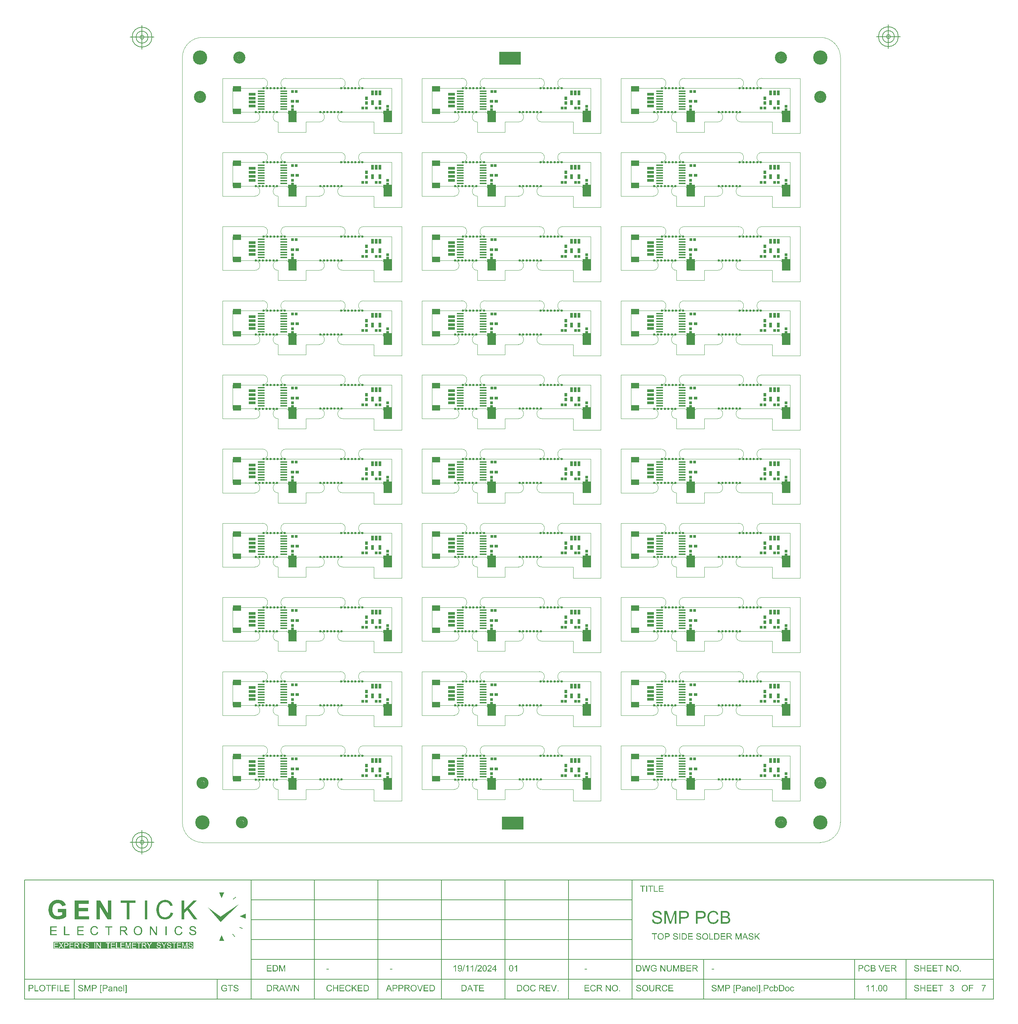
<source format=gts>
G04*
G04 #@! TF.GenerationSoftware,Altium Limited,Altium Designer,25.0.2 (28)*
G04*
G04 Layer_Color=8388736*
%FSLAX24Y24*%
%MOIN*%
G70*
G04*
G04 #@! TF.SameCoordinates,BAA0B08D-9D87-43D8-96EE-EFDE37164EB2*
G04*
G04*
G04 #@! TF.FilePolarity,Negative*
G04*
G01*
G75*
%ADD10C,0.0079*%
%ADD19C,0.0020*%
%ADD44C,0.0400*%
%ADD45R,0.2167X0.1280*%
%ADD46C,0.0413*%
%ADD47R,0.0304X0.0304*%
%ADD48R,0.0709X0.0177*%
%ADD49R,0.0789X0.0549*%
%ADD50R,0.0650X0.0276*%
%ADD51R,0.0355X0.0316*%
%ADD52R,0.0304X0.0304*%
%ADD53R,0.0316X0.0355*%
%ADD54R,0.0296X0.0493*%
%ADD55R,0.0847X0.0847*%
%ADD56C,0.1417*%
%ADD57C,0.0236*%
G36*
X60274Y72165D02*
X59427D01*
Y72490D01*
X60274D01*
Y72165D01*
D02*
G37*
G36*
X50825D02*
X49978D01*
Y72490D01*
X50825D01*
Y72165D01*
D02*
G37*
G36*
X40526D02*
X39679D01*
Y72490D01*
X40526D01*
Y72165D01*
D02*
G37*
G36*
X31077D02*
X30230D01*
Y72490D01*
X31077D01*
Y72165D01*
D02*
G37*
G36*
X20778D02*
X19931D01*
Y72490D01*
X20778D01*
Y72165D01*
D02*
G37*
G36*
X11329D02*
X10482D01*
Y72490D01*
X11329D01*
Y72165D01*
D02*
G37*
G36*
X60274Y64819D02*
X59427D01*
Y65144D01*
X60274D01*
Y64819D01*
D02*
G37*
G36*
X50825D02*
X49978D01*
Y65144D01*
X50825D01*
Y64819D01*
D02*
G37*
G36*
X40526D02*
X39679D01*
Y65144D01*
X40526D01*
Y64819D01*
D02*
G37*
G36*
X31077D02*
X30230D01*
Y65144D01*
X31077D01*
Y64819D01*
D02*
G37*
G36*
X20778D02*
X19931D01*
Y65144D01*
X20778D01*
Y64819D01*
D02*
G37*
G36*
X11329D02*
X10482D01*
Y65144D01*
X11329D01*
Y64819D01*
D02*
G37*
G36*
X60274Y57472D02*
X59427D01*
Y57797D01*
X60274D01*
Y57472D01*
D02*
G37*
G36*
X50825D02*
X49978D01*
Y57797D01*
X50825D01*
Y57472D01*
D02*
G37*
G36*
X40526D02*
X39679D01*
Y57797D01*
X40526D01*
Y57472D01*
D02*
G37*
G36*
X31077D02*
X30230D01*
Y57797D01*
X31077D01*
Y57472D01*
D02*
G37*
G36*
X20778D02*
X19931D01*
Y57797D01*
X20778D01*
Y57472D01*
D02*
G37*
G36*
X11329D02*
X10482D01*
Y57797D01*
X11329D01*
Y57472D01*
D02*
G37*
G36*
X60274Y50126D02*
X59427D01*
Y50451D01*
X60274D01*
Y50126D01*
D02*
G37*
G36*
X50825D02*
X49978D01*
Y50451D01*
X50825D01*
Y50126D01*
D02*
G37*
G36*
X40526D02*
X39679D01*
Y50451D01*
X40526D01*
Y50126D01*
D02*
G37*
G36*
X31077D02*
X30230D01*
Y50451D01*
X31077D01*
Y50126D01*
D02*
G37*
G36*
X20778D02*
X19931D01*
Y50451D01*
X20778D01*
Y50126D01*
D02*
G37*
G36*
X11329D02*
X10482D01*
Y50451D01*
X11329D01*
Y50126D01*
D02*
G37*
G36*
X60274Y42780D02*
X59427D01*
Y43104D01*
X60274D01*
Y42780D01*
D02*
G37*
G36*
X50825D02*
X49978D01*
Y43104D01*
X50825D01*
Y42780D01*
D02*
G37*
G36*
X40526D02*
X39679D01*
Y43104D01*
X40526D01*
Y42780D01*
D02*
G37*
G36*
X31077D02*
X30230D01*
Y43104D01*
X31077D01*
Y42780D01*
D02*
G37*
G36*
X20778D02*
X19931D01*
Y43104D01*
X20778D01*
Y42780D01*
D02*
G37*
G36*
X11329D02*
X10482D01*
Y43104D01*
X11329D01*
Y42780D01*
D02*
G37*
G36*
X60274Y35433D02*
X59427D01*
Y35758D01*
X60274D01*
Y35433D01*
D02*
G37*
G36*
X50825D02*
X49978D01*
Y35758D01*
X50825D01*
Y35433D01*
D02*
G37*
G36*
X40526D02*
X39679D01*
Y35758D01*
X40526D01*
Y35433D01*
D02*
G37*
G36*
X31077D02*
X30230D01*
Y35758D01*
X31077D01*
Y35433D01*
D02*
G37*
G36*
X20778D02*
X19931D01*
Y35758D01*
X20778D01*
Y35433D01*
D02*
G37*
G36*
X11329D02*
X10482D01*
Y35758D01*
X11329D01*
Y35433D01*
D02*
G37*
G36*
X60274Y28087D02*
X59427D01*
Y28411D01*
X60274D01*
Y28087D01*
D02*
G37*
G36*
X50825D02*
X49978D01*
Y28411D01*
X50825D01*
Y28087D01*
D02*
G37*
G36*
X40526D02*
X39679D01*
Y28411D01*
X40526D01*
Y28087D01*
D02*
G37*
G36*
X31077D02*
X30230D01*
Y28411D01*
X31077D01*
Y28087D01*
D02*
G37*
G36*
X20778D02*
X19931D01*
Y28411D01*
X20778D01*
Y28087D01*
D02*
G37*
G36*
X11329D02*
X10482D01*
Y28411D01*
X11329D01*
Y28087D01*
D02*
G37*
G36*
X60274Y20740D02*
X59427D01*
Y21065D01*
X60274D01*
Y20740D01*
D02*
G37*
G36*
X50825D02*
X49978D01*
Y21065D01*
X50825D01*
Y20740D01*
D02*
G37*
G36*
X40526D02*
X39679D01*
Y21065D01*
X40526D01*
Y20740D01*
D02*
G37*
G36*
X31077D02*
X30230D01*
Y21065D01*
X31077D01*
Y20740D01*
D02*
G37*
G36*
X20778D02*
X19931D01*
Y21065D01*
X20778D01*
Y20740D01*
D02*
G37*
G36*
X11329D02*
X10482D01*
Y21065D01*
X11329D01*
Y20740D01*
D02*
G37*
G36*
X60274Y13394D02*
X59427D01*
Y13719D01*
X60274D01*
Y13394D01*
D02*
G37*
G36*
X50825D02*
X49978D01*
Y13719D01*
X50825D01*
Y13394D01*
D02*
G37*
G36*
X40526D02*
X39679D01*
Y13719D01*
X40526D01*
Y13394D01*
D02*
G37*
G36*
X31077D02*
X30230D01*
Y13719D01*
X31077D01*
Y13394D01*
D02*
G37*
G36*
X20778D02*
X19931D01*
Y13719D01*
X20778D01*
Y13394D01*
D02*
G37*
G36*
X11329D02*
X10482D01*
Y13719D01*
X11329D01*
Y13394D01*
D02*
G37*
G36*
X60274Y6047D02*
X59427D01*
Y6372D01*
X60274D01*
Y6047D01*
D02*
G37*
G36*
X50825D02*
X49978D01*
Y6372D01*
X50825D01*
Y6047D01*
D02*
G37*
G36*
X40526D02*
X39679D01*
Y6372D01*
X40526D01*
Y6047D01*
D02*
G37*
G36*
X31077D02*
X30230D01*
Y6372D01*
X31077D01*
Y6047D01*
D02*
G37*
G36*
X20778D02*
X19931D01*
Y6372D01*
X20778D01*
Y6047D01*
D02*
G37*
G36*
X11329D02*
X10482D01*
Y6372D01*
X11329D01*
Y6047D01*
D02*
G37*
G36*
X47702Y-4343D02*
X47330D01*
Y-4535D01*
X47679D01*
Y-4610D01*
X47330D01*
Y-4824D01*
X47717D01*
Y-4898D01*
X47246D01*
Y-4268D01*
X47702D01*
Y-4343D01*
D02*
G37*
G36*
X46835Y-4824D02*
X47146D01*
Y-4898D01*
X46751D01*
Y-4268D01*
X46835D01*
Y-4824D01*
D02*
G37*
G36*
X46669Y-4343D02*
X46461D01*
Y-4898D01*
X46377D01*
Y-4343D01*
X46169D01*
Y-4268D01*
X46669D01*
Y-4343D01*
D02*
G37*
G36*
X46069Y-4898D02*
X45985D01*
Y-4268D01*
X46069D01*
Y-4898D01*
D02*
G37*
G36*
X45885Y-4343D02*
X45677D01*
Y-4898D01*
X45594D01*
Y-4343D01*
X45386D01*
Y-4268D01*
X45885D01*
Y-4343D01*
D02*
G37*
G36*
X4138Y-4960D02*
X3894Y-5521D01*
X3650Y-4960D01*
X4138Y-4960D01*
D02*
G37*
G36*
X-1648Y-5694D02*
X-1623Y-5697D01*
X-1594Y-5699D01*
X-1564Y-5702D01*
X-1529Y-5710D01*
X-1456Y-5726D01*
X-1375Y-5751D01*
X-1335Y-5767D01*
X-1297Y-5786D01*
X-1259Y-5810D01*
X-1221Y-5834D01*
X-1219Y-5837D01*
X-1213Y-5840D01*
X-1203Y-5848D01*
X-1189Y-5861D01*
X-1176Y-5875D01*
X-1157Y-5894D01*
X-1138Y-5915D01*
X-1116Y-5937D01*
X-1095Y-5964D01*
X-1073Y-5996D01*
X-1049Y-6028D01*
X-1027Y-6064D01*
X-1008Y-6104D01*
X-987Y-6144D01*
X-971Y-6188D01*
X-954Y-6236D01*
X-1197Y-6293D01*
Y-6290D01*
X-1200Y-6285D01*
X-1205Y-6274D01*
X-1211Y-6260D01*
X-1216Y-6244D01*
X-1224Y-6223D01*
X-1246Y-6180D01*
X-1273Y-6131D01*
X-1305Y-6082D01*
X-1346Y-6037D01*
X-1389Y-5996D01*
X-1394Y-5991D01*
X-1410Y-5980D01*
X-1437Y-5966D01*
X-1472Y-5948D01*
X-1518Y-5931D01*
X-1569Y-5915D01*
X-1631Y-5904D01*
X-1699Y-5902D01*
X-1720D01*
X-1734Y-5904D01*
X-1753D01*
X-1774Y-5907D01*
X-1826Y-5915D01*
X-1882Y-5926D01*
X-1942Y-5945D01*
X-2004Y-5972D01*
X-2060Y-6007D01*
X-2063D01*
X-2066Y-6012D01*
X-2085Y-6026D01*
X-2109Y-6047D01*
X-2138Y-6080D01*
X-2174Y-6120D01*
X-2206Y-6166D01*
X-2236Y-6223D01*
X-2263Y-6285D01*
Y-6287D01*
X-2265Y-6293D01*
X-2268Y-6301D01*
X-2271Y-6314D01*
X-2276Y-6331D01*
X-2281Y-6349D01*
X-2289Y-6395D01*
X-2300Y-6449D01*
X-2311Y-6509D01*
X-2316Y-6573D01*
X-2319Y-6643D01*
Y-6646D01*
Y-6654D01*
Y-6668D01*
Y-6684D01*
X-2316Y-6703D01*
Y-6727D01*
X-2314Y-6754D01*
X-2311Y-6784D01*
X-2303Y-6848D01*
X-2289Y-6918D01*
X-2273Y-6989D01*
X-2252Y-7059D01*
Y-7061D01*
X-2249Y-7067D01*
X-2244Y-7075D01*
X-2238Y-7088D01*
X-2222Y-7121D01*
X-2198Y-7159D01*
X-2168Y-7202D01*
X-2130Y-7248D01*
X-2087Y-7288D01*
X-2036Y-7326D01*
X-2033D01*
X-2028Y-7328D01*
X-2020Y-7334D01*
X-2009Y-7339D01*
X-1996Y-7345D01*
X-1979Y-7353D01*
X-1942Y-7369D01*
X-1893Y-7385D01*
X-1839Y-7399D01*
X-1780Y-7409D01*
X-1718Y-7412D01*
X-1699D01*
X-1683Y-7409D01*
X-1664D01*
X-1645Y-7407D01*
X-1596Y-7396D01*
X-1540Y-7382D01*
X-1483Y-7361D01*
X-1424Y-7331D01*
X-1394Y-7315D01*
X-1367Y-7293D01*
X-1364Y-7291D01*
X-1362Y-7288D01*
X-1354Y-7280D01*
X-1343Y-7272D01*
X-1332Y-7258D01*
X-1319Y-7242D01*
X-1302Y-7226D01*
X-1289Y-7204D01*
X-1273Y-7180D01*
X-1254Y-7153D01*
X-1238Y-7126D01*
X-1221Y-7094D01*
X-1208Y-7059D01*
X-1195Y-7021D01*
X-1181Y-6981D01*
X-1170Y-6937D01*
X-922Y-6999D01*
Y-7002D01*
X-925Y-7013D01*
X-930Y-7029D01*
X-938Y-7051D01*
X-946Y-7075D01*
X-957Y-7105D01*
X-971Y-7137D01*
X-987Y-7172D01*
X-1025Y-7248D01*
X-1073Y-7323D01*
X-1103Y-7361D01*
X-1132Y-7399D01*
X-1165Y-7431D01*
X-1203Y-7463D01*
X-1205Y-7466D01*
X-1211Y-7471D01*
X-1224Y-7477D01*
X-1238Y-7488D01*
X-1259Y-7501D01*
X-1281Y-7515D01*
X-1310Y-7528D01*
X-1340Y-7541D01*
X-1375Y-7558D01*
X-1413Y-7571D01*
X-1453Y-7585D01*
X-1497Y-7598D01*
X-1542Y-7609D01*
X-1591Y-7614D01*
X-1642Y-7620D01*
X-1696Y-7622D01*
X-1726D01*
X-1747Y-7620D01*
X-1772D01*
X-1801Y-7617D01*
X-1834Y-7612D01*
X-1871Y-7606D01*
X-1950Y-7593D01*
X-2031Y-7571D01*
X-2111Y-7541D01*
X-2149Y-7523D01*
X-2187Y-7501D01*
X-2190Y-7498D01*
X-2195Y-7496D01*
X-2206Y-7488D01*
X-2217Y-7477D01*
X-2233Y-7466D01*
X-2252Y-7450D01*
X-2273Y-7431D01*
X-2295Y-7409D01*
X-2316Y-7385D01*
X-2341Y-7361D01*
X-2389Y-7299D01*
X-2435Y-7226D01*
X-2476Y-7145D01*
Y-7142D01*
X-2481Y-7134D01*
X-2484Y-7121D01*
X-2492Y-7105D01*
X-2497Y-7083D01*
X-2505Y-7056D01*
X-2516Y-7026D01*
X-2524Y-6994D01*
X-2532Y-6959D01*
X-2543Y-6918D01*
X-2557Y-6835D01*
X-2567Y-6740D01*
X-2573Y-6643D01*
Y-6641D01*
Y-6630D01*
Y-6614D01*
X-2570Y-6595D01*
Y-6568D01*
X-2567Y-6541D01*
X-2565Y-6506D01*
X-2559Y-6471D01*
X-2546Y-6393D01*
X-2527Y-6306D01*
X-2500Y-6220D01*
X-2462Y-6136D01*
X-2459Y-6134D01*
X-2457Y-6126D01*
X-2451Y-6115D01*
X-2441Y-6101D01*
X-2430Y-6082D01*
X-2416Y-6061D01*
X-2381Y-6012D01*
X-2335Y-5958D01*
X-2281Y-5904D01*
X-2219Y-5850D01*
X-2147Y-5805D01*
X-2144Y-5802D01*
X-2136Y-5799D01*
X-2125Y-5794D01*
X-2111Y-5786D01*
X-2090Y-5778D01*
X-2068Y-5770D01*
X-2041Y-5759D01*
X-2012Y-5748D01*
X-1979Y-5737D01*
X-1944Y-5726D01*
X-1869Y-5710D01*
X-1782Y-5697D01*
X-1693Y-5691D01*
X-1666D01*
X-1648Y-5694D01*
D02*
G37*
G36*
X-12291Y-5689D02*
X-12261Y-5691D01*
X-12226Y-5694D01*
X-12188Y-5697D01*
X-12148Y-5705D01*
X-12062Y-5721D01*
X-11973Y-5748D01*
X-11927Y-5764D01*
X-11884Y-5783D01*
X-11843Y-5805D01*
X-11806Y-5832D01*
X-11803Y-5834D01*
X-11797Y-5837D01*
X-11787Y-5848D01*
X-11773Y-5859D01*
X-11757Y-5872D01*
X-11741Y-5891D01*
X-11722Y-5913D01*
X-11700Y-5937D01*
X-11679Y-5964D01*
X-11657Y-5993D01*
X-11636Y-6026D01*
X-11617Y-6064D01*
X-11595Y-6101D01*
X-11579Y-6142D01*
X-11563Y-6188D01*
X-11552Y-6233D01*
X-11927Y-6304D01*
Y-6301D01*
X-11930Y-6298D01*
X-11935Y-6282D01*
X-11946Y-6258D01*
X-11962Y-6225D01*
X-11981Y-6190D01*
X-12008Y-6155D01*
X-12040Y-6120D01*
X-12078Y-6088D01*
X-12083Y-6085D01*
X-12097Y-6074D01*
X-12121Y-6061D01*
X-12151Y-6047D01*
X-12191Y-6031D01*
X-12237Y-6020D01*
X-12288Y-6010D01*
X-12348Y-6007D01*
X-12372D01*
X-12388Y-6010D01*
X-12410Y-6012D01*
X-12434Y-6015D01*
X-12461Y-6020D01*
X-12491Y-6026D01*
X-12553Y-6045D01*
X-12585Y-6058D01*
X-12617Y-6074D01*
X-12650Y-6093D01*
X-12682Y-6112D01*
X-12712Y-6139D01*
X-12741Y-6166D01*
X-12744Y-6169D01*
X-12747Y-6174D01*
X-12755Y-6182D01*
X-12763Y-6196D01*
X-12774Y-6212D01*
X-12787Y-6231D01*
X-12801Y-6255D01*
X-12811Y-6282D01*
X-12825Y-6314D01*
X-12838Y-6349D01*
X-12852Y-6387D01*
X-12863Y-6428D01*
X-12871Y-6473D01*
X-12879Y-6525D01*
X-12882Y-6576D01*
X-12884Y-6633D01*
Y-6635D01*
Y-6646D01*
Y-6665D01*
X-12882Y-6687D01*
X-12879Y-6716D01*
X-12876Y-6746D01*
X-12871Y-6784D01*
X-12865Y-6821D01*
X-12849Y-6902D01*
X-12822Y-6986D01*
X-12806Y-7026D01*
X-12787Y-7064D01*
X-12763Y-7102D01*
X-12739Y-7134D01*
X-12736Y-7137D01*
X-12731Y-7142D01*
X-12722Y-7150D01*
X-12712Y-7161D01*
X-12696Y-7172D01*
X-12679Y-7188D01*
X-12658Y-7202D01*
X-12633Y-7218D01*
X-12607Y-7234D01*
X-12580Y-7248D01*
X-12512Y-7274D01*
X-12474Y-7285D01*
X-12437Y-7293D01*
X-12393Y-7299D01*
X-12350Y-7301D01*
X-12329D01*
X-12307Y-7299D01*
X-12275Y-7296D01*
X-12240Y-7291D01*
X-12199Y-7283D01*
X-12156Y-7272D01*
X-12113Y-7256D01*
X-12110D01*
X-12108Y-7253D01*
X-12094Y-7248D01*
X-12070Y-7237D01*
X-12043Y-7223D01*
X-12010Y-7207D01*
X-11975Y-7188D01*
X-11940Y-7167D01*
X-11908Y-7142D01*
Y-6902D01*
X-12340D01*
Y-6587D01*
X-11528D01*
Y-7337D01*
X-11533Y-7342D01*
X-11541Y-7347D01*
X-11549Y-7355D01*
X-11563Y-7366D01*
X-11576Y-7377D01*
X-11614Y-7404D01*
X-11665Y-7434D01*
X-11725Y-7469D01*
X-11792Y-7504D01*
X-11873Y-7536D01*
X-11876D01*
X-11884Y-7539D01*
X-11895Y-7544D01*
X-11911Y-7550D01*
X-11932Y-7555D01*
X-11957Y-7563D01*
X-11984Y-7571D01*
X-12013Y-7579D01*
X-12081Y-7595D01*
X-12159Y-7609D01*
X-12240Y-7620D01*
X-12326Y-7622D01*
X-12356D01*
X-12375Y-7620D01*
X-12402D01*
X-12431Y-7617D01*
X-12464Y-7612D01*
X-12501Y-7606D01*
X-12580Y-7593D01*
X-12666Y-7571D01*
X-12755Y-7541D01*
X-12795Y-7523D01*
X-12838Y-7501D01*
X-12841Y-7498D01*
X-12847Y-7496D01*
X-12860Y-7488D01*
X-12874Y-7477D01*
X-12892Y-7466D01*
X-12911Y-7450D01*
X-12936Y-7431D01*
X-12960Y-7409D01*
X-13014Y-7361D01*
X-13068Y-7299D01*
X-13119Y-7229D01*
X-13165Y-7148D01*
Y-7145D01*
X-13170Y-7137D01*
X-13176Y-7123D01*
X-13181Y-7107D01*
X-13189Y-7086D01*
X-13200Y-7061D01*
X-13208Y-7032D01*
X-13219Y-6999D01*
X-13230Y-6964D01*
X-13238Y-6924D01*
X-13256Y-6840D01*
X-13267Y-6749D01*
X-13273Y-6649D01*
Y-6646D01*
Y-6635D01*
Y-6619D01*
X-13270Y-6600D01*
Y-6573D01*
X-13267Y-6544D01*
X-13262Y-6511D01*
X-13256Y-6473D01*
X-13243Y-6395D01*
X-13221Y-6306D01*
X-13192Y-6217D01*
X-13173Y-6174D01*
X-13151Y-6131D01*
X-13149Y-6128D01*
X-13146Y-6120D01*
X-13138Y-6109D01*
X-13130Y-6093D01*
X-13116Y-6074D01*
X-13100Y-6053D01*
X-13081Y-6028D01*
X-13062Y-6001D01*
X-13038Y-5975D01*
X-13011Y-5945D01*
X-12981Y-5915D01*
X-12949Y-5886D01*
X-12914Y-5859D01*
X-12879Y-5829D01*
X-12795Y-5780D01*
X-12793D01*
X-12787Y-5775D01*
X-12776Y-5772D01*
X-12763Y-5764D01*
X-12744Y-5759D01*
X-12725Y-5751D01*
X-12698Y-5743D01*
X-12671Y-5732D01*
X-12642Y-5724D01*
X-12607Y-5716D01*
X-12569Y-5708D01*
X-12531Y-5699D01*
X-12445Y-5689D01*
X-12348Y-5686D01*
X-12315D01*
X-12291Y-5689D01*
D02*
G37*
G36*
X653Y-6514D02*
X1470Y-7622D01*
X1144D01*
X480Y-6681D01*
X175Y-6975D01*
Y-7622D01*
X-73D01*
Y-5756D01*
X175D01*
Y-6684D01*
X1098Y-5756D01*
X1435D01*
X653Y-6514D01*
D02*
G37*
G36*
X-7039Y-7622D02*
X-7417D01*
X-8175Y-6393D01*
Y-7622D01*
X-8523D01*
Y-5756D01*
X-8159D01*
X-7387Y-7013D01*
Y-5756D01*
X-7039D01*
Y-7622D01*
D02*
G37*
G36*
X47093Y-6767D02*
X47106D01*
X47141Y-6771D01*
X47179Y-6776D01*
X47219Y-6785D01*
X47263Y-6796D01*
X47303Y-6811D01*
X47305D01*
X47308Y-6813D01*
X47314Y-6816D01*
X47321Y-6820D01*
X47339Y-6829D01*
X47363Y-6845D01*
X47390Y-6864D01*
X47418Y-6887D01*
X47443Y-6915D01*
X47467Y-6946D01*
Y-6947D01*
X47469Y-6949D01*
X47472Y-6955D01*
X47476Y-6960D01*
X47485Y-6978D01*
X47496Y-7002D01*
X47509Y-7031D01*
X47518Y-7066D01*
X47527Y-7102D01*
X47531Y-7142D01*
X47370Y-7155D01*
Y-7153D01*
Y-7150D01*
X47369Y-7144D01*
X47367Y-7135D01*
X47361Y-7115D01*
X47354Y-7088D01*
X47343Y-7059D01*
X47327Y-7029D01*
X47307Y-7002D01*
X47281Y-6977D01*
X47278Y-6975D01*
X47268Y-6968D01*
X47250Y-6957D01*
X47226Y-6946D01*
X47196Y-6935D01*
X47159Y-6924D01*
X47114Y-6917D01*
X47063Y-6915D01*
X47037D01*
X47026Y-6917D01*
X47011Y-6918D01*
X46979Y-6922D01*
X46942Y-6929D01*
X46906Y-6938D01*
X46871Y-6953D01*
X46857Y-6962D01*
X46842Y-6971D01*
X46838Y-6973D01*
X46831Y-6980D01*
X46820Y-6993D01*
X46809Y-7008D01*
X46796Y-7028D01*
X46786Y-7050D01*
X46778Y-7075D01*
X46775Y-7104D01*
Y-7108D01*
Y-7115D01*
X46776Y-7128D01*
X46780Y-7142D01*
X46786Y-7161D01*
X46795Y-7179D01*
X46806Y-7197D01*
X46822Y-7215D01*
X46824Y-7217D01*
X46833Y-7223D01*
X46840Y-7228D01*
X46848Y-7232D01*
X46858Y-7237D01*
X46871Y-7244D01*
X46888Y-7250D01*
X46906Y-7257D01*
X46926Y-7265D01*
X46950Y-7274D01*
X46975Y-7281D01*
X47004Y-7290D01*
X47037Y-7297D01*
X47073Y-7306D01*
X47075D01*
X47083Y-7308D01*
X47093Y-7310D01*
X47106Y-7314D01*
X47123Y-7317D01*
X47143Y-7323D01*
X47163Y-7328D01*
X47185Y-7334D01*
X47232Y-7347D01*
X47278Y-7359D01*
X47299Y-7367D01*
X47319Y-7374D01*
X47338Y-7379D01*
X47352Y-7387D01*
X47354D01*
X47358Y-7388D01*
X47363Y-7392D01*
X47370Y-7396D01*
X47390Y-7407D01*
X47414Y-7421D01*
X47441Y-7441D01*
X47469Y-7463D01*
X47494Y-7489D01*
X47516Y-7516D01*
X47518Y-7520D01*
X47525Y-7529D01*
X47533Y-7545D01*
X47544Y-7567D01*
X47553Y-7592D01*
X47562Y-7623D01*
X47567Y-7658D01*
X47569Y-7695D01*
Y-7696D01*
Y-7698D01*
Y-7704D01*
Y-7711D01*
X47565Y-7731D01*
X47562Y-7756D01*
X47554Y-7786D01*
X47545Y-7817D01*
X47531Y-7849D01*
X47511Y-7884D01*
Y-7886D01*
X47509Y-7888D01*
X47500Y-7899D01*
X47487Y-7915D01*
X47469Y-7933D01*
X47445Y-7955D01*
X47416Y-7979D01*
X47383Y-8001D01*
X47345Y-8021D01*
X47343D01*
X47339Y-8022D01*
X47334Y-8024D01*
X47327Y-8028D01*
X47316Y-8032D01*
X47303Y-8037D01*
X47274Y-8044D01*
X47239Y-8053D01*
X47197Y-8063D01*
X47152Y-8068D01*
X47103Y-8070D01*
X47073D01*
X47059Y-8068D01*
X47042D01*
X47024Y-8066D01*
X47002Y-8064D01*
X46957Y-8057D01*
X46909Y-8050D01*
X46862Y-8037D01*
X46817Y-8021D01*
X46815D01*
X46811Y-8019D01*
X46806Y-8015D01*
X46798Y-8012D01*
X46776Y-8001D01*
X46751Y-7984D01*
X46722Y-7962D01*
X46691Y-7937D01*
X46662Y-7906D01*
X46634Y-7871D01*
Y-7869D01*
X46631Y-7866D01*
X46629Y-7860D01*
X46623Y-7853D01*
X46620Y-7844D01*
X46614Y-7833D01*
X46602Y-7806D01*
X46589Y-7771D01*
X46578Y-7733D01*
X46571Y-7689D01*
X46567Y-7643D01*
X46724Y-7629D01*
Y-7631D01*
Y-7633D01*
X46725Y-7638D01*
Y-7645D01*
X46729Y-7662D01*
X46735Y-7685D01*
X46742Y-7709D01*
X46749Y-7736D01*
X46762Y-7762D01*
X46775Y-7786D01*
X46776Y-7787D01*
X46782Y-7795D01*
X46791Y-7807D01*
X46806Y-7820D01*
X46824Y-7837D01*
X46844Y-7853D01*
X46871Y-7869D01*
X46900Y-7884D01*
X46902D01*
X46904Y-7886D01*
X46909Y-7888D01*
X46915Y-7889D01*
X46933Y-7895D01*
X46957Y-7902D01*
X46986Y-7910D01*
X47019Y-7915D01*
X47055Y-7919D01*
X47095Y-7920D01*
X47112D01*
X47130Y-7919D01*
X47152Y-7917D01*
X47177Y-7913D01*
X47206Y-7910D01*
X47236Y-7902D01*
X47263Y-7893D01*
X47267Y-7891D01*
X47276Y-7888D01*
X47288Y-7880D01*
X47305Y-7873D01*
X47321Y-7860D01*
X47339Y-7848D01*
X47358Y-7833D01*
X47372Y-7815D01*
X47374Y-7813D01*
X47378Y-7806D01*
X47383Y-7797D01*
X47390Y-7782D01*
X47398Y-7767D01*
X47403Y-7749D01*
X47407Y-7729D01*
X47409Y-7707D01*
Y-7705D01*
Y-7696D01*
X47407Y-7685D01*
X47405Y-7671D01*
X47400Y-7656D01*
X47394Y-7638D01*
X47385Y-7620D01*
X47372Y-7603D01*
X47370Y-7602D01*
X47365Y-7596D01*
X47358Y-7589D01*
X47345Y-7578D01*
X47330Y-7567D01*
X47310Y-7554D01*
X47287Y-7541D01*
X47259Y-7531D01*
X47257Y-7529D01*
X47248Y-7527D01*
X47234Y-7521D01*
X47225Y-7520D01*
X47212Y-7516D01*
X47199Y-7510D01*
X47183Y-7507D01*
X47165Y-7501D01*
X47143Y-7496D01*
X47121Y-7490D01*
X47095Y-7483D01*
X47066Y-7476D01*
X47035Y-7469D01*
X47033D01*
X47028Y-7467D01*
X47019Y-7465D01*
X47008Y-7461D01*
X46993Y-7458D01*
X46977Y-7454D01*
X46940Y-7443D01*
X46900Y-7430D01*
X46858Y-7418D01*
X46822Y-7405D01*
X46806Y-7398D01*
X46791Y-7390D01*
X46789D01*
X46787Y-7388D01*
X46776Y-7381D01*
X46760Y-7372D01*
X46742Y-7357D01*
X46720Y-7341D01*
X46698Y-7321D01*
X46676Y-7297D01*
X46658Y-7272D01*
X46656Y-7268D01*
X46651Y-7259D01*
X46643Y-7244D01*
X46636Y-7226D01*
X46629Y-7203D01*
X46622Y-7175D01*
X46616Y-7146D01*
X46614Y-7115D01*
Y-7113D01*
Y-7111D01*
Y-7106D01*
Y-7099D01*
X46618Y-7080D01*
X46622Y-7057D01*
X46627Y-7029D01*
X46636Y-6999D01*
X46649Y-6968D01*
X46667Y-6937D01*
Y-6935D01*
X46669Y-6933D01*
X46678Y-6922D01*
X46691Y-6907D01*
X46707Y-6889D01*
X46729Y-6869D01*
X46756Y-6847D01*
X46789Y-6827D01*
X46826Y-6809D01*
X46827D01*
X46831Y-6807D01*
X46837Y-6805D01*
X46844Y-6802D01*
X46853Y-6798D01*
X46866Y-6794D01*
X46893Y-6787D01*
X46928Y-6780D01*
X46968Y-6773D01*
X47010Y-6767D01*
X47057Y-6765D01*
X47081D01*
X47093Y-6767D01*
D02*
G37*
G36*
X52683Y-6767D02*
X52700Y-6769D01*
X52720Y-6771D01*
X52740Y-6773D01*
X52764Y-6778D01*
X52813Y-6789D01*
X52867Y-6805D01*
X52895Y-6816D01*
X52920Y-6829D01*
X52946Y-6845D01*
X52971Y-6862D01*
X52973Y-6864D01*
X52977Y-6865D01*
X52984Y-6871D01*
X52993Y-6880D01*
X53002Y-6889D01*
X53015Y-6902D01*
X53028Y-6917D01*
X53042Y-6931D01*
X53057Y-6949D01*
X53071Y-6971D01*
X53088Y-6993D01*
X53102Y-7017D01*
X53115Y-7044D01*
X53130Y-7071D01*
X53141Y-7101D01*
X53152Y-7133D01*
X52988Y-7172D01*
Y-7170D01*
X52986Y-7166D01*
X52982Y-7159D01*
X52979Y-7150D01*
X52975Y-7139D01*
X52969Y-7124D01*
X52955Y-7095D01*
X52937Y-7062D01*
X52915Y-7029D01*
X52887Y-6999D01*
X52858Y-6971D01*
X52855Y-6968D01*
X52844Y-6960D01*
X52825Y-6951D01*
X52802Y-6938D01*
X52771Y-6927D01*
X52736Y-6917D01*
X52694Y-6909D01*
X52649Y-6907D01*
X52634D01*
X52625Y-6909D01*
X52612D01*
X52598Y-6911D01*
X52563Y-6917D01*
X52525Y-6924D01*
X52485Y-6937D01*
X52443Y-6955D01*
X52405Y-6978D01*
X52403D01*
X52401Y-6982D01*
X52388Y-6991D01*
X52372Y-7006D01*
X52352Y-7028D01*
X52328Y-7055D01*
X52306Y-7086D01*
X52286Y-7124D01*
X52268Y-7166D01*
Y-7168D01*
X52266Y-7172D01*
X52264Y-7177D01*
X52263Y-7186D01*
X52259Y-7197D01*
X52255Y-7210D01*
X52250Y-7241D01*
X52242Y-7277D01*
X52235Y-7317D01*
X52232Y-7361D01*
X52230Y-7408D01*
Y-7410D01*
Y-7416D01*
Y-7425D01*
Y-7436D01*
X52232Y-7449D01*
Y-7465D01*
X52233Y-7483D01*
X52235Y-7503D01*
X52241Y-7547D01*
X52250Y-7594D01*
X52261Y-7642D01*
X52275Y-7689D01*
Y-7691D01*
X52277Y-7695D01*
X52281Y-7700D01*
X52284Y-7709D01*
X52295Y-7731D01*
X52312Y-7756D01*
X52332Y-7786D01*
X52357Y-7817D01*
X52386Y-7844D01*
X52421Y-7869D01*
X52423D01*
X52426Y-7871D01*
X52432Y-7875D01*
X52439Y-7879D01*
X52448Y-7882D01*
X52459Y-7888D01*
X52485Y-7899D01*
X52518Y-7910D01*
X52554Y-7919D01*
X52594Y-7926D01*
X52636Y-7928D01*
X52649D01*
X52660Y-7926D01*
X52672D01*
X52685Y-7924D01*
X52718Y-7917D01*
X52756Y-7908D01*
X52795Y-7893D01*
X52835Y-7873D01*
X52855Y-7862D01*
X52873Y-7848D01*
X52875Y-7846D01*
X52877Y-7844D01*
X52882Y-7838D01*
X52889Y-7833D01*
X52897Y-7824D01*
X52906Y-7813D01*
X52917Y-7802D01*
X52926Y-7787D01*
X52937Y-7771D01*
X52949Y-7753D01*
X52960Y-7735D01*
X52971Y-7713D01*
X52980Y-7689D01*
X52989Y-7664D01*
X52999Y-7636D01*
X53006Y-7607D01*
X53173Y-7649D01*
Y-7651D01*
X53172Y-7658D01*
X53168Y-7669D01*
X53163Y-7684D01*
X53157Y-7700D01*
X53150Y-7720D01*
X53141Y-7742D01*
X53130Y-7766D01*
X53104Y-7817D01*
X53071Y-7868D01*
X53051Y-7893D01*
X53031Y-7919D01*
X53010Y-7940D01*
X52984Y-7962D01*
X52982Y-7964D01*
X52979Y-7968D01*
X52969Y-7971D01*
X52960Y-7979D01*
X52946Y-7988D01*
X52931Y-7997D01*
X52911Y-8006D01*
X52891Y-8015D01*
X52867Y-8026D01*
X52842Y-8035D01*
X52815Y-8044D01*
X52785Y-8053D01*
X52754Y-8061D01*
X52722Y-8064D01*
X52687Y-8068D01*
X52651Y-8070D01*
X52631D01*
X52616Y-8068D01*
X52600D01*
X52580Y-8066D01*
X52558Y-8063D01*
X52532Y-8059D01*
X52479Y-8050D01*
X52425Y-8035D01*
X52370Y-8015D01*
X52344Y-8002D01*
X52319Y-7988D01*
X52317Y-7986D01*
X52314Y-7984D01*
X52306Y-7979D01*
X52299Y-7971D01*
X52288Y-7964D01*
X52275Y-7953D01*
X52261Y-7940D01*
X52246Y-7926D01*
X52232Y-7910D01*
X52215Y-7893D01*
X52182Y-7851D01*
X52151Y-7802D01*
X52124Y-7747D01*
Y-7746D01*
X52120Y-7740D01*
X52119Y-7731D01*
X52113Y-7720D01*
X52109Y-7705D01*
X52104Y-7687D01*
X52097Y-7667D01*
X52091Y-7645D01*
X52086Y-7622D01*
X52078Y-7594D01*
X52069Y-7538D01*
X52062Y-7474D01*
X52058Y-7408D01*
Y-7407D01*
Y-7399D01*
Y-7388D01*
X52060Y-7376D01*
Y-7357D01*
X52062Y-7339D01*
X52064Y-7316D01*
X52068Y-7292D01*
X52077Y-7239D01*
X52089Y-7181D01*
X52108Y-7122D01*
X52133Y-7066D01*
X52135Y-7064D01*
X52137Y-7059D01*
X52140Y-7051D01*
X52148Y-7042D01*
X52155Y-7029D01*
X52164Y-7015D01*
X52188Y-6982D01*
X52219Y-6946D01*
X52255Y-6909D01*
X52297Y-6873D01*
X52346Y-6842D01*
X52348Y-6840D01*
X52354Y-6838D01*
X52361Y-6835D01*
X52370Y-6829D01*
X52385Y-6824D01*
X52399Y-6818D01*
X52417Y-6811D01*
X52437Y-6804D01*
X52459Y-6796D01*
X52483Y-6789D01*
X52534Y-6778D01*
X52592Y-6769D01*
X52652Y-6765D01*
X52671D01*
X52683Y-6767D01*
D02*
G37*
G36*
X3799Y-7874D02*
X2540Y-6449D01*
X3790Y-7359D01*
X5660Y-6083D01*
X3799Y-7874D01*
D02*
G37*
G36*
X6275Y-7543D02*
X5693Y-7303D01*
X6275Y-7052D01*
Y-7543D01*
D02*
G37*
G36*
X-4645Y-5977D02*
X-5260D01*
Y-7622D01*
X-5508D01*
Y-5977D01*
X-6123D01*
Y-5756D01*
X-4645D01*
Y-5977D01*
D02*
G37*
G36*
X-9289Y-6072D02*
X-10295D01*
Y-6484D01*
X-9359D01*
Y-6800D01*
X-10295D01*
Y-7307D01*
X-9254D01*
Y-7622D01*
X-10673D01*
Y-5756D01*
X-9289D01*
Y-6072D01*
D02*
G37*
G36*
X-3475Y-7622D02*
X-3723D01*
Y-5756D01*
X-3475D01*
Y-7622D01*
D02*
G37*
G36*
X48996Y-8048D02*
X48835D01*
Y-6993D01*
X48467Y-8048D01*
X48318D01*
X47953Y-6975D01*
Y-8048D01*
X47793D01*
Y-6787D01*
X48043D01*
X48342Y-7682D01*
Y-7684D01*
X48343Y-7687D01*
X48345Y-7693D01*
X48349Y-7702D01*
X48356Y-7724D01*
X48365Y-7751D01*
X48374Y-7782D01*
X48385Y-7813D01*
X48394Y-7842D01*
X48402Y-7868D01*
X48404Y-7864D01*
X48405Y-7855D01*
X48411Y-7838D01*
X48418Y-7817D01*
X48427Y-7787D01*
X48440Y-7753D01*
X48453Y-7713D01*
X48469Y-7665D01*
X48772Y-6787D01*
X48996D01*
Y-8048D01*
D02*
G37*
G36*
X53880Y-6789D02*
X53895D01*
X53928Y-6793D01*
X53964Y-6796D01*
X54003Y-6804D01*
X54041Y-6813D01*
X54075Y-6825D01*
X54077D01*
X54079Y-6827D01*
X54090Y-6833D01*
X54106Y-6842D01*
X54125Y-6855D01*
X54146Y-6871D01*
X54170Y-6891D01*
X54192Y-6917D01*
X54212Y-6944D01*
X54214Y-6947D01*
X54219Y-6958D01*
X54228Y-6973D01*
X54238Y-6995D01*
X54247Y-7020D01*
X54256Y-7048D01*
X54261Y-7079D01*
X54263Y-7110D01*
Y-7113D01*
Y-7122D01*
X54261Y-7139D01*
X54258Y-7159D01*
X54252Y-7183D01*
X54243Y-7208D01*
X54232Y-7234D01*
X54218Y-7261D01*
X54216Y-7265D01*
X54210Y-7272D01*
X54199Y-7286D01*
X54185Y-7301D01*
X54166Y-7319D01*
X54145Y-7339D01*
X54117Y-7357D01*
X54086Y-7376D01*
X54088D01*
X54092Y-7377D01*
X54097Y-7379D01*
X54105Y-7383D01*
X54126Y-7390D01*
X54152Y-7403D01*
X54179Y-7419D01*
X54210Y-7439D01*
X54238Y-7463D01*
X54263Y-7492D01*
X54265Y-7496D01*
X54272Y-7507D01*
X54283Y-7523D01*
X54294Y-7545D01*
X54305Y-7574D01*
X54316Y-7605D01*
X54323Y-7642D01*
X54325Y-7682D01*
Y-7684D01*
Y-7685D01*
Y-7696D01*
X54323Y-7715D01*
X54320Y-7736D01*
X54316Y-7762D01*
X54309Y-7789D01*
X54299Y-7818D01*
X54287Y-7848D01*
X54285Y-7851D01*
X54279Y-7860D01*
X54272Y-7873D01*
X54261Y-7891D01*
X54247Y-7910D01*
X54232Y-7930D01*
X54214Y-7950D01*
X54194Y-7966D01*
X54192Y-7968D01*
X54185Y-7973D01*
X54172Y-7981D01*
X54156Y-7988D01*
X54136Y-7999D01*
X54112Y-8010D01*
X54086Y-8019D01*
X54055Y-8028D01*
X54052D01*
X54041Y-8032D01*
X54023Y-8033D01*
X53999Y-8037D01*
X53970Y-8041D01*
X53935Y-8044D01*
X53897Y-8046D01*
X53853Y-8048D01*
X53372D01*
Y-6787D01*
X53868D01*
X53880Y-6789D01*
D02*
G37*
G36*
X51477D02*
X51508Y-6791D01*
X51541Y-6793D01*
X51572Y-6796D01*
X51599Y-6800D01*
X51603D01*
X51616Y-6804D01*
X51632Y-6807D01*
X51654Y-6813D01*
X51678Y-6822D01*
X51703Y-6833D01*
X51730Y-6845D01*
X51754Y-6860D01*
X51758Y-6862D01*
X51765Y-6867D01*
X51776Y-6878D01*
X51791Y-6891D01*
X51807Y-6907D01*
X51823Y-6929D01*
X51842Y-6953D01*
X51856Y-6980D01*
X51858Y-6984D01*
X51862Y-6993D01*
X51869Y-7009D01*
X51876Y-7031D01*
X51882Y-7057D01*
X51889Y-7086D01*
X51893Y-7119D01*
X51894Y-7153D01*
Y-7155D01*
Y-7161D01*
Y-7168D01*
X51893Y-7181D01*
X51891Y-7193D01*
X51889Y-7210D01*
X51885Y-7228D01*
X51882Y-7248D01*
X51869Y-7290D01*
X51862Y-7312D01*
X51851Y-7336D01*
X51838Y-7359D01*
X51825Y-7381D01*
X51809Y-7403D01*
X51791Y-7425D01*
X51789Y-7427D01*
X51785Y-7430D01*
X51780Y-7436D01*
X51771Y-7441D01*
X51760Y-7450D01*
X51745Y-7459D01*
X51727Y-7470D01*
X51707Y-7480D01*
X51683Y-7490D01*
X51656Y-7501D01*
X51627Y-7510D01*
X51592Y-7518D01*
X51556Y-7525D01*
X51515Y-7531D01*
X51470Y-7534D01*
X51423Y-7536D01*
X51100D01*
Y-8048D01*
X50932D01*
Y-6787D01*
X51450D01*
X51477Y-6789D01*
D02*
G37*
G36*
X49812D02*
X49843Y-6791D01*
X49876Y-6793D01*
X49907Y-6796D01*
X49934Y-6800D01*
X49938D01*
X49950Y-6804D01*
X49967Y-6807D01*
X49989Y-6813D01*
X50012Y-6822D01*
X50038Y-6833D01*
X50065Y-6845D01*
X50089Y-6860D01*
X50093Y-6862D01*
X50100Y-6867D01*
X50111Y-6878D01*
X50125Y-6891D01*
X50142Y-6907D01*
X50158Y-6929D01*
X50176Y-6953D01*
X50191Y-6980D01*
X50193Y-6984D01*
X50196Y-6993D01*
X50204Y-7009D01*
X50211Y-7031D01*
X50216Y-7057D01*
X50224Y-7086D01*
X50227Y-7119D01*
X50229Y-7153D01*
Y-7155D01*
Y-7161D01*
Y-7168D01*
X50227Y-7181D01*
X50226Y-7193D01*
X50224Y-7210D01*
X50220Y-7228D01*
X50216Y-7248D01*
X50204Y-7290D01*
X50196Y-7312D01*
X50185Y-7336D01*
X50173Y-7359D01*
X50160Y-7381D01*
X50144Y-7403D01*
X50125Y-7425D01*
X50123Y-7427D01*
X50120Y-7430D01*
X50114Y-7436D01*
X50105Y-7441D01*
X50094Y-7450D01*
X50080Y-7459D01*
X50062Y-7470D01*
X50041Y-7480D01*
X50018Y-7490D01*
X49990Y-7501D01*
X49961Y-7510D01*
X49927Y-7518D01*
X49890Y-7525D01*
X49850Y-7531D01*
X49805Y-7534D01*
X49757Y-7536D01*
X49435D01*
Y-8048D01*
X49267Y-8048D01*
Y-6787D01*
X49785Y-6787D01*
X49812Y-6789D01*
D02*
G37*
G36*
X1046Y-8277D02*
X1055D01*
X1079Y-8279D01*
X1106Y-8283D01*
X1134Y-8289D01*
X1164Y-8297D01*
X1192Y-8307D01*
X1194D01*
X1196Y-8308D01*
X1200Y-8311D01*
X1205Y-8314D01*
X1218Y-8320D01*
X1234Y-8331D01*
X1254Y-8344D01*
X1273Y-8361D01*
X1291Y-8380D01*
X1307Y-8402D01*
Y-8403D01*
X1308Y-8404D01*
X1311Y-8408D01*
X1314Y-8412D01*
X1320Y-8425D01*
X1328Y-8441D01*
X1336Y-8461D01*
X1343Y-8486D01*
X1349Y-8511D01*
X1352Y-8539D01*
X1240Y-8548D01*
Y-8547D01*
Y-8544D01*
X1238Y-8541D01*
X1237Y-8534D01*
X1233Y-8520D01*
X1228Y-8501D01*
X1220Y-8481D01*
X1209Y-8460D01*
X1195Y-8441D01*
X1177Y-8423D01*
X1175Y-8422D01*
X1168Y-8417D01*
X1155Y-8409D01*
X1139Y-8402D01*
X1117Y-8394D01*
X1092Y-8386D01*
X1060Y-8381D01*
X1024Y-8380D01*
X1006D01*
X999Y-8381D01*
X988Y-8382D01*
X965Y-8385D01*
X940Y-8390D01*
X914Y-8396D01*
X890Y-8407D01*
X880Y-8413D01*
X870Y-8419D01*
X867Y-8421D01*
X862Y-8426D01*
X855Y-8435D01*
X847Y-8445D01*
X838Y-8459D01*
X830Y-8474D01*
X825Y-8492D01*
X823Y-8512D01*
Y-8515D01*
Y-8520D01*
X824Y-8529D01*
X826Y-8539D01*
X830Y-8552D01*
X837Y-8565D01*
X844Y-8578D01*
X856Y-8590D01*
X857Y-8592D01*
X863Y-8595D01*
X869Y-8599D01*
X874Y-8602D01*
X881Y-8606D01*
X890Y-8611D01*
X902Y-8614D01*
X914Y-8620D01*
X928Y-8625D01*
X945Y-8631D01*
X963Y-8636D01*
X983Y-8643D01*
X1006Y-8648D01*
X1032Y-8654D01*
X1033D01*
X1038Y-8655D01*
X1046Y-8657D01*
X1055Y-8659D01*
X1066Y-8662D01*
X1080Y-8665D01*
X1094Y-8669D01*
X1110Y-8673D01*
X1143Y-8682D01*
X1175Y-8691D01*
X1190Y-8696D01*
X1204Y-8701D01*
X1217Y-8705D01*
X1227Y-8710D01*
X1228D01*
X1231Y-8711D01*
X1234Y-8714D01*
X1240Y-8716D01*
X1254Y-8724D01*
X1270Y-8734D01*
X1289Y-8748D01*
X1308Y-8764D01*
X1326Y-8782D01*
X1342Y-8801D01*
X1343Y-8803D01*
X1348Y-8810D01*
X1353Y-8821D01*
X1361Y-8836D01*
X1367Y-8854D01*
X1373Y-8876D01*
X1377Y-8900D01*
X1379Y-8926D01*
Y-8927D01*
Y-8928D01*
Y-8932D01*
Y-8937D01*
X1376Y-8951D01*
X1373Y-8969D01*
X1368Y-8989D01*
X1362Y-9011D01*
X1352Y-9034D01*
X1338Y-9058D01*
Y-9059D01*
X1336Y-9061D01*
X1330Y-9068D01*
X1321Y-9080D01*
X1308Y-9093D01*
X1292Y-9108D01*
X1271Y-9124D01*
X1249Y-9140D01*
X1222Y-9154D01*
X1220D01*
X1218Y-9155D01*
X1214Y-9156D01*
X1209Y-9159D01*
X1201Y-9161D01*
X1192Y-9165D01*
X1172Y-9170D01*
X1148Y-9177D01*
X1118Y-9183D01*
X1087Y-9187D01*
X1052Y-9188D01*
X1032D01*
X1022Y-9187D01*
X1010D01*
X997Y-9186D01*
X982Y-9184D01*
X950Y-9179D01*
X917Y-9174D01*
X884Y-9165D01*
X852Y-9154D01*
X851D01*
X848Y-9153D01*
X844Y-9150D01*
X839Y-9147D01*
X824Y-9140D01*
X806Y-9128D01*
X786Y-9113D01*
X764Y-9095D01*
X744Y-9073D01*
X724Y-9049D01*
Y-9048D01*
X722Y-9045D01*
X721Y-9042D01*
X717Y-9037D01*
X714Y-9030D01*
X710Y-9022D01*
X702Y-9003D01*
X693Y-8979D01*
X685Y-8952D01*
X680Y-8922D01*
X677Y-8890D01*
X787Y-8880D01*
Y-8881D01*
Y-8882D01*
X788Y-8886D01*
Y-8891D01*
X791Y-8903D01*
X795Y-8919D01*
X800Y-8936D01*
X805Y-8955D01*
X814Y-8973D01*
X823Y-8989D01*
X824Y-8991D01*
X828Y-8996D01*
X834Y-9005D01*
X844Y-9014D01*
X857Y-9025D01*
X871Y-9037D01*
X890Y-9048D01*
X911Y-9058D01*
X912D01*
X913Y-9059D01*
X917Y-9061D01*
X921Y-9062D01*
X934Y-9066D01*
X950Y-9071D01*
X971Y-9076D01*
X994Y-9080D01*
X1019Y-9082D01*
X1047Y-9084D01*
X1059D01*
X1071Y-9082D01*
X1087Y-9081D01*
X1104Y-9079D01*
X1125Y-9076D01*
X1145Y-9071D01*
X1164Y-9065D01*
X1167Y-9063D01*
X1173Y-9061D01*
X1182Y-9056D01*
X1194Y-9051D01*
X1205Y-9042D01*
X1218Y-9033D01*
X1231Y-9022D01*
X1241Y-9010D01*
X1242Y-9008D01*
X1245Y-9003D01*
X1249Y-8997D01*
X1254Y-8987D01*
X1259Y-8977D01*
X1263Y-8964D01*
X1265Y-8950D01*
X1266Y-8935D01*
Y-8933D01*
Y-8927D01*
X1265Y-8919D01*
X1264Y-8909D01*
X1260Y-8899D01*
X1256Y-8886D01*
X1250Y-8873D01*
X1241Y-8862D01*
X1240Y-8861D01*
X1236Y-8857D01*
X1231Y-8852D01*
X1222Y-8844D01*
X1212Y-8836D01*
X1198Y-8827D01*
X1181Y-8818D01*
X1162Y-8811D01*
X1161Y-8810D01*
X1154Y-8808D01*
X1144Y-8804D01*
X1138Y-8803D01*
X1129Y-8801D01*
X1120Y-8797D01*
X1108Y-8794D01*
X1096Y-8790D01*
X1080Y-8787D01*
X1065Y-8783D01*
X1047Y-8778D01*
X1027Y-8773D01*
X1005Y-8767D01*
X1004D01*
X1000Y-8766D01*
X994Y-8765D01*
X986Y-8762D01*
X976Y-8760D01*
X964Y-8757D01*
X939Y-8750D01*
X911Y-8741D01*
X881Y-8732D01*
X856Y-8723D01*
X844Y-8718D01*
X834Y-8713D01*
X833D01*
X832Y-8711D01*
X824Y-8706D01*
X812Y-8700D01*
X800Y-8690D01*
X784Y-8678D01*
X769Y-8664D01*
X754Y-8648D01*
X741Y-8630D01*
X740Y-8627D01*
X736Y-8621D01*
X731Y-8611D01*
X726Y-8598D01*
X721Y-8581D01*
X716Y-8562D01*
X712Y-8542D01*
X710Y-8520D01*
Y-8519D01*
Y-8518D01*
Y-8514D01*
Y-8509D01*
X713Y-8496D01*
X716Y-8479D01*
X719Y-8460D01*
X726Y-8439D01*
X735Y-8417D01*
X747Y-8395D01*
Y-8394D01*
X749Y-8393D01*
X755Y-8385D01*
X764Y-8375D01*
X775Y-8362D01*
X791Y-8348D01*
X810Y-8333D01*
X833Y-8319D01*
X858Y-8306D01*
X860D01*
X862Y-8305D01*
X866Y-8303D01*
X871Y-8301D01*
X877Y-8298D01*
X886Y-8296D01*
X906Y-8291D01*
X930Y-8286D01*
X958Y-8280D01*
X987Y-8277D01*
X1020Y-8275D01*
X1037D01*
X1046Y-8277D01*
D02*
G37*
G36*
X-335D02*
X-324Y-8278D01*
X-310Y-8279D01*
X-296Y-8280D01*
X-279Y-8284D01*
X-245Y-8292D01*
X-207Y-8303D01*
X-187Y-8311D01*
X-170Y-8320D01*
X-152Y-8331D01*
X-134Y-8343D01*
X-133Y-8344D01*
X-130Y-8345D01*
X-125Y-8349D01*
X-119Y-8356D01*
X-112Y-8362D01*
X-103Y-8371D01*
X-94Y-8381D01*
X-84Y-8391D01*
X-74Y-8404D01*
X-64Y-8419D01*
X-52Y-8435D01*
X-42Y-8451D01*
X-33Y-8470D01*
X-23Y-8490D01*
X-15Y-8510D01*
X-8Y-8533D01*
X-122Y-8560D01*
Y-8558D01*
X-124Y-8556D01*
X-126Y-8551D01*
X-129Y-8544D01*
X-131Y-8537D01*
X-135Y-8527D01*
X-145Y-8506D01*
X-158Y-8483D01*
X-173Y-8460D01*
X-193Y-8439D01*
X-213Y-8419D01*
X-216Y-8417D01*
X-223Y-8412D01*
X-236Y-8405D01*
X-252Y-8396D01*
X-274Y-8389D01*
X-298Y-8381D01*
X-328Y-8376D01*
X-360Y-8375D01*
X-370D01*
X-376Y-8376D01*
X-385D01*
X-395Y-8377D01*
X-420Y-8381D01*
X-446Y-8386D01*
X-474Y-8395D01*
X-504Y-8408D01*
X-530Y-8425D01*
X-532D01*
X-533Y-8427D01*
X-542Y-8433D01*
X-553Y-8444D01*
X-567Y-8459D01*
X-584Y-8478D01*
X-599Y-8500D01*
X-613Y-8527D01*
X-626Y-8556D01*
Y-8557D01*
X-627Y-8560D01*
X-629Y-8563D01*
X-630Y-8570D01*
X-632Y-8578D01*
X-635Y-8586D01*
X-639Y-8608D01*
X-644Y-8634D01*
X-649Y-8662D01*
X-652Y-8692D01*
X-653Y-8725D01*
Y-8727D01*
Y-8731D01*
Y-8737D01*
Y-8745D01*
X-652Y-8753D01*
Y-8765D01*
X-650Y-8778D01*
X-649Y-8792D01*
X-645Y-8822D01*
X-639Y-8855D01*
X-631Y-8889D01*
X-621Y-8922D01*
Y-8923D01*
X-620Y-8926D01*
X-617Y-8929D01*
X-615Y-8936D01*
X-607Y-8951D01*
X-595Y-8969D01*
X-581Y-8989D01*
X-564Y-9011D01*
X-543Y-9030D01*
X-519Y-9048D01*
X-518D01*
X-515Y-9049D01*
X-511Y-9052D01*
X-506Y-9054D01*
X-500Y-9057D01*
X-492Y-9061D01*
X-474Y-9068D01*
X-451Y-9076D01*
X-426Y-9082D01*
X-398Y-9088D01*
X-369Y-9089D01*
X-360D01*
X-352Y-9088D01*
X-343D01*
X-334Y-9086D01*
X-311Y-9081D01*
X-284Y-9075D01*
X-258Y-9065D01*
X-230Y-9051D01*
X-216Y-9043D01*
X-203Y-9033D01*
X-201Y-9031D01*
X-200Y-9030D01*
X-196Y-9026D01*
X-191Y-9022D01*
X-186Y-9016D01*
X-180Y-9008D01*
X-172Y-9001D01*
X-166Y-8991D01*
X-158Y-8979D01*
X-149Y-8966D01*
X-142Y-8954D01*
X-134Y-8938D01*
X-128Y-8922D01*
X-121Y-8904D01*
X-115Y-8885D01*
X-110Y-8864D01*
X8Y-8894D01*
Y-8895D01*
X6Y-8900D01*
X4Y-8908D01*
X-0Y-8918D01*
X-4Y-8929D01*
X-9Y-8943D01*
X-15Y-8959D01*
X-23Y-8975D01*
X-41Y-9011D01*
X-64Y-9047D01*
X-78Y-9065D01*
X-92Y-9082D01*
X-107Y-9098D01*
X-125Y-9113D01*
X-126Y-9114D01*
X-129Y-9117D01*
X-135Y-9119D01*
X-142Y-9124D01*
X-152Y-9131D01*
X-162Y-9137D01*
X-176Y-9144D01*
X-190Y-9150D01*
X-207Y-9158D01*
X-224Y-9164D01*
X-244Y-9170D01*
X-264Y-9177D01*
X-286Y-9182D01*
X-309Y-9184D01*
X-333Y-9187D01*
X-358Y-9188D01*
X-372D01*
X-383Y-9187D01*
X-394D01*
X-408Y-9186D01*
X-423Y-9183D01*
X-441Y-9181D01*
X-478Y-9174D01*
X-516Y-9164D01*
X-555Y-9150D01*
X-573Y-9141D01*
X-590Y-9131D01*
X-592Y-9130D01*
X-594Y-9128D01*
X-599Y-9124D01*
X-604Y-9119D01*
X-612Y-9114D01*
X-621Y-9107D01*
X-631Y-9098D01*
X-641Y-9088D01*
X-652Y-9076D01*
X-663Y-9065D01*
X-686Y-9035D01*
X-708Y-9001D01*
X-727Y-8963D01*
Y-8961D01*
X-729Y-8957D01*
X-731Y-8951D01*
X-734Y-8943D01*
X-737Y-8933D01*
X-741Y-8920D01*
X-746Y-8906D01*
X-750Y-8891D01*
X-754Y-8875D01*
X-759Y-8855D01*
X-765Y-8816D01*
X-770Y-8771D01*
X-773Y-8725D01*
Y-8724D01*
Y-8719D01*
Y-8711D01*
X-771Y-8702D01*
Y-8690D01*
X-770Y-8677D01*
X-769Y-8660D01*
X-766Y-8644D01*
X-760Y-8607D01*
X-751Y-8566D01*
X-738Y-8525D01*
X-720Y-8486D01*
X-719Y-8484D01*
X-718Y-8481D01*
X-715Y-8476D01*
X-710Y-8469D01*
X-705Y-8460D01*
X-699Y-8450D01*
X-682Y-8427D01*
X-660Y-8402D01*
X-635Y-8376D01*
X-606Y-8351D01*
X-571Y-8329D01*
X-570Y-8328D01*
X-566Y-8326D01*
X-561Y-8324D01*
X-555Y-8320D01*
X-544Y-8316D01*
X-534Y-8312D01*
X-522Y-8307D01*
X-507Y-8302D01*
X-492Y-8297D01*
X-476Y-8292D01*
X-440Y-8284D01*
X-399Y-8278D01*
X-357Y-8275D01*
X-344D01*
X-335Y-8277D01*
D02*
G37*
G36*
X-8685D02*
X-8674Y-8278D01*
X-8660Y-8279D01*
X-8646Y-8280D01*
X-8629Y-8284D01*
X-8595Y-8292D01*
X-8557Y-8303D01*
X-8537Y-8311D01*
X-8520Y-8320D01*
X-8502Y-8331D01*
X-8484Y-8343D01*
X-8483Y-8344D01*
X-8480Y-8345D01*
X-8475Y-8349D01*
X-8469Y-8356D01*
X-8462Y-8362D01*
X-8453Y-8371D01*
X-8444Y-8381D01*
X-8434Y-8391D01*
X-8424Y-8404D01*
X-8414Y-8419D01*
X-8402Y-8435D01*
X-8392Y-8451D01*
X-8383Y-8470D01*
X-8373Y-8490D01*
X-8365Y-8510D01*
X-8358Y-8533D01*
X-8472Y-8560D01*
Y-8558D01*
X-8474Y-8556D01*
X-8476Y-8551D01*
X-8479Y-8544D01*
X-8481Y-8537D01*
X-8485Y-8527D01*
X-8495Y-8506D01*
X-8508Y-8483D01*
X-8523Y-8460D01*
X-8543Y-8439D01*
X-8563Y-8419D01*
X-8566Y-8417D01*
X-8573Y-8412D01*
X-8586Y-8405D01*
X-8602Y-8396D01*
X-8624Y-8389D01*
X-8648Y-8381D01*
X-8678Y-8376D01*
X-8710Y-8375D01*
X-8720D01*
X-8726Y-8376D01*
X-8735D01*
X-8745Y-8377D01*
X-8770Y-8381D01*
X-8796Y-8386D01*
X-8824Y-8395D01*
X-8854Y-8408D01*
X-8880Y-8425D01*
X-8882D01*
X-8883Y-8427D01*
X-8892Y-8433D01*
X-8903Y-8444D01*
X-8917Y-8459D01*
X-8934Y-8478D01*
X-8949Y-8500D01*
X-8963Y-8527D01*
X-8976Y-8556D01*
Y-8557D01*
X-8977Y-8560D01*
X-8979Y-8563D01*
X-8980Y-8570D01*
X-8982Y-8578D01*
X-8985Y-8586D01*
X-8989Y-8608D01*
X-8994Y-8634D01*
X-8999Y-8662D01*
X-9002Y-8692D01*
X-9003Y-8725D01*
Y-8727D01*
Y-8731D01*
Y-8737D01*
Y-8745D01*
X-9002Y-8753D01*
Y-8765D01*
X-9000Y-8778D01*
X-8999Y-8792D01*
X-8995Y-8822D01*
X-8989Y-8855D01*
X-8981Y-8889D01*
X-8971Y-8922D01*
Y-8923D01*
X-8970Y-8926D01*
X-8967Y-8929D01*
X-8965Y-8936D01*
X-8957Y-8951D01*
X-8945Y-8969D01*
X-8931Y-8989D01*
X-8914Y-9011D01*
X-8893Y-9030D01*
X-8869Y-9048D01*
X-8868D01*
X-8865Y-9049D01*
X-8861Y-9052D01*
X-8856Y-9054D01*
X-8850Y-9057D01*
X-8842Y-9061D01*
X-8824Y-9068D01*
X-8801Y-9076D01*
X-8776Y-9082D01*
X-8748Y-9088D01*
X-8719Y-9089D01*
X-8710D01*
X-8702Y-9088D01*
X-8693D01*
X-8684Y-9086D01*
X-8661Y-9081D01*
X-8634Y-9075D01*
X-8608Y-9065D01*
X-8580Y-9051D01*
X-8566Y-9043D01*
X-8553Y-9033D01*
X-8551Y-9031D01*
X-8550Y-9030D01*
X-8546Y-9026D01*
X-8541Y-9022D01*
X-8536Y-9016D01*
X-8530Y-9008D01*
X-8522Y-9001D01*
X-8516Y-8991D01*
X-8508Y-8979D01*
X-8499Y-8966D01*
X-8492Y-8954D01*
X-8484Y-8938D01*
X-8478Y-8922D01*
X-8471Y-8904D01*
X-8465Y-8885D01*
X-8460Y-8864D01*
X-8342Y-8894D01*
Y-8895D01*
X-8344Y-8900D01*
X-8346Y-8908D01*
X-8350Y-8918D01*
X-8354Y-8929D01*
X-8359Y-8943D01*
X-8365Y-8959D01*
X-8373Y-8975D01*
X-8391Y-9011D01*
X-8414Y-9047D01*
X-8428Y-9065D01*
X-8442Y-9082D01*
X-8457Y-9098D01*
X-8475Y-9113D01*
X-8476Y-9114D01*
X-8479Y-9117D01*
X-8485Y-9119D01*
X-8492Y-9124D01*
X-8502Y-9131D01*
X-8512Y-9137D01*
X-8526Y-9144D01*
X-8540Y-9150D01*
X-8557Y-9158D01*
X-8574Y-9164D01*
X-8594Y-9170D01*
X-8614Y-9177D01*
X-8636Y-9182D01*
X-8659Y-9184D01*
X-8683Y-9187D01*
X-8708Y-9188D01*
X-8722D01*
X-8733Y-9187D01*
X-8744D01*
X-8758Y-9186D01*
X-8773Y-9183D01*
X-8791Y-9181D01*
X-8828Y-9174D01*
X-8866Y-9164D01*
X-8905Y-9150D01*
X-8923Y-9141D01*
X-8940Y-9131D01*
X-8942Y-9130D01*
X-8944Y-9128D01*
X-8949Y-9124D01*
X-8954Y-9119D01*
X-8962Y-9114D01*
X-8971Y-9107D01*
X-8981Y-9098D01*
X-8991Y-9088D01*
X-9002Y-9076D01*
X-9013Y-9065D01*
X-9036Y-9035D01*
X-9058Y-9001D01*
X-9077Y-8963D01*
Y-8961D01*
X-9079Y-8957D01*
X-9081Y-8951D01*
X-9084Y-8943D01*
X-9087Y-8933D01*
X-9091Y-8920D01*
X-9096Y-8906D01*
X-9100Y-8891D01*
X-9104Y-8875D01*
X-9109Y-8855D01*
X-9115Y-8816D01*
X-9120Y-8771D01*
X-9123Y-8725D01*
Y-8724D01*
Y-8719D01*
Y-8711D01*
X-9121Y-8702D01*
Y-8690D01*
X-9120Y-8677D01*
X-9119Y-8660D01*
X-9116Y-8644D01*
X-9110Y-8607D01*
X-9101Y-8566D01*
X-9088Y-8525D01*
X-9070Y-8486D01*
X-9069Y-8484D01*
X-9068Y-8481D01*
X-9065Y-8476D01*
X-9060Y-8469D01*
X-9055Y-8460D01*
X-9049Y-8450D01*
X-9032Y-8427D01*
X-9010Y-8402D01*
X-8985Y-8376D01*
X-8956Y-8351D01*
X-8921Y-8329D01*
X-8920Y-8328D01*
X-8916Y-8326D01*
X-8911Y-8324D01*
X-8905Y-8320D01*
X-8894Y-8316D01*
X-8884Y-8312D01*
X-8872Y-8307D01*
X-8857Y-8302D01*
X-8842Y-8297D01*
X-8826Y-8292D01*
X-8790Y-8284D01*
X-8749Y-8278D01*
X-8707Y-8275D01*
X-8694D01*
X-8685Y-8277D01*
D02*
G37*
G36*
X-2515Y-9188D02*
X-2637D01*
X-3098Y-8496D01*
Y-9188D01*
X-3210D01*
Y-8306D01*
X-3090D01*
X-2628Y-9000D01*
Y-8306D01*
X-2515D01*
Y-9188D01*
D02*
G37*
G36*
X56396Y-8982D02*
X56402D01*
X56419Y-8984D01*
X56439Y-8987D01*
X56459Y-8991D01*
X56480Y-8997D01*
X56500Y-9004D01*
X56501D01*
X56503Y-9005D01*
X56506Y-9007D01*
X56510Y-9009D01*
X56519Y-9013D01*
X56531Y-9021D01*
X56544Y-9031D01*
X56558Y-9042D01*
X56571Y-9056D01*
X56582Y-9072D01*
Y-9073D01*
X56583Y-9073D01*
X56585Y-9076D01*
X56587Y-9079D01*
X56592Y-9088D01*
X56597Y-9100D01*
X56603Y-9114D01*
X56608Y-9132D01*
X56613Y-9150D01*
X56614Y-9170D01*
X56534Y-9176D01*
Y-9175D01*
Y-9174D01*
X56533Y-9171D01*
X56532Y-9166D01*
X56530Y-9156D01*
X56526Y-9143D01*
X56521Y-9128D01*
X56512Y-9114D01*
X56502Y-9100D01*
X56490Y-9087D01*
X56488Y-9086D01*
X56483Y-9083D01*
X56474Y-9077D01*
X56462Y-9072D01*
X56447Y-9066D01*
X56428Y-9061D01*
X56406Y-9057D01*
X56380Y-9056D01*
X56367D01*
X56362Y-9057D01*
X56355Y-9058D01*
X56338Y-9060D01*
X56320Y-9063D01*
X56302Y-9068D01*
X56285Y-9075D01*
X56277Y-9080D01*
X56270Y-9084D01*
X56268Y-9085D01*
X56265Y-9089D01*
X56259Y-9095D01*
X56254Y-9103D01*
X56247Y-9113D01*
X56242Y-9124D01*
X56238Y-9136D01*
X56236Y-9151D01*
Y-9153D01*
Y-9156D01*
X56237Y-9163D01*
X56239Y-9170D01*
X56242Y-9179D01*
X56246Y-9188D01*
X56252Y-9197D01*
X56260Y-9206D01*
X56261Y-9207D01*
X56265Y-9210D01*
X56269Y-9213D01*
X56273Y-9215D01*
X56278Y-9217D01*
X56285Y-9221D01*
X56293Y-9224D01*
X56302Y-9227D01*
X56312Y-9231D01*
X56324Y-9236D01*
X56336Y-9239D01*
X56351Y-9244D01*
X56367Y-9247D01*
X56386Y-9252D01*
X56387D01*
X56390Y-9253D01*
X56396Y-9254D01*
X56402Y-9256D01*
X56410Y-9257D01*
X56420Y-9260D01*
X56430Y-9263D01*
X56441Y-9266D01*
X56465Y-9272D01*
X56488Y-9278D01*
X56499Y-9282D01*
X56509Y-9286D01*
X56518Y-9288D01*
X56525Y-9292D01*
X56526D01*
X56528Y-9293D01*
X56531Y-9295D01*
X56534Y-9297D01*
X56544Y-9302D01*
X56556Y-9309D01*
X56570Y-9319D01*
X56583Y-9330D01*
X56596Y-9343D01*
X56607Y-9357D01*
X56608Y-9359D01*
X56612Y-9363D01*
X56615Y-9371D01*
X56621Y-9382D01*
X56625Y-9395D01*
X56630Y-9410D01*
X56633Y-9428D01*
X56633Y-9446D01*
Y-9447D01*
Y-9448D01*
Y-9451D01*
Y-9454D01*
X56632Y-9464D01*
X56630Y-9477D01*
X56626Y-9492D01*
X56622Y-9507D01*
X56614Y-9523D01*
X56604Y-9541D01*
Y-9542D01*
X56603Y-9543D01*
X56599Y-9548D01*
X56592Y-9556D01*
X56583Y-9565D01*
X56572Y-9576D01*
X56557Y-9588D01*
X56541Y-9599D01*
X56521Y-9609D01*
X56521D01*
X56519Y-9610D01*
X56516Y-9611D01*
X56512Y-9613D01*
X56507Y-9615D01*
X56500Y-9617D01*
X56486Y-9621D01*
X56469Y-9625D01*
X56448Y-9630D01*
X56425Y-9633D01*
X56400Y-9634D01*
X56386D01*
X56378Y-9633D01*
X56370D01*
X56361Y-9632D01*
X56350Y-9631D01*
X56327Y-9627D01*
X56304Y-9624D01*
X56280Y-9617D01*
X56257Y-9609D01*
X56256D01*
X56255Y-9608D01*
X56252Y-9606D01*
X56248Y-9605D01*
X56237Y-9599D01*
X56224Y-9591D01*
X56210Y-9580D01*
X56194Y-9567D01*
X56180Y-9552D01*
X56166Y-9534D01*
Y-9533D01*
X56164Y-9532D01*
X56163Y-9529D01*
X56161Y-9525D01*
X56159Y-9521D01*
X56156Y-9515D01*
X56150Y-9502D01*
X56143Y-9484D01*
X56138Y-9465D01*
X56134Y-9443D01*
X56132Y-9421D01*
X56211Y-9413D01*
Y-9414D01*
Y-9415D01*
X56212Y-9418D01*
Y-9421D01*
X56214Y-9430D01*
X56216Y-9441D01*
X56220Y-9453D01*
X56224Y-9467D01*
X56230Y-9480D01*
X56236Y-9492D01*
X56237Y-9492D01*
X56240Y-9496D01*
X56244Y-9503D01*
X56252Y-9509D01*
X56261Y-9517D01*
X56271Y-9525D01*
X56285Y-9533D01*
X56299Y-9541D01*
X56300D01*
X56301Y-9542D01*
X56304Y-9543D01*
X56306Y-9544D01*
X56316Y-9546D01*
X56327Y-9550D01*
X56342Y-9554D01*
X56358Y-9556D01*
X56377Y-9558D01*
X56397Y-9559D01*
X56405D01*
X56414Y-9558D01*
X56425Y-9557D01*
X56438Y-9555D01*
X56452Y-9554D01*
X56467Y-9550D01*
X56480Y-9545D01*
X56482Y-9544D01*
X56487Y-9543D01*
X56493Y-9539D01*
X56501Y-9535D01*
X56510Y-9529D01*
X56519Y-9523D01*
X56528Y-9515D01*
X56535Y-9506D01*
X56536Y-9505D01*
X56538Y-9502D01*
X56541Y-9497D01*
X56544Y-9490D01*
X56548Y-9482D01*
X56551Y-9473D01*
X56552Y-9463D01*
X56553Y-9452D01*
Y-9451D01*
Y-9447D01*
X56552Y-9441D01*
X56551Y-9434D01*
X56549Y-9427D01*
X56546Y-9418D01*
X56541Y-9409D01*
X56535Y-9400D01*
X56534Y-9400D01*
X56531Y-9397D01*
X56528Y-9393D01*
X56521Y-9388D01*
X56514Y-9382D01*
X56504Y-9376D01*
X56492Y-9370D01*
X56479Y-9364D01*
X56478Y-9363D01*
X56473Y-9362D01*
X56466Y-9359D01*
X56461Y-9359D01*
X56455Y-9357D01*
X56449Y-9354D01*
X56440Y-9352D01*
X56431Y-9349D01*
X56420Y-9347D01*
X56409Y-9344D01*
X56397Y-9340D01*
X56382Y-9337D01*
X56367Y-9333D01*
X56366D01*
X56363Y-9332D01*
X56358Y-9331D01*
X56353Y-9329D01*
X56346Y-9328D01*
X56337Y-9326D01*
X56319Y-9320D01*
X56299Y-9314D01*
X56278Y-9308D01*
X56260Y-9301D01*
X56252Y-9298D01*
X56244Y-9294D01*
X56244D01*
X56243Y-9293D01*
X56237Y-9289D01*
X56229Y-9285D01*
X56220Y-9277D01*
X56209Y-9269D01*
X56198Y-9259D01*
X56187Y-9247D01*
X56178Y-9235D01*
X56177Y-9233D01*
X56174Y-9228D01*
X56171Y-9221D01*
X56167Y-9212D01*
X56163Y-9200D01*
X56160Y-9186D01*
X56157Y-9172D01*
X56156Y-9156D01*
Y-9155D01*
Y-9155D01*
Y-9152D01*
Y-9148D01*
X56158Y-9139D01*
X56160Y-9127D01*
X56162Y-9114D01*
X56167Y-9098D01*
X56173Y-9083D01*
X56183Y-9067D01*
Y-9066D01*
X56183Y-9065D01*
X56188Y-9060D01*
X56194Y-9052D01*
X56203Y-9043D01*
X56214Y-9033D01*
X56227Y-9022D01*
X56244Y-9012D01*
X56262Y-9003D01*
X56263D01*
X56265Y-9002D01*
X56267Y-9001D01*
X56271Y-9000D01*
X56275Y-8998D01*
X56282Y-8996D01*
X56295Y-8992D01*
X56313Y-8989D01*
X56333Y-8985D01*
X56354Y-8982D01*
X56377Y-8981D01*
X56389D01*
X56396Y-8982D01*
D02*
G37*
G36*
X51207Y-8982D02*
X51213D01*
X51230Y-8984D01*
X51249Y-8987D01*
X51270Y-8991D01*
X51291Y-8997D01*
X51311Y-9004D01*
X51312D01*
X51314Y-9005D01*
X51317Y-9007D01*
X51321Y-9009D01*
X51330Y-9013D01*
X51341Y-9021D01*
X51355Y-9031D01*
X51369Y-9042D01*
X51382Y-9056D01*
X51393Y-9072D01*
Y-9073D01*
X51394Y-9073D01*
X51396Y-9076D01*
X51398Y-9079D01*
X51403Y-9088D01*
X51408Y-9100D01*
X51414Y-9114D01*
X51419Y-9132D01*
X51423Y-9150D01*
X51425Y-9170D01*
X51345Y-9176D01*
Y-9175D01*
Y-9174D01*
X51344Y-9171D01*
X51343Y-9166D01*
X51341Y-9156D01*
X51337Y-9143D01*
X51331Y-9128D01*
X51323Y-9114D01*
X51313Y-9100D01*
X51300Y-9087D01*
X51299Y-9086D01*
X51294Y-9083D01*
X51285Y-9077D01*
X51273Y-9072D01*
X51258Y-9066D01*
X51239Y-9061D01*
X51217Y-9057D01*
X51191Y-9056D01*
X51178D01*
X51173Y-9057D01*
X51166Y-9058D01*
X51149Y-9060D01*
X51131Y-9063D01*
X51113Y-9068D01*
X51096Y-9075D01*
X51088Y-9080D01*
X51081Y-9084D01*
X51079Y-9085D01*
X51075Y-9089D01*
X51070Y-9095D01*
X51065Y-9103D01*
X51058Y-9113D01*
X51053Y-9124D01*
X51049Y-9136D01*
X51047Y-9151D01*
Y-9153D01*
Y-9156D01*
X51048Y-9163D01*
X51050Y-9170D01*
X51053Y-9179D01*
X51057Y-9188D01*
X51063Y-9197D01*
X51071Y-9206D01*
X51072Y-9207D01*
X51076Y-9210D01*
X51080Y-9213D01*
X51084Y-9215D01*
X51089Y-9217D01*
X51096Y-9221D01*
X51104Y-9224D01*
X51113Y-9227D01*
X51123Y-9231D01*
X51135Y-9236D01*
X51147Y-9239D01*
X51162Y-9244D01*
X51178Y-9247D01*
X51197Y-9252D01*
X51198D01*
X51201Y-9253D01*
X51207Y-9254D01*
X51213Y-9256D01*
X51221Y-9257D01*
X51231Y-9260D01*
X51241Y-9263D01*
X51252Y-9266D01*
X51276Y-9272D01*
X51299Y-9278D01*
X51310Y-9282D01*
X51320Y-9286D01*
X51329Y-9288D01*
X51336Y-9292D01*
X51337D01*
X51339Y-9293D01*
X51341Y-9295D01*
X51345Y-9297D01*
X51355Y-9302D01*
X51367Y-9309D01*
X51381Y-9319D01*
X51394Y-9330D01*
X51407Y-9343D01*
X51418Y-9357D01*
X51419Y-9359D01*
X51423Y-9363D01*
X51426Y-9371D01*
X51432Y-9382D01*
X51436Y-9395D01*
X51441Y-9410D01*
X51444Y-9428D01*
X51444Y-9446D01*
Y-9447D01*
Y-9448D01*
Y-9451D01*
Y-9454D01*
X51443Y-9464D01*
X51441Y-9477D01*
X51437Y-9492D01*
X51433Y-9507D01*
X51425Y-9523D01*
X51415Y-9541D01*
Y-9542D01*
X51414Y-9543D01*
X51410Y-9548D01*
X51403Y-9556D01*
X51394Y-9565D01*
X51382Y-9576D01*
X51368Y-9588D01*
X51351Y-9599D01*
X51332Y-9609D01*
X51331D01*
X51330Y-9610D01*
X51327Y-9611D01*
X51323Y-9613D01*
X51318Y-9615D01*
X51311Y-9617D01*
X51297Y-9621D01*
X51280Y-9625D01*
X51259Y-9630D01*
X51236Y-9633D01*
X51211Y-9634D01*
X51197D01*
X51189Y-9633D01*
X51181D01*
X51172Y-9632D01*
X51161Y-9631D01*
X51138Y-9627D01*
X51115Y-9624D01*
X51091Y-9617D01*
X51068Y-9609D01*
X51067D01*
X51065Y-9608D01*
X51063Y-9606D01*
X51059Y-9605D01*
X51048Y-9599D01*
X51035Y-9591D01*
X51021Y-9580D01*
X51005Y-9567D01*
X50991Y-9552D01*
X50977Y-9534D01*
Y-9533D01*
X50975Y-9532D01*
X50974Y-9529D01*
X50972Y-9525D01*
X50970Y-9521D01*
X50967Y-9515D01*
X50961Y-9502D01*
X50954Y-9484D01*
X50949Y-9465D01*
X50945Y-9443D01*
X50943Y-9421D01*
X51022Y-9413D01*
Y-9414D01*
Y-9415D01*
X51023Y-9418D01*
Y-9421D01*
X51024Y-9430D01*
X51027Y-9441D01*
X51031Y-9453D01*
X51034Y-9467D01*
X51041Y-9480D01*
X51047Y-9492D01*
X51048Y-9492D01*
X51051Y-9496D01*
X51055Y-9503D01*
X51063Y-9509D01*
X51072Y-9517D01*
X51082Y-9525D01*
X51096Y-9533D01*
X51110Y-9541D01*
X51111D01*
X51112Y-9542D01*
X51115Y-9543D01*
X51117Y-9544D01*
X51126Y-9546D01*
X51138Y-9550D01*
X51153Y-9554D01*
X51169Y-9556D01*
X51188Y-9558D01*
X51208Y-9559D01*
X51216D01*
X51225Y-9558D01*
X51236Y-9557D01*
X51249Y-9555D01*
X51263Y-9554D01*
X51278Y-9550D01*
X51291Y-9545D01*
X51293Y-9544D01*
X51298Y-9543D01*
X51304Y-9539D01*
X51312Y-9535D01*
X51321Y-9529D01*
X51330Y-9523D01*
X51339Y-9515D01*
X51346Y-9506D01*
X51347Y-9505D01*
X51349Y-9502D01*
X51351Y-9497D01*
X51355Y-9490D01*
X51359Y-9482D01*
X51362Y-9473D01*
X51363Y-9463D01*
X51364Y-9452D01*
Y-9452D01*
Y-9447D01*
X51363Y-9441D01*
X51362Y-9434D01*
X51360Y-9427D01*
X51357Y-9418D01*
X51352Y-9409D01*
X51346Y-9400D01*
X51345Y-9400D01*
X51342Y-9397D01*
X51339Y-9393D01*
X51332Y-9388D01*
X51325Y-9382D01*
X51315Y-9376D01*
X51303Y-9370D01*
X51290Y-9364D01*
X51289Y-9363D01*
X51284Y-9362D01*
X51277Y-9359D01*
X51272Y-9359D01*
X51266Y-9357D01*
X51259Y-9354D01*
X51251Y-9352D01*
X51242Y-9349D01*
X51231Y-9347D01*
X51220Y-9344D01*
X51208Y-9340D01*
X51193Y-9337D01*
X51178Y-9333D01*
X51177D01*
X51174Y-9332D01*
X51169Y-9331D01*
X51164Y-9329D01*
X51157Y-9328D01*
X51148Y-9326D01*
X51130Y-9320D01*
X51110Y-9314D01*
X51089Y-9308D01*
X51071Y-9301D01*
X51063Y-9298D01*
X51055Y-9294D01*
X51055D01*
X51054Y-9293D01*
X51048Y-9289D01*
X51040Y-9285D01*
X51031Y-9277D01*
X51020Y-9269D01*
X51009Y-9259D01*
X50998Y-9247D01*
X50989Y-9235D01*
X50988Y-9233D01*
X50985Y-9228D01*
X50982Y-9221D01*
X50978Y-9212D01*
X50974Y-9200D01*
X50971Y-9186D01*
X50968Y-9172D01*
X50967Y-9156D01*
Y-9155D01*
Y-9155D01*
Y-9152D01*
Y-9148D01*
X50969Y-9139D01*
X50971Y-9127D01*
X50973Y-9114D01*
X50978Y-9098D01*
X50984Y-9083D01*
X50993Y-9067D01*
Y-9066D01*
X50994Y-9065D01*
X50999Y-9060D01*
X51005Y-9052D01*
X51014Y-9043D01*
X51024Y-9033D01*
X51038Y-9022D01*
X51055Y-9012D01*
X51073Y-9003D01*
X51074D01*
X51075Y-9002D01*
X51078Y-9001D01*
X51082Y-9000D01*
X51086Y-8998D01*
X51093Y-8996D01*
X51106Y-8992D01*
X51124Y-8989D01*
X51144Y-8985D01*
X51165Y-8982D01*
X51188Y-8981D01*
X51200D01*
X51207Y-8982D01*
D02*
G37*
G36*
X48905Y-8982D02*
X48912D01*
X48929Y-8984D01*
X48948Y-8987D01*
X48968Y-8991D01*
X48990Y-8997D01*
X49010Y-9004D01*
X49011D01*
X49013Y-9005D01*
X49016Y-9007D01*
X49019Y-9009D01*
X49028Y-9013D01*
X49040Y-9021D01*
X49054Y-9031D01*
X49068Y-9042D01*
X49080Y-9056D01*
X49092Y-9072D01*
Y-9073D01*
X49093Y-9073D01*
X49095Y-9076D01*
X49097Y-9079D01*
X49101Y-9088D01*
X49107Y-9100D01*
X49113Y-9114D01*
X49118Y-9132D01*
X49122Y-9150D01*
X49124Y-9170D01*
X49044Y-9176D01*
Y-9175D01*
Y-9174D01*
X49043Y-9171D01*
X49042Y-9166D01*
X49039Y-9156D01*
X49036Y-9143D01*
X49030Y-9128D01*
X49022Y-9114D01*
X49012Y-9100D01*
X48999Y-9087D01*
X48997Y-9086D01*
X48993Y-9083D01*
X48984Y-9077D01*
X48972Y-9072D01*
X48956Y-9066D01*
X48938Y-9061D01*
X48915Y-9057D01*
X48890Y-9056D01*
X48877D01*
X48872Y-9057D01*
X48864Y-9058D01*
X48848Y-9060D01*
X48830Y-9063D01*
X48812Y-9068D01*
X48794Y-9075D01*
X48787Y-9080D01*
X48780Y-9084D01*
X48778Y-9085D01*
X48774Y-9089D01*
X48769Y-9095D01*
X48763Y-9103D01*
X48757Y-9113D01*
X48752Y-9124D01*
X48748Y-9136D01*
X48746Y-9151D01*
Y-9153D01*
Y-9156D01*
X48747Y-9163D01*
X48749Y-9170D01*
X48752Y-9179D01*
X48756Y-9188D01*
X48762Y-9197D01*
X48770Y-9206D01*
X48771Y-9207D01*
X48775Y-9210D01*
X48779Y-9213D01*
X48782Y-9215D01*
X48788Y-9217D01*
X48794Y-9221D01*
X48803Y-9224D01*
X48812Y-9227D01*
X48822Y-9231D01*
X48833Y-9236D01*
X48846Y-9239D01*
X48861Y-9244D01*
X48877Y-9247D01*
X48895Y-9252D01*
X48896D01*
X48900Y-9253D01*
X48905Y-9254D01*
X48912Y-9256D01*
X48920Y-9257D01*
X48930Y-9260D01*
X48940Y-9263D01*
X48951Y-9266D01*
X48975Y-9272D01*
X48997Y-9278D01*
X49008Y-9282D01*
X49018Y-9286D01*
X49028Y-9288D01*
X49035Y-9292D01*
X49036D01*
X49038Y-9293D01*
X49040Y-9295D01*
X49044Y-9297D01*
X49054Y-9302D01*
X49066Y-9309D01*
X49079Y-9319D01*
X49093Y-9330D01*
X49106Y-9343D01*
X49117Y-9357D01*
X49118Y-9359D01*
X49121Y-9363D01*
X49125Y-9371D01*
X49130Y-9382D01*
X49135Y-9395D01*
X49140Y-9410D01*
X49142Y-9428D01*
X49143Y-9446D01*
Y-9447D01*
Y-9448D01*
Y-9451D01*
Y-9454D01*
X49141Y-9464D01*
X49140Y-9477D01*
X49136Y-9492D01*
X49131Y-9507D01*
X49124Y-9523D01*
X49114Y-9541D01*
Y-9542D01*
X49113Y-9543D01*
X49109Y-9548D01*
X49102Y-9556D01*
X49093Y-9565D01*
X49081Y-9576D01*
X49067Y-9588D01*
X49050Y-9599D01*
X49031Y-9609D01*
X49030D01*
X49028Y-9610D01*
X49026Y-9611D01*
X49022Y-9613D01*
X49017Y-9615D01*
X49010Y-9617D01*
X48996Y-9621D01*
X48978Y-9625D01*
X48957Y-9630D01*
X48935Y-9633D01*
X48910Y-9634D01*
X48895D01*
X48888Y-9633D01*
X48880D01*
X48871Y-9632D01*
X48860Y-9631D01*
X48837Y-9627D01*
X48813Y-9624D01*
X48790Y-9617D01*
X48767Y-9609D01*
X48766D01*
X48764Y-9608D01*
X48762Y-9606D01*
X48758Y-9605D01*
X48747Y-9599D01*
X48734Y-9591D01*
X48720Y-9580D01*
X48704Y-9567D01*
X48690Y-9552D01*
X48676Y-9534D01*
Y-9533D01*
X48674Y-9532D01*
X48673Y-9529D01*
X48670Y-9525D01*
X48669Y-9521D01*
X48666Y-9515D01*
X48659Y-9502D01*
X48653Y-9484D01*
X48648Y-9465D01*
X48644Y-9443D01*
X48642Y-9421D01*
X48721Y-9413D01*
Y-9414D01*
Y-9415D01*
X48721Y-9418D01*
Y-9421D01*
X48723Y-9430D01*
X48726Y-9441D01*
X48730Y-9453D01*
X48733Y-9467D01*
X48740Y-9480D01*
X48746Y-9492D01*
X48747Y-9492D01*
X48750Y-9496D01*
X48754Y-9503D01*
X48762Y-9509D01*
X48771Y-9517D01*
X48781Y-9525D01*
X48794Y-9533D01*
X48809Y-9541D01*
X48810D01*
X48811Y-9542D01*
X48813Y-9543D01*
X48816Y-9544D01*
X48825Y-9546D01*
X48837Y-9550D01*
X48852Y-9554D01*
X48868Y-9556D01*
X48886Y-9558D01*
X48906Y-9559D01*
X48915D01*
X48924Y-9558D01*
X48935Y-9557D01*
X48947Y-9555D01*
X48962Y-9554D01*
X48977Y-9550D01*
X48990Y-9545D01*
X48992Y-9544D01*
X48997Y-9543D01*
X49003Y-9539D01*
X49011Y-9535D01*
X49019Y-9529D01*
X49028Y-9523D01*
X49038Y-9515D01*
X49045Y-9506D01*
X49046Y-9505D01*
X49048Y-9502D01*
X49050Y-9497D01*
X49054Y-9490D01*
X49058Y-9482D01*
X49060Y-9473D01*
X49062Y-9463D01*
X49063Y-9452D01*
Y-9452D01*
Y-9447D01*
X49062Y-9441D01*
X49061Y-9434D01*
X49059Y-9427D01*
X49056Y-9418D01*
X49051Y-9409D01*
X49045Y-9400D01*
X49044Y-9400D01*
X49041Y-9397D01*
X49038Y-9393D01*
X49031Y-9388D01*
X49024Y-9382D01*
X49014Y-9376D01*
X49002Y-9370D01*
X48988Y-9364D01*
X48987Y-9363D01*
X48983Y-9362D01*
X48976Y-9359D01*
X48971Y-9359D01*
X48965Y-9357D01*
X48958Y-9354D01*
X48950Y-9352D01*
X48941Y-9349D01*
X48930Y-9347D01*
X48919Y-9344D01*
X48906Y-9340D01*
X48892Y-9337D01*
X48876Y-9333D01*
X48875D01*
X48873Y-9332D01*
X48868Y-9331D01*
X48863Y-9329D01*
X48855Y-9328D01*
X48847Y-9326D01*
X48829Y-9320D01*
X48809Y-9314D01*
X48788Y-9308D01*
X48770Y-9301D01*
X48762Y-9298D01*
X48754Y-9294D01*
X48753D01*
X48752Y-9293D01*
X48747Y-9289D01*
X48739Y-9285D01*
X48730Y-9277D01*
X48719Y-9269D01*
X48708Y-9259D01*
X48697Y-9247D01*
X48688Y-9235D01*
X48687Y-9233D01*
X48684Y-9228D01*
X48680Y-9221D01*
X48677Y-9212D01*
X48673Y-9200D01*
X48670Y-9186D01*
X48667Y-9172D01*
X48666Y-9156D01*
Y-9155D01*
Y-9155D01*
Y-9152D01*
Y-9148D01*
X48668Y-9139D01*
X48670Y-9127D01*
X48672Y-9114D01*
X48677Y-9098D01*
X48683Y-9083D01*
X48692Y-9067D01*
Y-9066D01*
X48693Y-9065D01*
X48698Y-9060D01*
X48704Y-9052D01*
X48712Y-9043D01*
X48723Y-9033D01*
X48737Y-9022D01*
X48753Y-9012D01*
X48772Y-9003D01*
X48772D01*
X48774Y-9002D01*
X48777Y-9001D01*
X48781Y-9000D01*
X48785Y-8998D01*
X48792Y-8996D01*
X48805Y-8992D01*
X48823Y-8989D01*
X48843Y-8985D01*
X48864Y-8982D01*
X48887Y-8981D01*
X48899D01*
X48905Y-8982D01*
D02*
G37*
G36*
X-5767Y-8307D02*
X-5755D01*
X-5729Y-8308D01*
X-5700Y-8312D01*
X-5670Y-8316D01*
X-5642Y-8323D01*
X-5628Y-8326D01*
X-5616Y-8330D01*
X-5615D01*
X-5614Y-8331D01*
X-5606Y-8335D01*
X-5595Y-8340D01*
X-5581Y-8349D01*
X-5565Y-8361D01*
X-5549Y-8376D01*
X-5533Y-8394D01*
X-5518Y-8414D01*
Y-8416D01*
X-5517Y-8417D01*
X-5512Y-8425D01*
X-5507Y-8437D01*
X-5499Y-8454D01*
X-5493Y-8473D01*
X-5486Y-8496D01*
X-5482Y-8520D01*
X-5481Y-8547D01*
Y-8548D01*
Y-8551D01*
Y-8556D01*
X-5482Y-8562D01*
Y-8571D01*
X-5484Y-8580D01*
X-5489Y-8602D01*
X-5496Y-8627D01*
X-5507Y-8654D01*
X-5522Y-8681D01*
X-5532Y-8694D01*
X-5542Y-8706D01*
X-5544Y-8708D01*
X-5545Y-8709D01*
X-5549Y-8713D01*
X-5554Y-8716D01*
X-5560Y-8722D01*
X-5568Y-8727D01*
X-5578Y-8733D01*
X-5588Y-8741D01*
X-5601Y-8747D01*
X-5615Y-8753D01*
X-5630Y-8761D01*
X-5647Y-8767D01*
X-5666Y-8773D01*
X-5685Y-8779D01*
X-5707Y-8783D01*
X-5730Y-8787D01*
X-5727Y-8788D01*
X-5722Y-8790D01*
X-5715Y-8796D01*
X-5704Y-8801D01*
X-5681Y-8815D01*
X-5670Y-8824D01*
X-5660Y-8831D01*
X-5657Y-8834D01*
X-5651Y-8840D01*
X-5641Y-8850D01*
X-5628Y-8863D01*
X-5614Y-8881D01*
X-5597Y-8900D01*
X-5581Y-8923D01*
X-5563Y-8949D01*
X-5411Y-9188D01*
X-5556D01*
X-5672Y-9005D01*
Y-9003D01*
X-5675Y-9001D01*
X-5678Y-8997D01*
X-5681Y-8992D01*
X-5690Y-8978D01*
X-5702Y-8960D01*
X-5716Y-8941D01*
X-5730Y-8920D01*
X-5744Y-8901D01*
X-5757Y-8884D01*
X-5758Y-8882D01*
X-5762Y-8877D01*
X-5768Y-8869D01*
X-5777Y-8861D01*
X-5796Y-8841D01*
X-5806Y-8833D01*
X-5817Y-8825D01*
X-5818Y-8824D01*
X-5820Y-8822D01*
X-5825Y-8820D01*
X-5833Y-8816D01*
X-5841Y-8812D01*
X-5850Y-8808D01*
X-5870Y-8802D01*
X-5871D01*
X-5874Y-8801D01*
X-5879D01*
X-5885Y-8799D01*
X-5894Y-8798D01*
X-5904D01*
X-5919Y-8797D01*
X-6069D01*
Y-9188D01*
X-6186D01*
Y-8306D01*
X-5777D01*
X-5767Y-8307D01*
D02*
G37*
G36*
X-4380Y-8277D02*
X-4369D01*
X-4357Y-8278D01*
X-4342Y-8280D01*
X-4327Y-8283D01*
X-4294Y-8289D01*
X-4255Y-8300D01*
X-4218Y-8315D01*
X-4199Y-8324D01*
X-4180Y-8334D01*
X-4179Y-8335D01*
X-4176Y-8337D01*
X-4171Y-8340D01*
X-4164Y-8344D01*
X-4156Y-8351D01*
X-4146Y-8358D01*
X-4124Y-8376D01*
X-4101Y-8399D01*
X-4076Y-8427D01*
X-4051Y-8460D01*
X-4031Y-8497D01*
Y-8498D01*
X-4028Y-8502D01*
X-4026Y-8507D01*
X-4023Y-8515D01*
X-4018Y-8525D01*
X-4014Y-8537D01*
X-4009Y-8551D01*
X-4004Y-8566D01*
X-4000Y-8583D01*
X-3995Y-8600D01*
X-3990Y-8621D01*
X-3986Y-8641D01*
X-3981Y-8686D01*
X-3979Y-8734D01*
Y-8736D01*
Y-8741D01*
Y-8747D01*
X-3980Y-8757D01*
Y-8769D01*
X-3981Y-8783D01*
X-3984Y-8798D01*
X-3985Y-8815D01*
X-3991Y-8852D01*
X-4002Y-8892D01*
X-4016Y-8933D01*
X-4023Y-8954D01*
X-4033Y-8974D01*
Y-8975D01*
X-4036Y-8979D01*
X-4039Y-8984D01*
X-4044Y-8992D01*
X-4049Y-9001D01*
X-4055Y-9010D01*
X-4073Y-9034D01*
X-4095Y-9059D01*
X-4120Y-9086D01*
X-4151Y-9112D01*
X-4186Y-9135D01*
X-4188D01*
X-4190Y-9137D01*
X-4197Y-9140D01*
X-4204Y-9144D01*
X-4213Y-9147D01*
X-4223Y-9151D01*
X-4236Y-9156D01*
X-4250Y-9161D01*
X-4266Y-9167D01*
X-4282Y-9172D01*
X-4319Y-9179D01*
X-4359Y-9186D01*
X-4401Y-9188D01*
X-4413D01*
X-4421Y-9187D01*
X-4433D01*
X-4445Y-9184D01*
X-4459Y-9183D01*
X-4476Y-9181D01*
X-4510Y-9173D01*
X-4547Y-9163D01*
X-4586Y-9147D01*
X-4605Y-9139D01*
X-4624Y-9128D01*
X-4625Y-9127D01*
X-4628Y-9126D01*
X-4633Y-9122D01*
X-4640Y-9117D01*
X-4648Y-9112D01*
X-4657Y-9104D01*
X-4679Y-9085D01*
X-4703Y-9062D01*
X-4728Y-9034D01*
X-4751Y-9002D01*
X-4773Y-8965D01*
Y-8964D01*
X-4776Y-8960D01*
X-4778Y-8955D01*
X-4781Y-8947D01*
X-4784Y-8937D01*
X-4788Y-8926D01*
X-4793Y-8913D01*
X-4797Y-8899D01*
X-4802Y-8882D01*
X-4807Y-8866D01*
X-4815Y-8827D01*
X-4820Y-8788D01*
X-4823Y-8745D01*
Y-8743D01*
Y-8742D01*
Y-8734D01*
X-4821Y-8723D01*
Y-8708D01*
X-4819Y-8690D01*
X-4816Y-8668D01*
X-4812Y-8644D01*
X-4807Y-8618D01*
X-4802Y-8592D01*
X-4795Y-8563D01*
X-4784Y-8535D01*
X-4773Y-8506D01*
X-4760Y-8478D01*
X-4744Y-8450D01*
X-4726Y-8425D01*
X-4705Y-8400D01*
X-4704Y-8399D01*
X-4700Y-8395D01*
X-4693Y-8389D01*
X-4684Y-8381D01*
X-4672Y-8371D01*
X-4658Y-8361D01*
X-4642Y-8349D01*
X-4623Y-8338D01*
X-4602Y-8326D01*
X-4579Y-8315D01*
X-4554Y-8305D01*
X-4527Y-8294D01*
X-4498Y-8287D01*
X-4467Y-8280D01*
X-4435Y-8277D01*
X-4401Y-8275D01*
X-4389D01*
X-4380Y-8277D01*
D02*
G37*
G36*
X-6953Y-8410D02*
X-7244D01*
Y-9188D01*
X-7361D01*
Y-8410D01*
X-7652D01*
Y-8306D01*
X-6953D01*
Y-8410D01*
D02*
G37*
G36*
X-1557Y-9188D02*
X-1674D01*
Y-8306D01*
X-1557D01*
Y-9188D01*
D02*
G37*
G36*
X-9791Y-8410D02*
X-10312D01*
Y-8680D01*
X-9824D01*
Y-8784D01*
X-10312D01*
Y-9084D01*
X-9770D01*
Y-9188D01*
X-10429D01*
Y-8306D01*
X-9791D01*
Y-8410D01*
D02*
G37*
G36*
X-11618Y-9084D02*
X-11183D01*
Y-9188D01*
X-11735D01*
Y-8306D01*
X-11618D01*
Y-9084D01*
D02*
G37*
G36*
X-12459Y-8410D02*
X-12981D01*
Y-8680D01*
X-12493D01*
Y-8784D01*
X-12981D01*
Y-9084D01*
X-12439D01*
Y-9188D01*
X-13098D01*
Y-8306D01*
X-12459D01*
Y-8410D01*
D02*
G37*
G36*
X56990Y-9248D02*
X57266Y-9623D01*
X57155D01*
X56931Y-9305D01*
X56828Y-9404D01*
Y-9623D01*
X56745D01*
Y-8992D01*
X56828D01*
Y-9306D01*
X57140Y-8992D01*
X57254D01*
X56990Y-9248D01*
D02*
G37*
G36*
X55437Y-9623D02*
X55357D01*
Y-9095D01*
X55173Y-9623D01*
X55098Y-9623D01*
X54916Y-9086D01*
Y-9623D01*
X54836D01*
Y-8992D01*
X54961D01*
X55110Y-9440D01*
Y-9441D01*
X55111Y-9442D01*
X55112Y-9445D01*
X55114Y-9450D01*
X55118Y-9461D01*
X55122Y-9474D01*
X55127Y-9490D01*
X55132Y-9505D01*
X55137Y-9520D01*
X55140Y-9533D01*
X55141Y-9531D01*
X55142Y-9526D01*
X55145Y-9518D01*
X55149Y-9507D01*
X55153Y-9492D01*
X55159Y-9475D01*
X55166Y-9455D01*
X55174Y-9431D01*
X55325Y-8992D01*
X55437D01*
Y-9623D01*
D02*
G37*
G36*
X56093D02*
X55999D01*
X55925Y-9431D01*
X55661D01*
X55592Y-9623D01*
X55504D01*
X55744Y-8992D01*
X55835D01*
X56093Y-9623D01*
D02*
G37*
G36*
X54258Y-8993D02*
X54267D01*
X54286Y-8994D01*
X54306Y-8997D01*
X54328Y-9000D01*
X54348Y-9004D01*
X54358Y-9007D01*
X54366Y-9010D01*
X54367D01*
X54368Y-9011D01*
X54373Y-9013D01*
X54381Y-9017D01*
X54392Y-9023D01*
X54402Y-9032D01*
X54414Y-9042D01*
X54425Y-9055D01*
X54436Y-9070D01*
Y-9071D01*
X54437Y-9072D01*
X54441Y-9077D01*
X54444Y-9086D01*
X54450Y-9098D01*
X54454Y-9112D01*
X54459Y-9128D01*
X54462Y-9145D01*
X54463Y-9165D01*
Y-9165D01*
Y-9167D01*
Y-9171D01*
X54462Y-9175D01*
Y-9182D01*
X54461Y-9188D01*
X54457Y-9204D01*
X54452Y-9222D01*
X54444Y-9241D01*
X54433Y-9260D01*
X54426Y-9269D01*
X54419Y-9278D01*
X54418Y-9279D01*
X54417Y-9280D01*
X54414Y-9283D01*
X54411Y-9286D01*
X54406Y-9289D01*
X54401Y-9293D01*
X54393Y-9298D01*
X54386Y-9303D01*
X54377Y-9308D01*
X54367Y-9312D01*
X54356Y-9318D01*
X54344Y-9322D01*
X54330Y-9326D01*
X54317Y-9330D01*
X54301Y-9333D01*
X54285Y-9336D01*
X54287Y-9337D01*
X54290Y-9339D01*
X54296Y-9342D01*
X54303Y-9346D01*
X54320Y-9356D01*
X54328Y-9362D01*
X54335Y-9368D01*
X54337Y-9370D01*
X54341Y-9374D01*
X54349Y-9381D01*
X54358Y-9390D01*
X54368Y-9403D01*
X54380Y-9417D01*
X54392Y-9433D01*
X54404Y-9452D01*
X54513Y-9623D01*
X54409D01*
X54326Y-9492D01*
Y-9491D01*
X54324Y-9489D01*
X54322Y-9486D01*
X54320Y-9482D01*
X54313Y-9472D01*
X54305Y-9460D01*
X54295Y-9446D01*
X54285Y-9431D01*
X54275Y-9418D01*
X54266Y-9405D01*
X54265Y-9404D01*
X54262Y-9400D01*
X54258Y-9395D01*
X54251Y-9389D01*
X54238Y-9375D01*
X54230Y-9369D01*
X54223Y-9363D01*
X54222Y-9362D01*
X54220Y-9361D01*
X54217Y-9359D01*
X54211Y-9357D01*
X54206Y-9354D01*
X54199Y-9351D01*
X54185Y-9347D01*
X54184D01*
X54182Y-9346D01*
X54178D01*
X54174Y-9345D01*
X54167Y-9344D01*
X54160D01*
X54150Y-9343D01*
X54043D01*
Y-9623D01*
X53959D01*
Y-8992D01*
X54251D01*
X54258Y-8993D01*
D02*
G37*
G36*
X53828Y-9067D02*
X53455D01*
Y-9259D01*
X53804D01*
Y-9334D01*
X53455D01*
Y-9548D01*
X53842D01*
Y-9623D01*
X53371D01*
Y-8992D01*
X53828D01*
Y-9067D01*
D02*
G37*
G36*
X52993Y-8993D02*
X53011Y-8994D01*
X53030Y-8996D01*
X53048Y-8999D01*
X53063Y-9001D01*
X53064D01*
X53066Y-9002D01*
X53069D01*
X53072Y-9004D01*
X53082Y-9007D01*
X53095Y-9011D01*
X53110Y-9018D01*
X53125Y-9026D01*
X53141Y-9035D01*
X53155Y-9047D01*
X53156Y-9048D01*
X53157Y-9049D01*
X53160Y-9052D01*
X53163Y-9054D01*
X53173Y-9063D01*
X53184Y-9076D01*
X53195Y-9092D01*
X53208Y-9110D01*
X53220Y-9131D01*
X53230Y-9155D01*
Y-9155D01*
X53231Y-9157D01*
X53233Y-9161D01*
X53234Y-9166D01*
X53236Y-9173D01*
X53238Y-9180D01*
X53240Y-9188D01*
X53243Y-9198D01*
X53245Y-9208D01*
X53247Y-9220D01*
X53252Y-9246D01*
X53255Y-9274D01*
X53255Y-9305D01*
Y-9306D01*
Y-9308D01*
Y-9312D01*
Y-9317D01*
X53255Y-9323D01*
Y-9330D01*
X53254Y-9348D01*
X53251Y-9368D01*
X53248Y-9389D01*
X53244Y-9410D01*
X53238Y-9432D01*
Y-9433D01*
X53237Y-9435D01*
X53236Y-9438D01*
X53235Y-9441D01*
X53232Y-9452D01*
X53226Y-9464D01*
X53221Y-9479D01*
X53214Y-9493D01*
X53204Y-9509D01*
X53195Y-9523D01*
X53194Y-9525D01*
X53191Y-9530D01*
X53185Y-9536D01*
X53178Y-9544D01*
X53170Y-9554D01*
X53160Y-9563D01*
X53150Y-9573D01*
X53138Y-9581D01*
X53136Y-9582D01*
X53133Y-9585D01*
X53126Y-9588D01*
X53117Y-9593D01*
X53106Y-9598D01*
X53093Y-9603D01*
X53079Y-9608D01*
X53062Y-9613D01*
X53061D01*
X53058Y-9614D01*
X53055Y-9615D01*
X53046Y-9615D01*
X53033Y-9617D01*
X53019Y-9619D01*
X53001Y-9621D01*
X52982Y-9622D01*
X52961Y-9623D01*
X52734D01*
Y-8992D01*
X52977D01*
X52993Y-8993D01*
D02*
G37*
G36*
X52324Y-9548D02*
X52635D01*
Y-9623D01*
X52241D01*
Y-8992D01*
X52324D01*
Y-9548D01*
D02*
G37*
G36*
X50596Y-9067D02*
X50224D01*
Y-9259D01*
X50573D01*
Y-9334D01*
X50224D01*
Y-9548D01*
X50611D01*
Y-9623D01*
X50140D01*
Y-8992D01*
X50596D01*
Y-9067D01*
D02*
G37*
G36*
X49762Y-8993D02*
X49780Y-8994D01*
X49798Y-8996D01*
X49816Y-8999D01*
X49832Y-9001D01*
X49833D01*
X49835Y-9002D01*
X49837D01*
X49841Y-9004D01*
X49851Y-9007D01*
X49864Y-9011D01*
X49878Y-9018D01*
X49894Y-9026D01*
X49909Y-9035D01*
X49924Y-9047D01*
X49925Y-9048D01*
X49926Y-9049D01*
X49929Y-9052D01*
X49932Y-9054D01*
X49941Y-9063D01*
X49952Y-9076D01*
X49964Y-9092D01*
X49977Y-9110D01*
X49989Y-9131D01*
X49999Y-9155D01*
Y-9155D01*
X50000Y-9157D01*
X50001Y-9161D01*
X50002Y-9166D01*
X50005Y-9173D01*
X50007Y-9180D01*
X50009Y-9188D01*
X50011Y-9198D01*
X50014Y-9208D01*
X50016Y-9220D01*
X50021Y-9246D01*
X50023Y-9274D01*
X50024Y-9305D01*
Y-9306D01*
Y-9308D01*
Y-9312D01*
Y-9317D01*
X50023Y-9323D01*
Y-9330D01*
X50022Y-9348D01*
X50020Y-9368D01*
X50017Y-9389D01*
X50012Y-9410D01*
X50007Y-9432D01*
Y-9433D01*
X50006Y-9435D01*
X50005Y-9438D01*
X50004Y-9441D01*
X50000Y-9452D01*
X49995Y-9464D01*
X49990Y-9479D01*
X49982Y-9493D01*
X49973Y-9509D01*
X49964Y-9523D01*
X49963Y-9525D01*
X49959Y-9530D01*
X49954Y-9536D01*
X49947Y-9544D01*
X49939Y-9554D01*
X49929Y-9563D01*
X49918Y-9573D01*
X49907Y-9581D01*
X49905Y-9582D01*
X49901Y-9585D01*
X49895Y-9588D01*
X49886Y-9593D01*
X49875Y-9598D01*
X49862Y-9603D01*
X49847Y-9608D01*
X49831Y-9613D01*
X49829D01*
X49826Y-9614D01*
X49824Y-9615D01*
X49815Y-9615D01*
X49802Y-9617D01*
X49787Y-9619D01*
X49770Y-9621D01*
X49751Y-9622D01*
X49730Y-9623D01*
X49503D01*
Y-8992D01*
X49745D01*
X49762Y-8993D01*
D02*
G37*
G36*
X49356Y-9623D02*
X49272D01*
Y-8992D01*
X49356D01*
Y-9623D01*
D02*
G37*
G36*
X48110Y-8993D02*
X48126Y-8994D01*
X48142Y-8995D01*
X48158Y-8997D01*
X48171Y-8999D01*
X48173D01*
X48179Y-9001D01*
X48188Y-9002D01*
X48199Y-9005D01*
X48210Y-9010D01*
X48223Y-9015D01*
X48237Y-9021D01*
X48249Y-9029D01*
X48250Y-9030D01*
X48254Y-9032D01*
X48260Y-9038D01*
X48267Y-9044D01*
X48275Y-9052D01*
X48283Y-9063D01*
X48292Y-9075D01*
X48300Y-9089D01*
X48301Y-9091D01*
X48302Y-9095D01*
X48306Y-9104D01*
X48310Y-9114D01*
X48312Y-9127D01*
X48316Y-9142D01*
X48318Y-9158D01*
X48319Y-9175D01*
Y-9176D01*
Y-9179D01*
Y-9183D01*
X48318Y-9189D01*
X48317Y-9196D01*
X48316Y-9204D01*
X48314Y-9213D01*
X48312Y-9223D01*
X48306Y-9244D01*
X48302Y-9255D01*
X48297Y-9267D01*
X48291Y-9278D01*
X48284Y-9289D01*
X48276Y-9300D01*
X48267Y-9311D01*
X48266Y-9312D01*
X48264Y-9314D01*
X48261Y-9317D01*
X48257Y-9319D01*
X48251Y-9324D01*
X48244Y-9329D01*
X48235Y-9334D01*
X48225Y-9339D01*
X48213Y-9344D01*
X48199Y-9349D01*
X48185Y-9354D01*
X48168Y-9358D01*
X48149Y-9361D01*
X48129Y-9364D01*
X48107Y-9366D01*
X48083Y-9367D01*
X47922D01*
Y-9623D01*
X47838D01*
Y-8992D01*
X48096D01*
X48110Y-8993D01*
D02*
G37*
G36*
X47066Y-9067D02*
X46858D01*
Y-9623D01*
X46775D01*
Y-9067D01*
X46567D01*
Y-8992D01*
X47066D01*
Y-9067D01*
D02*
G37*
G36*
X51850Y-8982D02*
X51858D01*
X51866Y-8983D01*
X51877Y-8985D01*
X51888Y-8987D01*
X51912Y-8991D01*
X51939Y-8999D01*
X51966Y-9010D01*
X51979Y-9016D01*
X51993Y-9023D01*
X51994Y-9024D01*
X51996Y-9025D01*
X51999Y-9028D01*
X52005Y-9031D01*
X52010Y-9035D01*
X52017Y-9041D01*
X52033Y-9053D01*
X52049Y-9070D01*
X52068Y-9090D01*
X52085Y-9114D01*
X52099Y-9140D01*
Y-9141D01*
X52101Y-9144D01*
X52103Y-9147D01*
X52105Y-9153D01*
X52109Y-9160D01*
X52111Y-9168D01*
X52115Y-9178D01*
X52119Y-9189D01*
X52121Y-9201D01*
X52125Y-9214D01*
X52129Y-9228D01*
X52131Y-9243D01*
X52135Y-9275D01*
X52137Y-9309D01*
Y-9310D01*
Y-9314D01*
Y-9318D01*
X52136Y-9326D01*
Y-9334D01*
X52135Y-9344D01*
X52133Y-9355D01*
X52132Y-9367D01*
X52128Y-9393D01*
X52120Y-9422D01*
X52110Y-9452D01*
X52105Y-9466D01*
X52098Y-9481D01*
Y-9482D01*
X52096Y-9484D01*
X52094Y-9488D01*
X52090Y-9493D01*
X52087Y-9500D01*
X52082Y-9506D01*
X52069Y-9523D01*
X52054Y-9542D01*
X52036Y-9561D01*
X52014Y-9579D01*
X51988Y-9595D01*
X51987D01*
X51986Y-9597D01*
X51981Y-9599D01*
X51976Y-9602D01*
X51969Y-9605D01*
X51962Y-9607D01*
X51953Y-9611D01*
X51943Y-9615D01*
X51932Y-9618D01*
X51920Y-9622D01*
X51894Y-9627D01*
X51865Y-9632D01*
X51835Y-9634D01*
X51826D01*
X51821Y-9633D01*
X51812D01*
X51803Y-9631D01*
X51793Y-9630D01*
X51781Y-9628D01*
X51757Y-9623D01*
X51730Y-9615D01*
X51703Y-9605D01*
X51689Y-9598D01*
X51676Y-9591D01*
X51675Y-9590D01*
X51673Y-9589D01*
X51669Y-9586D01*
X51664Y-9583D01*
X51659Y-9579D01*
X51652Y-9574D01*
X51637Y-9560D01*
X51619Y-9544D01*
X51601Y-9523D01*
X51585Y-9501D01*
X51569Y-9474D01*
Y-9473D01*
X51567Y-9471D01*
X51566Y-9467D01*
X51564Y-9462D01*
X51561Y-9454D01*
X51558Y-9446D01*
X51555Y-9437D01*
X51552Y-9427D01*
X51548Y-9415D01*
X51545Y-9403D01*
X51539Y-9376D01*
X51536Y-9348D01*
X51534Y-9317D01*
Y-9316D01*
Y-9315D01*
Y-9309D01*
X51535Y-9301D01*
Y-9290D01*
X51536Y-9277D01*
X51538Y-9262D01*
X51541Y-9245D01*
X51545Y-9226D01*
X51548Y-9207D01*
X51554Y-9187D01*
X51561Y-9167D01*
X51569Y-9146D01*
X51578Y-9126D01*
X51590Y-9106D01*
X51603Y-9088D01*
X51618Y-9071D01*
X51618Y-9070D01*
X51621Y-9067D01*
X51627Y-9062D01*
X51633Y-9057D01*
X51641Y-9050D01*
X51651Y-9042D01*
X51663Y-9034D01*
X51677Y-9026D01*
X51691Y-9018D01*
X51708Y-9010D01*
X51726Y-9002D01*
X51745Y-8995D01*
X51766Y-8990D01*
X51788Y-8985D01*
X51811Y-8982D01*
X51835Y-8981D01*
X51843D01*
X51850Y-8982D01*
D02*
G37*
G36*
X47443Y-8982D02*
X47452D01*
X47460Y-8983D01*
X47471Y-8985D01*
X47482Y-8987D01*
X47505Y-8991D01*
X47533Y-8999D01*
X47559Y-9010D01*
X47573Y-9016D01*
X47586Y-9023D01*
X47587Y-9024D01*
X47589Y-9025D01*
X47593Y-9028D01*
X47598Y-9031D01*
X47604Y-9035D01*
X47611Y-9041D01*
X47626Y-9053D01*
X47643Y-9070D01*
X47661Y-9090D01*
X47678Y-9114D01*
X47693Y-9140D01*
Y-9141D01*
X47695Y-9144D01*
X47697Y-9147D01*
X47698Y-9153D01*
X47702Y-9160D01*
X47705Y-9168D01*
X47708Y-9178D01*
X47712Y-9189D01*
X47715Y-9201D01*
X47718Y-9214D01*
X47722Y-9228D01*
X47725Y-9243D01*
X47728Y-9275D01*
X47730Y-9309D01*
Y-9310D01*
Y-9314D01*
Y-9318D01*
X47729Y-9326D01*
Y-9334D01*
X47728Y-9344D01*
X47727Y-9355D01*
X47726Y-9367D01*
X47721Y-9393D01*
X47714Y-9422D01*
X47704Y-9452D01*
X47698Y-9466D01*
X47691Y-9481D01*
Y-9482D01*
X47689Y-9484D01*
X47687Y-9488D01*
X47684Y-9493D01*
X47680Y-9500D01*
X47676Y-9506D01*
X47663Y-9523D01*
X47647Y-9542D01*
X47629Y-9561D01*
X47607Y-9579D01*
X47582Y-9595D01*
X47581D01*
X47579Y-9597D01*
X47574Y-9599D01*
X47569Y-9602D01*
X47563Y-9605D01*
X47555Y-9607D01*
X47546Y-9611D01*
X47536Y-9615D01*
X47525Y-9618D01*
X47513Y-9622D01*
X47487Y-9627D01*
X47459Y-9632D01*
X47429Y-9634D01*
X47420D01*
X47414Y-9633D01*
X47406D01*
X47397Y-9631D01*
X47387Y-9630D01*
X47375Y-9628D01*
X47350Y-9623D01*
X47324Y-9615D01*
X47297Y-9605D01*
X47283Y-9598D01*
X47269Y-9591D01*
X47268Y-9590D01*
X47267Y-9589D01*
X47263Y-9586D01*
X47257Y-9583D01*
X47252Y-9579D01*
X47246Y-9574D01*
X47230Y-9560D01*
X47213Y-9544D01*
X47195Y-9523D01*
X47178Y-9501D01*
X47163Y-9474D01*
Y-9473D01*
X47161Y-9471D01*
X47159Y-9467D01*
X47157Y-9462D01*
X47155Y-9454D01*
X47152Y-9446D01*
X47148Y-9437D01*
X47145Y-9427D01*
X47142Y-9415D01*
X47138Y-9403D01*
X47133Y-9376D01*
X47129Y-9348D01*
X47127Y-9317D01*
Y-9316D01*
Y-9315D01*
Y-9309D01*
X47128Y-9301D01*
Y-9290D01*
X47130Y-9277D01*
X47132Y-9262D01*
X47134Y-9245D01*
X47138Y-9226D01*
X47142Y-9207D01*
X47147Y-9187D01*
X47155Y-9167D01*
X47163Y-9146D01*
X47172Y-9126D01*
X47184Y-9106D01*
X47196Y-9088D01*
X47211Y-9071D01*
X47212Y-9070D01*
X47215Y-9067D01*
X47220Y-9062D01*
X47226Y-9057D01*
X47235Y-9050D01*
X47245Y-9042D01*
X47257Y-9034D01*
X47270Y-9026D01*
X47285Y-9018D01*
X47301Y-9010D01*
X47319Y-9002D01*
X47339Y-8995D01*
X47359Y-8990D01*
X47381Y-8985D01*
X47404Y-8982D01*
X47429Y-8981D01*
X47437D01*
X47443Y-8982D01*
D02*
G37*
G36*
X4138Y-9741D02*
X3645Y-9744D01*
X3896Y-9179D01*
X4138Y-9741D01*
D02*
G37*
G36*
X1082Y-10528D02*
X-12776D01*
Y-9862D01*
X1082D01*
Y-10528D01*
D02*
G37*
G36*
X72814Y-12132D02*
X72821D01*
X72838Y-12134D01*
X72857Y-12136D01*
X72877Y-12141D01*
X72899Y-12147D01*
X72919Y-12154D01*
X72920D01*
X72922Y-12155D01*
X72925Y-12157D01*
X72928Y-12158D01*
X72937Y-12163D01*
X72949Y-12171D01*
X72963Y-12180D01*
X72977Y-12192D01*
X72989Y-12206D01*
X73001Y-12221D01*
Y-12222D01*
X73002Y-12223D01*
X73004Y-12226D01*
X73006Y-12229D01*
X73010Y-12238D01*
X73016Y-12249D01*
X73022Y-12264D01*
X73027Y-12281D01*
X73031Y-12300D01*
X73033Y-12320D01*
X72953Y-12326D01*
Y-12325D01*
Y-12323D01*
X72952Y-12321D01*
X72951Y-12316D01*
X72948Y-12306D01*
X72945Y-12292D01*
X72939Y-12278D01*
X72931Y-12263D01*
X72921Y-12249D01*
X72908Y-12237D01*
X72906Y-12236D01*
X72902Y-12232D01*
X72893Y-12227D01*
X72881Y-12221D01*
X72865Y-12216D01*
X72847Y-12210D01*
X72824Y-12207D01*
X72799Y-12206D01*
X72786D01*
X72781Y-12207D01*
X72773Y-12208D01*
X72757Y-12209D01*
X72739Y-12213D01*
X72721Y-12218D01*
X72703Y-12225D01*
X72696Y-12229D01*
X72689Y-12234D01*
X72687Y-12235D01*
X72683Y-12239D01*
X72678Y-12245D01*
X72672Y-12252D01*
X72666Y-12262D01*
X72660Y-12273D01*
X72657Y-12286D01*
X72655Y-12300D01*
Y-12302D01*
Y-12306D01*
X72656Y-12312D01*
X72658Y-12320D01*
X72660Y-12329D01*
X72665Y-12338D01*
X72671Y-12347D01*
X72679Y-12356D01*
X72680Y-12357D01*
X72684Y-12360D01*
X72688Y-12362D01*
X72691Y-12364D01*
X72697Y-12367D01*
X72703Y-12371D01*
X72712Y-12373D01*
X72721Y-12377D01*
X72731Y-12381D01*
X72742Y-12385D01*
X72755Y-12389D01*
X72770Y-12393D01*
X72786Y-12397D01*
X72804Y-12402D01*
X72805D01*
X72809Y-12403D01*
X72814Y-12403D01*
X72821Y-12405D01*
X72829Y-12407D01*
X72839Y-12410D01*
X72849Y-12413D01*
X72860Y-12415D01*
X72884Y-12422D01*
X72906Y-12428D01*
X72917Y-12432D01*
X72927Y-12435D01*
X72937Y-12438D01*
X72944Y-12442D01*
X72945D01*
X72947Y-12443D01*
X72949Y-12444D01*
X72953Y-12446D01*
X72963Y-12452D01*
X72975Y-12459D01*
X72988Y-12469D01*
X73002Y-12480D01*
X73015Y-12493D01*
X73026Y-12506D01*
X73027Y-12508D01*
X73030Y-12513D01*
X73034Y-12521D01*
X73039Y-12532D01*
X73044Y-12545D01*
X73049Y-12560D01*
X73051Y-12577D01*
X73052Y-12596D01*
Y-12597D01*
Y-12597D01*
Y-12600D01*
Y-12604D01*
X73050Y-12614D01*
X73049Y-12627D01*
X73045Y-12641D01*
X73040Y-12657D01*
X73033Y-12673D01*
X73023Y-12690D01*
Y-12691D01*
X73022Y-12692D01*
X73018Y-12698D01*
X73011Y-12706D01*
X73002Y-12715D01*
X72990Y-12726D01*
X72976Y-12738D01*
X72959Y-12749D01*
X72940Y-12759D01*
X72939D01*
X72937Y-12760D01*
X72935Y-12761D01*
X72931Y-12762D01*
X72926Y-12764D01*
X72919Y-12767D01*
X72905Y-12771D01*
X72887Y-12775D01*
X72866Y-12780D01*
X72844Y-12782D01*
X72819Y-12783D01*
X72804D01*
X72797Y-12782D01*
X72789D01*
X72780Y-12781D01*
X72769Y-12781D01*
X72746Y-12777D01*
X72722Y-12773D01*
X72699Y-12767D01*
X72676Y-12759D01*
X72675D01*
X72673Y-12758D01*
X72671Y-12756D01*
X72667Y-12754D01*
X72656Y-12749D01*
X72643Y-12740D01*
X72629Y-12730D01*
X72613Y-12717D01*
X72599Y-12701D01*
X72585Y-12684D01*
Y-12683D01*
X72583Y-12681D01*
X72582Y-12679D01*
X72579Y-12675D01*
X72578Y-12670D01*
X72575Y-12665D01*
X72568Y-12651D01*
X72562Y-12634D01*
X72557Y-12615D01*
X72553Y-12593D01*
X72551Y-12570D01*
X72630Y-12563D01*
Y-12564D01*
Y-12565D01*
X72630Y-12567D01*
Y-12571D01*
X72632Y-12579D01*
X72635Y-12591D01*
X72639Y-12603D01*
X72642Y-12617D01*
X72649Y-12629D01*
X72655Y-12641D01*
X72656Y-12642D01*
X72659Y-12646D01*
X72663Y-12652D01*
X72671Y-12659D01*
X72680Y-12667D01*
X72690Y-12675D01*
X72703Y-12683D01*
X72718Y-12690D01*
X72719D01*
X72720Y-12691D01*
X72722Y-12692D01*
X72725Y-12693D01*
X72734Y-12696D01*
X72746Y-12700D01*
X72761Y-12703D01*
X72777Y-12706D01*
X72795Y-12708D01*
X72815Y-12709D01*
X72824D01*
X72833Y-12708D01*
X72844Y-12707D01*
X72856Y-12705D01*
X72871Y-12703D01*
X72886Y-12700D01*
X72899Y-12695D01*
X72901Y-12694D01*
X72906Y-12692D01*
X72912Y-12689D01*
X72920Y-12685D01*
X72928Y-12679D01*
X72937Y-12672D01*
X72947Y-12665D01*
X72954Y-12656D01*
X72955Y-12655D01*
X72957Y-12651D01*
X72959Y-12647D01*
X72963Y-12639D01*
X72967Y-12632D01*
X72969Y-12623D01*
X72971Y-12613D01*
X72972Y-12602D01*
Y-12601D01*
Y-12597D01*
X72971Y-12591D01*
X72970Y-12584D01*
X72968Y-12577D01*
X72965Y-12567D01*
X72960Y-12558D01*
X72954Y-12550D01*
X72953Y-12549D01*
X72950Y-12546D01*
X72947Y-12543D01*
X72940Y-12537D01*
X72933Y-12532D01*
X72923Y-12526D01*
X72911Y-12519D01*
X72897Y-12514D01*
X72896Y-12513D01*
X72892Y-12512D01*
X72885Y-12509D01*
X72880Y-12508D01*
X72874Y-12506D01*
X72867Y-12504D01*
X72859Y-12502D01*
X72850Y-12499D01*
X72839Y-12496D01*
X72828Y-12494D01*
X72815Y-12490D01*
X72801Y-12486D01*
X72785Y-12483D01*
X72784D01*
X72782Y-12482D01*
X72777Y-12481D01*
X72772Y-12479D01*
X72764Y-12477D01*
X72756Y-12475D01*
X72738Y-12470D01*
X72718Y-12464D01*
X72697Y-12457D01*
X72679Y-12451D01*
X72671Y-12447D01*
X72663Y-12444D01*
X72662D01*
X72661Y-12443D01*
X72656Y-12439D01*
X72648Y-12434D01*
X72639Y-12427D01*
X72628Y-12419D01*
X72617Y-12409D01*
X72606Y-12397D01*
X72597Y-12384D01*
X72596Y-12382D01*
X72593Y-12378D01*
X72589Y-12371D01*
X72586Y-12362D01*
X72582Y-12350D01*
X72579Y-12336D01*
X72576Y-12321D01*
X72575Y-12306D01*
Y-12305D01*
Y-12304D01*
Y-12301D01*
Y-12298D01*
X72577Y-12289D01*
X72579Y-12277D01*
X72581Y-12263D01*
X72586Y-12248D01*
X72592Y-12232D01*
X72601Y-12217D01*
Y-12216D01*
X72602Y-12215D01*
X72607Y-12209D01*
X72613Y-12202D01*
X72621Y-12193D01*
X72632Y-12183D01*
X72646Y-12172D01*
X72662Y-12162D01*
X72681Y-12153D01*
X72681D01*
X72683Y-12152D01*
X72686Y-12151D01*
X72690Y-12149D01*
X72694Y-12147D01*
X72701Y-12146D01*
X72714Y-12142D01*
X72732Y-12138D01*
X72752Y-12135D01*
X72773Y-12132D01*
X72796Y-12131D01*
X72808D01*
X72814Y-12132D01*
D02*
G37*
G36*
X67915D02*
X67923Y-12133D01*
X67933Y-12134D01*
X67943Y-12135D01*
X67955Y-12137D01*
X67980Y-12143D01*
X68007Y-12151D01*
X68021Y-12157D01*
X68033Y-12163D01*
X68046Y-12171D01*
X68059Y-12179D01*
X68060Y-12180D01*
X68062Y-12181D01*
X68065Y-12184D01*
X68070Y-12188D01*
X68074Y-12193D01*
X68081Y-12199D01*
X68087Y-12207D01*
X68094Y-12214D01*
X68102Y-12223D01*
X68109Y-12234D01*
X68117Y-12245D01*
X68124Y-12257D01*
X68131Y-12270D01*
X68138Y-12284D01*
X68144Y-12299D01*
X68149Y-12315D01*
X68067Y-12334D01*
Y-12333D01*
X68066Y-12331D01*
X68064Y-12328D01*
X68062Y-12323D01*
X68061Y-12318D01*
X68058Y-12311D01*
X68051Y-12296D01*
X68041Y-12280D01*
X68031Y-12263D01*
X68017Y-12248D01*
X68002Y-12234D01*
X68000Y-12232D01*
X67995Y-12229D01*
X67986Y-12224D01*
X67974Y-12218D01*
X67959Y-12212D01*
X67941Y-12207D01*
X67920Y-12203D01*
X67898Y-12202D01*
X67890D01*
X67886Y-12203D01*
X67879D01*
X67872Y-12204D01*
X67855Y-12207D01*
X67836Y-12210D01*
X67816Y-12217D01*
X67795Y-12226D01*
X67775Y-12238D01*
X67775D01*
X67774Y-12239D01*
X67767Y-12244D01*
X67759Y-12251D01*
X67749Y-12262D01*
X67737Y-12276D01*
X67726Y-12291D01*
X67716Y-12311D01*
X67707Y-12331D01*
Y-12332D01*
X67706Y-12334D01*
X67705Y-12337D01*
X67704Y-12341D01*
X67703Y-12347D01*
X67701Y-12353D01*
X67698Y-12369D01*
X67694Y-12387D01*
X67691Y-12407D01*
X67689Y-12429D01*
X67688Y-12453D01*
Y-12454D01*
Y-12456D01*
Y-12461D01*
Y-12466D01*
X67689Y-12473D01*
Y-12481D01*
X67690Y-12490D01*
X67691Y-12500D01*
X67693Y-12522D01*
X67698Y-12546D01*
X67703Y-12569D01*
X67711Y-12593D01*
Y-12594D01*
X67712Y-12596D01*
X67714Y-12598D01*
X67715Y-12603D01*
X67721Y-12614D01*
X67729Y-12627D01*
X67739Y-12641D01*
X67752Y-12657D01*
X67766Y-12670D01*
X67784Y-12683D01*
X67785D01*
X67786Y-12684D01*
X67789Y-12686D01*
X67793Y-12688D01*
X67797Y-12689D01*
X67803Y-12692D01*
X67816Y-12698D01*
X67832Y-12703D01*
X67850Y-12708D01*
X67870Y-12711D01*
X67891Y-12712D01*
X67898D01*
X67903Y-12711D01*
X67909D01*
X67916Y-12710D01*
X67932Y-12707D01*
X67951Y-12702D01*
X67970Y-12695D01*
X67990Y-12685D01*
X68000Y-12679D01*
X68010Y-12672D01*
X68010Y-12671D01*
X68011Y-12670D01*
X68014Y-12668D01*
X68018Y-12665D01*
X68021Y-12660D01*
X68026Y-12655D01*
X68031Y-12649D01*
X68036Y-12642D01*
X68041Y-12634D01*
X68048Y-12625D01*
X68053Y-12616D01*
X68059Y-12605D01*
X68063Y-12593D01*
X68068Y-12580D01*
X68072Y-12566D01*
X68076Y-12552D01*
X68160Y-12573D01*
Y-12574D01*
X68159Y-12577D01*
X68157Y-12583D01*
X68154Y-12590D01*
X68152Y-12598D01*
X68148Y-12608D01*
X68144Y-12619D01*
X68138Y-12631D01*
X68125Y-12657D01*
X68109Y-12682D01*
X68099Y-12695D01*
X68089Y-12708D01*
X68078Y-12719D01*
X68065Y-12730D01*
X68064Y-12730D01*
X68062Y-12732D01*
X68058Y-12734D01*
X68053Y-12738D01*
X68046Y-12742D01*
X68039Y-12747D01*
X68029Y-12751D01*
X68019Y-12756D01*
X68007Y-12761D01*
X67994Y-12766D01*
X67980Y-12771D01*
X67966Y-12775D01*
X67950Y-12779D01*
X67934Y-12781D01*
X67917Y-12782D01*
X67898Y-12783D01*
X67888D01*
X67881Y-12782D01*
X67873D01*
X67863Y-12781D01*
X67852Y-12780D01*
X67839Y-12778D01*
X67813Y-12773D01*
X67785Y-12766D01*
X67758Y-12756D01*
X67745Y-12750D01*
X67733Y-12742D01*
X67732Y-12741D01*
X67730Y-12740D01*
X67726Y-12738D01*
X67723Y-12734D01*
X67717Y-12730D01*
X67711Y-12725D01*
X67703Y-12719D01*
X67696Y-12711D01*
X67689Y-12703D01*
X67681Y-12695D01*
X67664Y-12674D01*
X67649Y-12649D01*
X67635Y-12622D01*
Y-12621D01*
X67633Y-12618D01*
X67632Y-12614D01*
X67630Y-12608D01*
X67628Y-12601D01*
X67625Y-12592D01*
X67621Y-12582D01*
X67619Y-12571D01*
X67616Y-12559D01*
X67612Y-12546D01*
X67608Y-12517D01*
X67604Y-12485D01*
X67602Y-12453D01*
Y-12452D01*
Y-12448D01*
Y-12443D01*
X67603Y-12436D01*
Y-12427D01*
X67604Y-12418D01*
X67605Y-12406D01*
X67607Y-12394D01*
X67611Y-12368D01*
X67618Y-12339D01*
X67627Y-12310D01*
X67640Y-12281D01*
X67641Y-12280D01*
X67642Y-12278D01*
X67643Y-12274D01*
X67647Y-12270D01*
X67651Y-12263D01*
X67655Y-12256D01*
X67667Y-12239D01*
X67683Y-12221D01*
X67701Y-12203D01*
X67722Y-12185D01*
X67746Y-12169D01*
X67747Y-12168D01*
X67750Y-12167D01*
X67754Y-12166D01*
X67758Y-12163D01*
X67765Y-12160D01*
X67773Y-12157D01*
X67782Y-12154D01*
X67792Y-12150D01*
X67803Y-12147D01*
X67815Y-12143D01*
X67840Y-12137D01*
X67869Y-12133D01*
X67899Y-12131D01*
X67908D01*
X67915Y-12132D01*
D02*
G37*
G36*
X46770D02*
X46778D01*
X46795Y-12134D01*
X46814Y-12136D01*
X46834Y-12141D01*
X46856Y-12147D01*
X46877Y-12154D01*
X46878D01*
X46880Y-12155D01*
X46882Y-12156D01*
X46886Y-12157D01*
X46896Y-12163D01*
X46909Y-12169D01*
X46923Y-12178D01*
X46937Y-12189D01*
X46951Y-12201D01*
X46964Y-12216D01*
X46965Y-12218D01*
X46969Y-12223D01*
X46974Y-12231D01*
X46982Y-12243D01*
X46989Y-12258D01*
X46997Y-12276D01*
X47005Y-12296D01*
X47012Y-12319D01*
X46936Y-12339D01*
Y-12338D01*
X46935Y-12337D01*
X46934Y-12334D01*
X46933Y-12331D01*
X46931Y-12322D01*
X46927Y-12311D01*
X46922Y-12299D01*
X46915Y-12287D01*
X46909Y-12274D01*
X46901Y-12263D01*
X46900Y-12262D01*
X46897Y-12259D01*
X46892Y-12254D01*
X46885Y-12248D01*
X46877Y-12240D01*
X46866Y-12233D01*
X46854Y-12226D01*
X46841Y-12219D01*
X46839Y-12218D01*
X46834Y-12217D01*
X46826Y-12214D01*
X46815Y-12210D01*
X46802Y-12208D01*
X46788Y-12205D01*
X46771Y-12203D01*
X46754Y-12202D01*
X46744D01*
X46739Y-12203D01*
X46734D01*
X46720Y-12204D01*
X46705Y-12207D01*
X46687Y-12209D01*
X46671Y-12214D01*
X46655Y-12220D01*
X46653Y-12221D01*
X46647Y-12223D01*
X46640Y-12228D01*
X46631Y-12232D01*
X46620Y-12239D01*
X46608Y-12247D01*
X46597Y-12256D01*
X46587Y-12266D01*
X46586Y-12267D01*
X46583Y-12270D01*
X46578Y-12277D01*
X46573Y-12284D01*
X46566Y-12293D01*
X46560Y-12304D01*
X46554Y-12316D01*
X46547Y-12329D01*
Y-12330D01*
X46546Y-12331D01*
X46545Y-12334D01*
X46544Y-12339D01*
X46542Y-12344D01*
X46540Y-12351D01*
X46537Y-12358D01*
X46535Y-12366D01*
X46531Y-12385D01*
X46527Y-12407D01*
X46524Y-12430D01*
X46524Y-12455D01*
Y-12456D01*
Y-12459D01*
Y-12464D01*
X46524Y-12469D01*
Y-12476D01*
X46525Y-12485D01*
X46526Y-12495D01*
X46527Y-12505D01*
X46531Y-12527D01*
X46535Y-12551D01*
X46543Y-12575D01*
X46552Y-12597D01*
Y-12598D01*
X46554Y-12600D01*
X46554Y-12603D01*
X46557Y-12607D01*
X46564Y-12617D01*
X46574Y-12629D01*
X46585Y-12643D01*
X46600Y-12657D01*
X46617Y-12669D01*
X46636Y-12681D01*
X46637D01*
X46639Y-12682D01*
X46642Y-12684D01*
X46646Y-12686D01*
X46651Y-12688D01*
X46657Y-12689D01*
X46672Y-12695D01*
X46690Y-12700D01*
X46710Y-12704D01*
X46732Y-12708D01*
X46755Y-12709D01*
X46764D01*
X46769Y-12708D01*
X46775D01*
X46789Y-12706D01*
X46805Y-12704D01*
X46822Y-12700D01*
X46841Y-12695D01*
X46861Y-12689D01*
X46862D01*
X46863Y-12688D01*
X46865Y-12687D01*
X46869Y-12685D01*
X46879Y-12680D01*
X46890Y-12675D01*
X46902Y-12669D01*
X46916Y-12661D01*
X46929Y-12653D01*
X46940Y-12644D01*
Y-12526D01*
X46754D01*
Y-12451D01*
X47022D01*
Y-12685D01*
X47021Y-12686D01*
X47019Y-12687D01*
X47015Y-12689D01*
X47011Y-12693D01*
X47005Y-12697D01*
X46999Y-12701D01*
X46991Y-12707D01*
X46983Y-12712D01*
X46964Y-12724D01*
X46942Y-12737D01*
X46919Y-12749D01*
X46894Y-12759D01*
X46893D01*
X46892Y-12760D01*
X46888Y-12761D01*
X46883Y-12762D01*
X46877Y-12764D01*
X46870Y-12767D01*
X46862Y-12769D01*
X46853Y-12771D01*
X46833Y-12775D01*
X46810Y-12780D01*
X46786Y-12782D01*
X46760Y-12783D01*
X46751D01*
X46745Y-12782D01*
X46737D01*
X46727Y-12781D01*
X46716Y-12780D01*
X46704Y-12779D01*
X46677Y-12773D01*
X46649Y-12767D01*
X46620Y-12757D01*
X46606Y-12751D01*
X46591Y-12744D01*
X46590Y-12743D01*
X46587Y-12742D01*
X46584Y-12740D01*
X46578Y-12737D01*
X46572Y-12732D01*
X46565Y-12728D01*
X46548Y-12715D01*
X46530Y-12699D01*
X46511Y-12679D01*
X46493Y-12656D01*
X46476Y-12629D01*
Y-12628D01*
X46474Y-12626D01*
X46473Y-12622D01*
X46470Y-12616D01*
X46467Y-12609D01*
X46464Y-12600D01*
X46461Y-12591D01*
X46457Y-12580D01*
X46453Y-12568D01*
X46450Y-12555D01*
X46447Y-12541D01*
X46444Y-12526D01*
X46440Y-12495D01*
X46438Y-12461D01*
Y-12460D01*
Y-12456D01*
Y-12452D01*
X46439Y-12445D01*
Y-12437D01*
X46440Y-12427D01*
X46442Y-12417D01*
X46442Y-12405D01*
X46445Y-12392D01*
X46447Y-12379D01*
X46454Y-12350D01*
X46463Y-12320D01*
X46476Y-12290D01*
X46477Y-12289D01*
X46478Y-12286D01*
X46480Y-12282D01*
X46483Y-12277D01*
X46487Y-12270D01*
X46492Y-12262D01*
X46504Y-12245D01*
X46520Y-12225D01*
X46539Y-12206D01*
X46561Y-12187D01*
X46574Y-12178D01*
X46586Y-12170D01*
X46587Y-12169D01*
X46590Y-12168D01*
X46594Y-12167D01*
X46599Y-12164D01*
X46606Y-12161D01*
X46615Y-12157D01*
X46624Y-12154D01*
X46635Y-12150D01*
X46646Y-12147D01*
X46659Y-12144D01*
X46673Y-12140D01*
X46687Y-12137D01*
X46719Y-12133D01*
X46736Y-12131D01*
X46765D01*
X46770Y-12132D01*
D02*
G37*
G36*
X73664Y-12772D02*
X73580D01*
Y-12475D01*
X73254D01*
Y-12772D01*
X73170D01*
Y-12142D01*
X73254D01*
Y-12401D01*
X73580D01*
Y-12142D01*
X73664D01*
Y-12772D01*
D02*
G37*
G36*
X52712Y-12583D02*
X52472D01*
Y-12505D01*
X52712D01*
Y-12583D01*
D02*
G37*
G36*
X40114D02*
X39874D01*
Y-12505D01*
X40114D01*
Y-12583D01*
D02*
G37*
G36*
X20822D02*
X20583D01*
Y-12505D01*
X20822D01*
Y-12583D01*
D02*
G37*
G36*
X14523D02*
X14283D01*
Y-12505D01*
X14523D01*
Y-12583D01*
D02*
G37*
G36*
X76257Y-12772D02*
X76171D01*
X75841Y-12278D01*
Y-12772D01*
X75761D01*
Y-12142D01*
X75846D01*
X76177Y-12638D01*
Y-12142D01*
X76257D01*
Y-12772D01*
D02*
G37*
G36*
X47885D02*
X47799Y-12772D01*
X47469Y-12278D01*
Y-12772D01*
X47389D01*
Y-12142D01*
X47475D01*
X47805Y-12638D01*
Y-12142D01*
X47885Y-12142D01*
Y-12772D01*
D02*
G37*
G36*
X49260D02*
X49180D01*
Y-12245D01*
X48996Y-12772D01*
X48921D01*
X48739Y-12236D01*
Y-12772D01*
X48659D01*
Y-12142D01*
X48784D01*
X48933Y-12589D01*
Y-12590D01*
X48934Y-12592D01*
X48935Y-12595D01*
X48937Y-12599D01*
X48940Y-12610D01*
X48945Y-12624D01*
X48950Y-12639D01*
X48955Y-12655D01*
X48960Y-12669D01*
X48963Y-12682D01*
X48964Y-12680D01*
X48965Y-12676D01*
X48968Y-12668D01*
X48971Y-12657D01*
X48976Y-12642D01*
X48982Y-12625D01*
X48989Y-12605D01*
X48997Y-12581D01*
X49148Y-12142D01*
X49260D01*
Y-12772D01*
D02*
G37*
G36*
X10199Y-12772D02*
X10119D01*
Y-12245D01*
X9935Y-12772D01*
X9860D01*
X9678Y-12236D01*
Y-12772D01*
X9598D01*
Y-12142D01*
X9723D01*
X9872Y-12589D01*
Y-12590D01*
X9873Y-12592D01*
X9874Y-12595D01*
X9876Y-12599D01*
X9879Y-12610D01*
X9884Y-12624D01*
X9888Y-12639D01*
X9894Y-12655D01*
X9898Y-12669D01*
X9902Y-12682D01*
X9903Y-12680D01*
X9904Y-12676D01*
X9907Y-12668D01*
X9910Y-12657D01*
X9915Y-12642D01*
X9921Y-12625D01*
X9928Y-12605D01*
X9936Y-12581D01*
X10087Y-12142D01*
X10199D01*
Y-12772D01*
D02*
G37*
G36*
X46208D02*
X46126D01*
X45994Y-12292D01*
Y-12291D01*
X45993Y-12290D01*
X45992Y-12287D01*
X45991Y-12282D01*
X45989Y-12272D01*
X45986Y-12260D01*
X45982Y-12248D01*
X45979Y-12236D01*
X45976Y-12226D01*
X45975Y-12221D01*
X45974Y-12218D01*
Y-12219D01*
X45973Y-12220D01*
X45972Y-12226D01*
X45971Y-12234D01*
X45968Y-12244D01*
X45965Y-12255D01*
X45961Y-12268D01*
X45959Y-12280D01*
X45955Y-12292D01*
X45822Y-12772D01*
X45735D01*
X45570Y-12142D01*
X45656D01*
X45750Y-12556D01*
Y-12556D01*
X45751Y-12558D01*
X45752Y-12562D01*
X45753Y-12566D01*
X45754Y-12573D01*
X45756Y-12579D01*
X45757Y-12587D01*
X45759Y-12597D01*
X45764Y-12616D01*
X45768Y-12638D01*
X45773Y-12661D01*
X45777Y-12685D01*
Y-12684D01*
X45778Y-12680D01*
X45780Y-12676D01*
X45781Y-12669D01*
X45783Y-12661D01*
X45786Y-12652D01*
X45790Y-12632D01*
X45796Y-12612D01*
X45797Y-12602D01*
X45800Y-12593D01*
X45802Y-12585D01*
X45804Y-12577D01*
X45806Y-12572D01*
X45807Y-12568D01*
X45926Y-12142D01*
X46027D01*
X46116Y-12462D01*
Y-12463D01*
X46118Y-12467D01*
X46120Y-12474D01*
X46122Y-12482D01*
X46125Y-12493D01*
X46128Y-12505D01*
X46132Y-12518D01*
X46135Y-12534D01*
X46140Y-12551D01*
X46144Y-12568D01*
X46152Y-12606D01*
X46160Y-12645D01*
X46166Y-12685D01*
Y-12684D01*
X46167Y-12682D01*
Y-12679D01*
X46169Y-12674D01*
X46170Y-12669D01*
X46172Y-12662D01*
X46173Y-12654D01*
X46176Y-12645D01*
X46180Y-12625D01*
X46186Y-12601D01*
X46191Y-12576D01*
X46198Y-12547D01*
X46297Y-12142D01*
X46381D01*
X46208Y-12772D01*
D02*
G37*
G36*
X69362D02*
X69274D01*
X69030Y-12142D01*
X69121D01*
X69285Y-12600D01*
Y-12601D01*
X69286Y-12603D01*
X69287Y-12606D01*
X69289Y-12609D01*
X69290Y-12615D01*
X69291Y-12620D01*
X69296Y-12634D01*
X69301Y-12649D01*
X69307Y-12667D01*
X69318Y-12703D01*
Y-12702D01*
X69319Y-12700D01*
X69320Y-12698D01*
X69321Y-12694D01*
X69323Y-12684D01*
X69328Y-12670D01*
X69332Y-12655D01*
X69338Y-12638D01*
X69344Y-12619D01*
X69351Y-12600D01*
X69523Y-12142D01*
X69607D01*
X69362Y-12772D01*
D02*
G37*
G36*
X48522Y-12506D02*
Y-12507D01*
Y-12511D01*
Y-12515D01*
Y-12522D01*
X48521Y-12530D01*
Y-12539D01*
X48520Y-12550D01*
X48520Y-12561D01*
X48517Y-12586D01*
X48513Y-12611D01*
X48508Y-12636D01*
X48504Y-12648D01*
X48500Y-12658D01*
Y-12659D01*
X48499Y-12661D01*
X48498Y-12664D01*
X48496Y-12668D01*
X48490Y-12678D01*
X48482Y-12690D01*
X48471Y-12705D01*
X48458Y-12720D01*
X48442Y-12735D01*
X48422Y-12749D01*
X48421D01*
X48419Y-12751D01*
X48417Y-12751D01*
X48412Y-12754D01*
X48407Y-12757D01*
X48399Y-12760D01*
X48392Y-12762D01*
X48383Y-12766D01*
X48373Y-12770D01*
X48362Y-12772D01*
X48350Y-12775D01*
X48336Y-12778D01*
X48323Y-12780D01*
X48308Y-12781D01*
X48275Y-12783D01*
X48267D01*
X48261Y-12782D01*
X48253D01*
X48244Y-12781D01*
X48234Y-12781D01*
X48224Y-12780D01*
X48202Y-12776D01*
X48177Y-12771D01*
X48153Y-12763D01*
X48131Y-12753D01*
X48130D01*
X48128Y-12751D01*
X48125Y-12750D01*
X48121Y-12748D01*
X48111Y-12740D01*
X48100Y-12730D01*
X48086Y-12718D01*
X48073Y-12703D01*
X48060Y-12685D01*
X48050Y-12665D01*
Y-12664D01*
X48049Y-12662D01*
X48049Y-12658D01*
X48047Y-12654D01*
X48045Y-12648D01*
X48043Y-12641D01*
X48040Y-12633D01*
X48039Y-12623D01*
X48037Y-12612D01*
X48034Y-12600D01*
X48032Y-12587D01*
X48030Y-12574D01*
X48028Y-12558D01*
X48028Y-12542D01*
X48027Y-12525D01*
Y-12506D01*
Y-12142D01*
X48110D01*
Y-12506D01*
Y-12507D01*
Y-12510D01*
Y-12515D01*
Y-12520D01*
X48111Y-12526D01*
Y-12535D01*
X48112Y-12552D01*
X48114Y-12572D01*
X48117Y-12592D01*
X48120Y-12611D01*
X48122Y-12619D01*
X48125Y-12628D01*
X48126Y-12629D01*
X48128Y-12634D01*
X48132Y-12640D01*
X48138Y-12649D01*
X48144Y-12658D01*
X48153Y-12669D01*
X48164Y-12679D01*
X48177Y-12687D01*
X48179Y-12688D01*
X48183Y-12690D01*
X48192Y-12693D01*
X48202Y-12697D01*
X48215Y-12701D01*
X48232Y-12704D01*
X48249Y-12707D01*
X48268Y-12708D01*
X48277D01*
X48283Y-12707D01*
X48291D01*
X48299Y-12706D01*
X48319Y-12702D01*
X48341Y-12698D01*
X48362Y-12690D01*
X48382Y-12680D01*
X48391Y-12674D01*
X48399Y-12667D01*
X48400Y-12666D01*
X48401Y-12665D01*
X48403Y-12662D01*
X48406Y-12658D01*
X48408Y-12653D01*
X48412Y-12648D01*
X48416Y-12639D01*
X48419Y-12631D01*
X48423Y-12621D01*
X48426Y-12609D01*
X48429Y-12596D01*
X48432Y-12581D01*
X48435Y-12565D01*
X48437Y-12547D01*
X48438Y-12527D01*
Y-12506D01*
Y-12142D01*
X48522D01*
Y-12506D01*
D02*
G37*
G36*
X27521Y-12140D02*
X27526D01*
X27532Y-12141D01*
X27548Y-12144D01*
X27565Y-12147D01*
X27584Y-12154D01*
X27603Y-12162D01*
X27623Y-12173D01*
X27623D01*
X27624Y-12175D01*
X27627Y-12177D01*
X27631Y-12179D01*
X27640Y-12187D01*
X27652Y-12197D01*
X27664Y-12210D01*
X27677Y-12227D01*
X27689Y-12246D01*
X27700Y-12268D01*
Y-12269D01*
X27701Y-12270D01*
X27703Y-12274D01*
X27705Y-12279D01*
X27706Y-12285D01*
X27709Y-12293D01*
X27711Y-12302D01*
X27714Y-12312D01*
X27716Y-12324D01*
X27719Y-12338D01*
X27721Y-12352D01*
X27723Y-12368D01*
X27725Y-12385D01*
X27726Y-12403D01*
X27727Y-12423D01*
Y-12444D01*
Y-12445D01*
Y-12450D01*
Y-12456D01*
Y-12464D01*
X27726Y-12474D01*
Y-12486D01*
X27725Y-12500D01*
X27724Y-12514D01*
X27721Y-12545D01*
X27716Y-12577D01*
X27710Y-12608D01*
X27705Y-12624D01*
X27701Y-12638D01*
Y-12638D01*
X27700Y-12640D01*
X27698Y-12644D01*
X27696Y-12649D01*
X27694Y-12655D01*
X27690Y-12662D01*
X27681Y-12678D01*
X27670Y-12695D01*
X27657Y-12713D01*
X27641Y-12730D01*
X27623Y-12746D01*
X27622D01*
X27620Y-12748D01*
X27617Y-12750D01*
X27613Y-12751D01*
X27608Y-12754D01*
X27602Y-12758D01*
X27595Y-12761D01*
X27588Y-12764D01*
X27571Y-12771D01*
X27550Y-12778D01*
X27527Y-12781D01*
X27501Y-12783D01*
X27494D01*
X27490Y-12782D01*
X27483D01*
X27476Y-12781D01*
X27459Y-12778D01*
X27439Y-12773D01*
X27419Y-12766D01*
X27399Y-12756D01*
X27389Y-12750D01*
X27380Y-12742D01*
X27379Y-12741D01*
X27378Y-12740D01*
X27376Y-12738D01*
X27373Y-12735D01*
X27369Y-12730D01*
X27365Y-12725D01*
X27356Y-12712D01*
X27346Y-12696D01*
X27337Y-12676D01*
X27330Y-12653D01*
X27325Y-12627D01*
X27399Y-12620D01*
Y-12621D01*
X27400Y-12623D01*
Y-12625D01*
X27401Y-12628D01*
X27404Y-12638D01*
X27408Y-12649D01*
X27412Y-12662D01*
X27418Y-12675D01*
X27426Y-12687D01*
X27435Y-12697D01*
X27436Y-12698D01*
X27439Y-12700D01*
X27446Y-12704D01*
X27453Y-12708D01*
X27463Y-12712D01*
X27475Y-12716D01*
X27489Y-12719D01*
X27503Y-12720D01*
X27510D01*
X27516Y-12719D01*
X27524Y-12718D01*
X27534Y-12716D01*
X27544Y-12713D01*
X27555Y-12710D01*
X27565Y-12704D01*
X27566Y-12703D01*
X27570Y-12701D01*
X27575Y-12698D01*
X27581Y-12692D01*
X27588Y-12686D01*
X27595Y-12679D01*
X27602Y-12670D01*
X27610Y-12660D01*
X27611Y-12659D01*
X27613Y-12655D01*
X27616Y-12648D01*
X27620Y-12640D01*
X27624Y-12629D01*
X27629Y-12617D01*
X27633Y-12602D01*
X27638Y-12586D01*
Y-12585D01*
X27639Y-12584D01*
Y-12581D01*
X27640Y-12577D01*
X27642Y-12568D01*
X27644Y-12556D01*
X27646Y-12542D01*
X27648Y-12526D01*
X27649Y-12509D01*
X27650Y-12491D01*
Y-12490D01*
Y-12487D01*
Y-12483D01*
Y-12475D01*
X27649Y-12477D01*
X27645Y-12482D01*
X27640Y-12488D01*
X27633Y-12497D01*
X27624Y-12506D01*
X27613Y-12516D01*
X27601Y-12526D01*
X27586Y-12536D01*
X27584Y-12536D01*
X27579Y-12539D01*
X27571Y-12543D01*
X27561Y-12546D01*
X27547Y-12551D01*
X27532Y-12555D01*
X27516Y-12557D01*
X27499Y-12558D01*
X27491D01*
X27486Y-12557D01*
X27479Y-12556D01*
X27471Y-12556D01*
X27462Y-12554D01*
X27453Y-12551D01*
X27432Y-12545D01*
X27421Y-12540D01*
X27410Y-12535D01*
X27398Y-12528D01*
X27387Y-12520D01*
X27377Y-12512D01*
X27367Y-12502D01*
X27366Y-12501D01*
X27364Y-12499D01*
X27362Y-12496D01*
X27358Y-12492D01*
X27354Y-12485D01*
X27349Y-12479D01*
X27345Y-12471D01*
X27340Y-12462D01*
X27335Y-12452D01*
X27330Y-12441D01*
X27326Y-12428D01*
X27321Y-12415D01*
X27317Y-12401D01*
X27316Y-12385D01*
X27314Y-12370D01*
X27313Y-12352D01*
Y-12351D01*
Y-12348D01*
Y-12343D01*
X27314Y-12337D01*
X27315Y-12329D01*
X27316Y-12319D01*
X27317Y-12309D01*
X27320Y-12297D01*
X27326Y-12273D01*
X27331Y-12260D01*
X27336Y-12247D01*
X27343Y-12234D01*
X27351Y-12222D01*
X27359Y-12209D01*
X27369Y-12198D01*
X27370Y-12198D01*
X27372Y-12196D01*
X27375Y-12193D01*
X27379Y-12189D01*
X27385Y-12185D01*
X27392Y-12179D01*
X27399Y-12175D01*
X27408Y-12168D01*
X27418Y-12163D01*
X27428Y-12158D01*
X27453Y-12148D01*
X27466Y-12145D01*
X27480Y-12142D01*
X27495Y-12140D01*
X27510Y-12139D01*
X27517D01*
X27521Y-12140D01*
D02*
G37*
G36*
X50872Y-12143D02*
X50880D01*
X50899Y-12144D01*
X50919Y-12147D01*
X50941Y-12149D01*
X50961Y-12154D01*
X50971Y-12157D01*
X50979Y-12159D01*
X50980D01*
X50981Y-12160D01*
X50986Y-12163D01*
X50995Y-12167D01*
X51005Y-12173D01*
X51016Y-12181D01*
X51027Y-12192D01*
X51038Y-12205D01*
X51049Y-12219D01*
Y-12220D01*
X51050Y-12221D01*
X51054Y-12227D01*
X51058Y-12236D01*
X51063Y-12248D01*
X51068Y-12261D01*
X51072Y-12278D01*
X51075Y-12295D01*
X51076Y-12314D01*
Y-12315D01*
Y-12317D01*
Y-12321D01*
X51075Y-12325D01*
Y-12331D01*
X51074Y-12338D01*
X51070Y-12353D01*
X51065Y-12372D01*
X51058Y-12391D01*
X51047Y-12410D01*
X51039Y-12419D01*
X51032Y-12428D01*
X51031Y-12429D01*
X51030Y-12430D01*
X51027Y-12433D01*
X51024Y-12435D01*
X51019Y-12439D01*
X51014Y-12443D01*
X51007Y-12447D01*
X50999Y-12453D01*
X50990Y-12457D01*
X50980Y-12462D01*
X50969Y-12467D01*
X50957Y-12472D01*
X50944Y-12475D01*
X50930Y-12480D01*
X50915Y-12483D01*
X50898Y-12485D01*
X50900Y-12486D01*
X50904Y-12488D01*
X50909Y-12492D01*
X50916Y-12495D01*
X50933Y-12505D01*
X50941Y-12512D01*
X50948Y-12517D01*
X50950Y-12519D01*
X50955Y-12524D01*
X50962Y-12531D01*
X50971Y-12540D01*
X50981Y-12553D01*
X50993Y-12566D01*
X51005Y-12583D01*
X51017Y-12601D01*
X51126Y-12772D01*
X51022D01*
X50939Y-12641D01*
Y-12640D01*
X50937Y-12638D01*
X50935Y-12636D01*
X50933Y-12632D01*
X50926Y-12622D01*
X50918Y-12609D01*
X50908Y-12596D01*
X50898Y-12581D01*
X50888Y-12567D01*
X50879Y-12555D01*
X50878Y-12554D01*
X50875Y-12550D01*
X50871Y-12545D01*
X50864Y-12538D01*
X50851Y-12525D01*
X50843Y-12518D01*
X50836Y-12513D01*
X50835Y-12512D01*
X50833Y-12511D01*
X50830Y-12509D01*
X50824Y-12506D01*
X50819Y-12504D01*
X50813Y-12501D01*
X50798Y-12496D01*
X50797D01*
X50795Y-12495D01*
X50792D01*
X50787Y-12495D01*
X50781Y-12494D01*
X50773D01*
X50763Y-12493D01*
X50656D01*
Y-12772D01*
X50572D01*
Y-12142D01*
X50864D01*
X50872Y-12143D01*
D02*
G37*
G36*
X50441Y-12217D02*
X50068D01*
Y-12409D01*
X50417D01*
Y-12484D01*
X50068D01*
Y-12698D01*
X50455D01*
Y-12772D01*
X49984D01*
Y-12142D01*
X50441D01*
Y-12217D01*
D02*
G37*
G36*
X77183Y-12772D02*
X77094D01*
Y-12684D01*
X77183D01*
Y-12772D01*
D02*
G37*
G36*
X49646Y-12143D02*
X49654D01*
X49670Y-12145D01*
X49688Y-12147D01*
X49707Y-12150D01*
X49727Y-12155D01*
X49744Y-12161D01*
X49745D01*
X49746Y-12162D01*
X49751Y-12165D01*
X49759Y-12169D01*
X49769Y-12176D01*
X49779Y-12184D01*
X49791Y-12194D01*
X49802Y-12207D01*
X49812Y-12220D01*
X49813Y-12222D01*
X49816Y-12228D01*
X49820Y-12235D01*
X49825Y-12246D01*
X49830Y-12259D01*
X49834Y-12272D01*
X49837Y-12288D01*
X49838Y-12303D01*
Y-12305D01*
Y-12310D01*
X49837Y-12318D01*
X49835Y-12328D01*
X49832Y-12340D01*
X49828Y-12352D01*
X49822Y-12365D01*
X49815Y-12379D01*
X49814Y-12381D01*
X49811Y-12384D01*
X49806Y-12392D01*
X49799Y-12399D01*
X49789Y-12408D01*
X49779Y-12418D01*
X49765Y-12427D01*
X49749Y-12436D01*
X49750D01*
X49752Y-12437D01*
X49755Y-12438D01*
X49758Y-12440D01*
X49769Y-12444D01*
X49782Y-12450D01*
X49796Y-12458D01*
X49811Y-12468D01*
X49825Y-12480D01*
X49838Y-12495D01*
X49839Y-12496D01*
X49842Y-12502D01*
X49848Y-12510D01*
X49853Y-12521D01*
X49859Y-12536D01*
X49864Y-12551D01*
X49868Y-12569D01*
X49869Y-12589D01*
Y-12590D01*
Y-12591D01*
Y-12597D01*
X49868Y-12606D01*
X49866Y-12617D01*
X49864Y-12629D01*
X49861Y-12643D01*
X49856Y-12658D01*
X49850Y-12672D01*
X49849Y-12674D01*
X49846Y-12679D01*
X49842Y-12685D01*
X49837Y-12694D01*
X49830Y-12703D01*
X49822Y-12713D01*
X49813Y-12723D01*
X49803Y-12731D01*
X49802Y-12732D01*
X49799Y-12735D01*
X49792Y-12739D01*
X49784Y-12742D01*
X49774Y-12748D01*
X49762Y-12753D01*
X49749Y-12758D01*
X49734Y-12762D01*
X49732D01*
X49727Y-12764D01*
X49717Y-12765D01*
X49706Y-12767D01*
X49691Y-12769D01*
X49674Y-12771D01*
X49655Y-12771D01*
X49633Y-12772D01*
X49392D01*
Y-12142D01*
X49640D01*
X49646Y-12143D01*
D02*
G37*
G36*
X70571D02*
X70580D01*
X70599Y-12144D01*
X70619Y-12147D01*
X70641Y-12149D01*
X70661Y-12154D01*
X70671Y-12157D01*
X70679Y-12159D01*
X70680D01*
X70681Y-12160D01*
X70686Y-12163D01*
X70694Y-12167D01*
X70704Y-12173D01*
X70715Y-12181D01*
X70727Y-12192D01*
X70738Y-12205D01*
X70749Y-12219D01*
Y-12220D01*
X70750Y-12221D01*
X70754Y-12227D01*
X70757Y-12236D01*
X70763Y-12248D01*
X70767Y-12261D01*
X70772Y-12278D01*
X70774Y-12295D01*
X70775Y-12314D01*
Y-12315D01*
Y-12317D01*
Y-12321D01*
X70774Y-12325D01*
Y-12331D01*
X70774Y-12338D01*
X70770Y-12353D01*
X70764Y-12372D01*
X70757Y-12391D01*
X70746Y-12410D01*
X70739Y-12419D01*
X70732Y-12428D01*
X70731Y-12429D01*
X70730Y-12430D01*
X70727Y-12433D01*
X70723Y-12435D01*
X70719Y-12439D01*
X70713Y-12443D01*
X70706Y-12447D01*
X70699Y-12453D01*
X70690Y-12457D01*
X70680Y-12462D01*
X70669Y-12467D01*
X70657Y-12472D01*
X70643Y-12475D01*
X70630Y-12480D01*
X70614Y-12483D01*
X70598Y-12485D01*
X70600Y-12486D01*
X70603Y-12488D01*
X70609Y-12492D01*
X70616Y-12495D01*
X70632Y-12505D01*
X70641Y-12512D01*
X70648Y-12517D01*
X70650Y-12519D01*
X70654Y-12524D01*
X70662Y-12531D01*
X70671Y-12540D01*
X70681Y-12553D01*
X70692Y-12566D01*
X70704Y-12583D01*
X70717Y-12601D01*
X70825Y-12772D01*
X70722D01*
X70639Y-12641D01*
Y-12640D01*
X70637Y-12638D01*
X70635Y-12636D01*
X70632Y-12632D01*
X70626Y-12622D01*
X70618Y-12609D01*
X70608Y-12596D01*
X70598Y-12581D01*
X70588Y-12567D01*
X70579Y-12555D01*
X70578Y-12554D01*
X70575Y-12550D01*
X70570Y-12545D01*
X70564Y-12538D01*
X70550Y-12525D01*
X70543Y-12518D01*
X70536Y-12513D01*
X70535Y-12512D01*
X70533Y-12511D01*
X70529Y-12509D01*
X70524Y-12506D01*
X70518Y-12504D01*
X70512Y-12501D01*
X70498Y-12496D01*
X70497D01*
X70495Y-12495D01*
X70491D01*
X70487Y-12495D01*
X70480Y-12494D01*
X70473D01*
X70463Y-12493D01*
X70355D01*
Y-12772D01*
X70272D01*
Y-12142D01*
X70564D01*
X70571Y-12143D01*
D02*
G37*
G36*
X70140Y-12217D02*
X69768Y-12217D01*
Y-12409D01*
X70117Y-12409D01*
Y-12484D01*
X69768Y-12484D01*
Y-12698D01*
X70155Y-12698D01*
Y-12772D01*
X69684Y-12772D01*
Y-12142D01*
X70140Y-12142D01*
Y-12217D01*
D02*
G37*
G36*
X75430D02*
X75222Y-12217D01*
Y-12772D01*
X75138D01*
Y-12217D01*
X74931D01*
Y-12142D01*
X75430Y-12142D01*
Y-12217D01*
D02*
G37*
G36*
X74848Y-12217D02*
X74475D01*
Y-12409D01*
X74824D01*
Y-12484D01*
X74475D01*
Y-12698D01*
X74862D01*
Y-12772D01*
X74391D01*
Y-12142D01*
X74848D01*
Y-12217D01*
D02*
G37*
G36*
X74260D02*
X73888D01*
Y-12409D01*
X74237D01*
Y-12484D01*
X73888D01*
Y-12698D01*
X74275D01*
Y-12772D01*
X73804D01*
Y-12142D01*
X74260D01*
Y-12217D01*
D02*
G37*
G36*
X68513Y-12143D02*
X68521D01*
X68537Y-12145D01*
X68555Y-12147D01*
X68574Y-12150D01*
X68594Y-12155D01*
X68611Y-12161D01*
X68612D01*
X68613Y-12162D01*
X68618Y-12165D01*
X68626Y-12169D01*
X68635Y-12176D01*
X68646Y-12184D01*
X68658Y-12194D01*
X68669Y-12207D01*
X68679Y-12220D01*
X68680Y-12222D01*
X68683Y-12228D01*
X68687Y-12235D01*
X68692Y-12246D01*
X68696Y-12259D01*
X68701Y-12272D01*
X68704Y-12288D01*
X68705Y-12303D01*
Y-12305D01*
Y-12310D01*
X68704Y-12318D01*
X68702Y-12328D01*
X68699Y-12340D01*
X68695Y-12352D01*
X68689Y-12365D01*
X68682Y-12379D01*
X68681Y-12381D01*
X68678Y-12384D01*
X68673Y-12392D01*
X68665Y-12399D01*
X68656Y-12408D01*
X68645Y-12418D01*
X68632Y-12427D01*
X68616Y-12436D01*
X68617D01*
X68619Y-12437D01*
X68622Y-12438D01*
X68625Y-12440D01*
X68636Y-12444D01*
X68649Y-12450D01*
X68663Y-12458D01*
X68678Y-12468D01*
X68692Y-12480D01*
X68705Y-12495D01*
X68706Y-12496D01*
X68709Y-12502D01*
X68715Y-12510D01*
X68720Y-12521D01*
X68726Y-12536D01*
X68731Y-12551D01*
X68735Y-12569D01*
X68736Y-12589D01*
Y-12590D01*
Y-12591D01*
Y-12597D01*
X68735Y-12606D01*
X68733Y-12617D01*
X68731Y-12629D01*
X68727Y-12643D01*
X68723Y-12658D01*
X68717Y-12672D01*
X68716Y-12674D01*
X68713Y-12679D01*
X68709Y-12685D01*
X68704Y-12694D01*
X68696Y-12703D01*
X68689Y-12713D01*
X68680Y-12723D01*
X68670Y-12731D01*
X68669Y-12732D01*
X68665Y-12735D01*
X68659Y-12739D01*
X68651Y-12742D01*
X68641Y-12748D01*
X68629Y-12753D01*
X68616Y-12758D01*
X68601Y-12762D01*
X68599D01*
X68594Y-12764D01*
X68584Y-12765D01*
X68573Y-12767D01*
X68558Y-12769D01*
X68541Y-12771D01*
X68522Y-12771D01*
X68500Y-12772D01*
X68259D01*
Y-12142D01*
X68507D01*
X68513Y-12143D01*
D02*
G37*
G36*
X33175Y-12772D02*
X33098D01*
Y-12280D01*
X33097Y-12280D01*
X33092Y-12284D01*
X33087Y-12290D01*
X33078Y-12296D01*
X33068Y-12304D01*
X33055Y-12313D01*
X33041Y-12323D01*
X33024Y-12333D01*
X33023D01*
X33022Y-12334D01*
X33017Y-12338D01*
X33008Y-12342D01*
X32997Y-12348D01*
X32984Y-12354D01*
X32970Y-12361D01*
X32957Y-12367D01*
X32943Y-12372D01*
Y-12298D01*
X32944D01*
X32946Y-12296D01*
X32949Y-12295D01*
X32954Y-12292D01*
X32959Y-12290D01*
X32966Y-12286D01*
X32981Y-12277D01*
X33000Y-12267D01*
X33018Y-12254D01*
X33037Y-12239D01*
X33056Y-12224D01*
X33057Y-12223D01*
X33058Y-12222D01*
X33061Y-12219D01*
X33064Y-12217D01*
X33072Y-12208D01*
X33083Y-12197D01*
X33094Y-12184D01*
X33106Y-12169D01*
X33116Y-12155D01*
X33125Y-12139D01*
X33175D01*
Y-12772D01*
D02*
G37*
G36*
X9223Y-12143D02*
X9242Y-12144D01*
X9260Y-12146D01*
X9278Y-12148D01*
X9294Y-12151D01*
X9294D01*
X9296Y-12152D01*
X9299D01*
X9303Y-12154D01*
X9313Y-12157D01*
X9325Y-12161D01*
X9340Y-12167D01*
X9355Y-12176D01*
X9371Y-12185D01*
X9386Y-12197D01*
X9386Y-12198D01*
X9387Y-12198D01*
X9390Y-12201D01*
X9394Y-12204D01*
X9403Y-12213D01*
X9414Y-12226D01*
X9426Y-12241D01*
X9438Y-12259D01*
X9450Y-12280D01*
X9460Y-12304D01*
Y-12305D01*
X9461Y-12307D01*
X9463Y-12311D01*
X9464Y-12316D01*
X9467Y-12322D01*
X9468Y-12330D01*
X9470Y-12338D01*
X9473Y-12348D01*
X9476Y-12358D01*
X9478Y-12370D01*
X9482Y-12395D01*
X9485Y-12423D01*
X9486Y-12454D01*
Y-12455D01*
Y-12457D01*
Y-12462D01*
Y-12466D01*
X9485Y-12473D01*
Y-12480D01*
X9484Y-12497D01*
X9481Y-12517D01*
X9478Y-12538D01*
X9474Y-12560D01*
X9468Y-12582D01*
Y-12583D01*
X9468Y-12585D01*
X9467Y-12587D01*
X9466Y-12591D01*
X9462Y-12601D01*
X9457Y-12614D01*
X9451Y-12628D01*
X9444Y-12643D01*
X9435Y-12659D01*
X9426Y-12673D01*
X9425Y-12675D01*
X9421Y-12679D01*
X9416Y-12686D01*
X9408Y-12694D01*
X9400Y-12703D01*
X9390Y-12712D01*
X9380Y-12722D01*
X9368Y-12730D01*
X9366Y-12731D01*
X9363Y-12734D01*
X9356Y-12738D01*
X9347Y-12742D01*
X9336Y-12748D01*
X9324Y-12752D01*
X9309Y-12758D01*
X9293Y-12762D01*
X9291D01*
X9288Y-12763D01*
X9285Y-12764D01*
X9276Y-12765D01*
X9263Y-12767D01*
X9249Y-12769D01*
X9232Y-12771D01*
X9212Y-12771D01*
X9191Y-12772D01*
X8965D01*
Y-12142D01*
X9207D01*
X9223Y-12143D01*
D02*
G37*
G36*
X45251D02*
X45269Y-12144D01*
X45287Y-12146D01*
X45306Y-12148D01*
X45321Y-12151D01*
X45322D01*
X45324Y-12152D01*
X45326D01*
X45330Y-12154D01*
X45340Y-12157D01*
X45353Y-12161D01*
X45367Y-12167D01*
X45383Y-12176D01*
X45398Y-12185D01*
X45413Y-12197D01*
X45414Y-12198D01*
X45415Y-12198D01*
X45418Y-12201D01*
X45421Y-12204D01*
X45430Y-12213D01*
X45441Y-12226D01*
X45453Y-12241D01*
X45466Y-12259D01*
X45478Y-12280D01*
X45488Y-12304D01*
Y-12305D01*
X45489Y-12307D01*
X45490Y-12311D01*
X45491Y-12316D01*
X45494Y-12322D01*
X45496Y-12330D01*
X45498Y-12338D01*
X45500Y-12348D01*
X45503Y-12358D01*
X45505Y-12370D01*
X45510Y-12395D01*
X45512Y-12423D01*
X45513Y-12454D01*
Y-12455D01*
Y-12457D01*
Y-12462D01*
Y-12466D01*
X45512Y-12473D01*
Y-12480D01*
X45511Y-12497D01*
X45509Y-12517D01*
X45506Y-12538D01*
X45501Y-12560D01*
X45496Y-12582D01*
Y-12583D01*
X45495Y-12585D01*
X45494Y-12587D01*
X45493Y-12591D01*
X45490Y-12601D01*
X45484Y-12614D01*
X45479Y-12628D01*
X45471Y-12643D01*
X45462Y-12659D01*
X45453Y-12673D01*
X45452Y-12675D01*
X45449Y-12679D01*
X45443Y-12686D01*
X45436Y-12694D01*
X45428Y-12703D01*
X45418Y-12712D01*
X45408Y-12722D01*
X45396Y-12730D01*
X45394Y-12731D01*
X45390Y-12734D01*
X45384Y-12738D01*
X45375Y-12742D01*
X45364Y-12748D01*
X45351Y-12752D01*
X45336Y-12758D01*
X45320Y-12762D01*
X45318D01*
X45316Y-12763D01*
X45313Y-12764D01*
X45304Y-12765D01*
X45291Y-12767D01*
X45276Y-12769D01*
X45259Y-12771D01*
X45240Y-12771D01*
X45219Y-12772D01*
X44992D01*
Y-12142D01*
X45234D01*
X45251Y-12143D01*
D02*
G37*
G36*
X31069Y-12550D02*
X31154D01*
Y-12621D01*
X31069D01*
Y-12772D01*
X30991D01*
Y-12621D01*
X30717D01*
Y-12550D01*
X31006Y-12142D01*
X31069D01*
Y-12550D01*
D02*
G37*
G36*
X30478Y-12140D02*
X30485Y-12141D01*
X30494Y-12142D01*
X30504Y-12144D01*
X30514Y-12146D01*
X30538Y-12152D01*
X30561Y-12161D01*
X30573Y-12167D01*
X30585Y-12173D01*
X30596Y-12181D01*
X30606Y-12190D01*
X30607Y-12191D01*
X30609Y-12192D01*
X30611Y-12196D01*
X30614Y-12199D01*
X30619Y-12204D01*
X30623Y-12210D01*
X30628Y-12217D01*
X30633Y-12225D01*
X30642Y-12242D01*
X30652Y-12264D01*
X30655Y-12275D01*
X30657Y-12288D01*
X30659Y-12300D01*
X30660Y-12314D01*
Y-12316D01*
Y-12321D01*
X30659Y-12328D01*
X30658Y-12338D01*
X30656Y-12349D01*
X30653Y-12362D01*
X30649Y-12375D01*
X30643Y-12389D01*
X30642Y-12391D01*
X30641Y-12395D01*
X30637Y-12403D01*
X30632Y-12413D01*
X30624Y-12423D01*
X30615Y-12437D01*
X30604Y-12451D01*
X30591Y-12466D01*
X30590Y-12468D01*
X30585Y-12474D01*
X30581Y-12478D01*
X30576Y-12483D01*
X30571Y-12488D01*
X30563Y-12495D01*
X30556Y-12503D01*
X30547Y-12511D01*
X30538Y-12520D01*
X30527Y-12530D01*
X30515Y-12540D01*
X30502Y-12552D01*
X30488Y-12564D01*
X30473Y-12577D01*
X30472Y-12577D01*
X30470Y-12579D01*
X30467Y-12582D01*
X30462Y-12586D01*
X30457Y-12591D01*
X30450Y-12597D01*
X30436Y-12608D01*
X30420Y-12622D01*
X30406Y-12636D01*
X30393Y-12648D01*
X30387Y-12652D01*
X30383Y-12657D01*
X30382Y-12658D01*
X30379Y-12660D01*
X30376Y-12664D01*
X30371Y-12669D01*
X30366Y-12676D01*
X30361Y-12682D01*
X30350Y-12698D01*
X30661D01*
Y-12772D01*
X30243D01*
Y-12771D01*
Y-12768D01*
Y-12762D01*
X30243Y-12755D01*
X30244Y-12747D01*
X30246Y-12738D01*
X30248Y-12729D01*
X30252Y-12719D01*
Y-12718D01*
X30253Y-12717D01*
X30254Y-12711D01*
X30258Y-12703D01*
X30264Y-12692D01*
X30271Y-12679D01*
X30280Y-12665D01*
X30290Y-12650D01*
X30303Y-12635D01*
Y-12634D01*
X30305Y-12633D01*
X30309Y-12628D01*
X30317Y-12619D01*
X30329Y-12607D01*
X30343Y-12594D01*
X30360Y-12577D01*
X30381Y-12559D01*
X30404Y-12540D01*
X30405Y-12539D01*
X30408Y-12536D01*
X30414Y-12532D01*
X30420Y-12526D01*
X30428Y-12519D01*
X30438Y-12511D01*
X30448Y-12502D01*
X30460Y-12492D01*
X30483Y-12470D01*
X30506Y-12448D01*
X30517Y-12437D01*
X30527Y-12426D01*
X30536Y-12416D01*
X30543Y-12406D01*
Y-12405D01*
X30545Y-12404D01*
X30547Y-12402D01*
X30549Y-12398D01*
X30555Y-12388D01*
X30562Y-12376D01*
X30569Y-12362D01*
X30575Y-12346D01*
X30579Y-12329D01*
X30581Y-12312D01*
Y-12311D01*
Y-12311D01*
X30580Y-12305D01*
X30579Y-12296D01*
X30576Y-12286D01*
X30572Y-12273D01*
X30566Y-12260D01*
X30558Y-12248D01*
X30547Y-12235D01*
X30545Y-12233D01*
X30540Y-12229D01*
X30534Y-12225D01*
X30524Y-12218D01*
X30511Y-12213D01*
X30497Y-12208D01*
X30479Y-12204D01*
X30460Y-12203D01*
X30455D01*
X30451Y-12204D01*
X30440Y-12205D01*
X30427Y-12208D01*
X30414Y-12211D01*
X30398Y-12218D01*
X30384Y-12226D01*
X30370Y-12237D01*
X30368Y-12239D01*
X30365Y-12243D01*
X30359Y-12250D01*
X30354Y-12261D01*
X30347Y-12274D01*
X30342Y-12290D01*
X30338Y-12309D01*
X30336Y-12330D01*
X30257Y-12321D01*
Y-12321D01*
X30258Y-12318D01*
Y-12313D01*
X30259Y-12307D01*
X30261Y-12300D01*
X30263Y-12291D01*
X30265Y-12281D01*
X30268Y-12271D01*
X30275Y-12249D01*
X30286Y-12228D01*
X30293Y-12217D01*
X30301Y-12206D01*
X30309Y-12196D01*
X30318Y-12187D01*
X30319Y-12186D01*
X30321Y-12185D01*
X30324Y-12182D01*
X30328Y-12179D01*
X30334Y-12176D01*
X30340Y-12172D01*
X30347Y-12167D01*
X30356Y-12163D01*
X30366Y-12158D01*
X30377Y-12154D01*
X30389Y-12150D01*
X30402Y-12147D01*
X30416Y-12144D01*
X30430Y-12141D01*
X30446Y-12140D01*
X30462Y-12139D01*
X30471D01*
X30478Y-12140D01*
D02*
G37*
G36*
X29497D02*
X29505Y-12141D01*
X29514Y-12142D01*
X29524Y-12144D01*
X29534Y-12146D01*
X29557Y-12152D01*
X29581Y-12161D01*
X29593Y-12167D01*
X29605Y-12173D01*
X29616Y-12181D01*
X29626Y-12190D01*
X29627Y-12191D01*
X29629Y-12192D01*
X29630Y-12196D01*
X29634Y-12199D01*
X29639Y-12204D01*
X29643Y-12210D01*
X29648Y-12217D01*
X29653Y-12225D01*
X29662Y-12242D01*
X29671Y-12264D01*
X29675Y-12275D01*
X29677Y-12288D01*
X29679Y-12300D01*
X29680Y-12314D01*
Y-12316D01*
Y-12321D01*
X29679Y-12328D01*
X29678Y-12338D01*
X29676Y-12349D01*
X29672Y-12362D01*
X29669Y-12375D01*
X29663Y-12389D01*
X29662Y-12391D01*
X29660Y-12395D01*
X29657Y-12403D01*
X29651Y-12413D01*
X29644Y-12423D01*
X29635Y-12437D01*
X29624Y-12451D01*
X29611Y-12466D01*
X29609Y-12468D01*
X29605Y-12474D01*
X29600Y-12478D01*
X29596Y-12483D01*
X29590Y-12488D01*
X29583Y-12495D01*
X29576Y-12503D01*
X29567Y-12511D01*
X29557Y-12520D01*
X29547Y-12530D01*
X29535Y-12540D01*
X29522Y-12552D01*
X29507Y-12564D01*
X29493Y-12577D01*
X29492Y-12577D01*
X29490Y-12579D01*
X29486Y-12582D01*
X29482Y-12586D01*
X29476Y-12591D01*
X29470Y-12597D01*
X29455Y-12608D01*
X29440Y-12622D01*
X29425Y-12636D01*
X29413Y-12648D01*
X29407Y-12652D01*
X29403Y-12657D01*
X29402Y-12658D01*
X29399Y-12660D01*
X29395Y-12664D01*
X29391Y-12669D01*
X29386Y-12676D01*
X29381Y-12682D01*
X29370Y-12698D01*
X29680D01*
Y-12772D01*
X29262D01*
Y-12771D01*
Y-12768D01*
Y-12762D01*
X29263Y-12755D01*
X29264Y-12747D01*
X29266Y-12738D01*
X29268Y-12729D01*
X29271Y-12719D01*
Y-12718D01*
X29272Y-12717D01*
X29274Y-12711D01*
X29278Y-12703D01*
X29283Y-12692D01*
X29291Y-12679D01*
X29300Y-12665D01*
X29310Y-12650D01*
X29322Y-12635D01*
Y-12634D01*
X29324Y-12633D01*
X29329Y-12628D01*
X29337Y-12619D01*
X29349Y-12607D01*
X29363Y-12594D01*
X29380Y-12577D01*
X29401Y-12559D01*
X29424Y-12540D01*
X29424Y-12539D01*
X29428Y-12536D01*
X29434Y-12532D01*
X29440Y-12526D01*
X29448Y-12519D01*
X29458Y-12511D01*
X29468Y-12502D01*
X29480Y-12492D01*
X29503Y-12470D01*
X29526Y-12448D01*
X29537Y-12437D01*
X29547Y-12426D01*
X29556Y-12416D01*
X29563Y-12406D01*
Y-12405D01*
X29565Y-12404D01*
X29567Y-12402D01*
X29568Y-12398D01*
X29575Y-12388D01*
X29582Y-12376D01*
X29588Y-12362D01*
X29595Y-12346D01*
X29598Y-12329D01*
X29600Y-12312D01*
Y-12311D01*
Y-12311D01*
X29599Y-12305D01*
X29598Y-12296D01*
X29596Y-12286D01*
X29592Y-12273D01*
X29586Y-12260D01*
X29578Y-12248D01*
X29567Y-12235D01*
X29565Y-12233D01*
X29560Y-12229D01*
X29554Y-12225D01*
X29544Y-12218D01*
X29531Y-12213D01*
X29516Y-12208D01*
X29499Y-12204D01*
X29480Y-12203D01*
X29475D01*
X29471Y-12204D01*
X29460Y-12205D01*
X29447Y-12208D01*
X29434Y-12211D01*
X29418Y-12218D01*
X29404Y-12226D01*
X29390Y-12237D01*
X29388Y-12239D01*
X29384Y-12243D01*
X29379Y-12250D01*
X29373Y-12261D01*
X29367Y-12274D01*
X29362Y-12290D01*
X29358Y-12309D01*
X29356Y-12330D01*
X29277Y-12321D01*
Y-12321D01*
X29278Y-12318D01*
Y-12313D01*
X29279Y-12307D01*
X29281Y-12300D01*
X29282Y-12291D01*
X29285Y-12281D01*
X29288Y-12271D01*
X29295Y-12249D01*
X29306Y-12228D01*
X29312Y-12217D01*
X29321Y-12206D01*
X29329Y-12196D01*
X29338Y-12187D01*
X29339Y-12186D01*
X29341Y-12185D01*
X29343Y-12182D01*
X29348Y-12179D01*
X29353Y-12176D01*
X29360Y-12172D01*
X29367Y-12167D01*
X29376Y-12163D01*
X29386Y-12158D01*
X29397Y-12154D01*
X29409Y-12150D01*
X29422Y-12147D01*
X29435Y-12144D01*
X29450Y-12141D01*
X29465Y-12140D01*
X29482Y-12139D01*
X29491D01*
X29497Y-12140D01*
D02*
G37*
G36*
X28830Y-12772D02*
X28752D01*
Y-12280D01*
X28751Y-12280D01*
X28747Y-12284D01*
X28741Y-12290D01*
X28732Y-12296D01*
X28722Y-12304D01*
X28709Y-12313D01*
X28695Y-12323D01*
X28678Y-12333D01*
X28677D01*
X28677Y-12334D01*
X28671Y-12338D01*
X28662Y-12342D01*
X28651Y-12348D01*
X28638Y-12354D01*
X28625Y-12361D01*
X28611Y-12367D01*
X28597Y-12372D01*
Y-12298D01*
X28598D01*
X28600Y-12296D01*
X28604Y-12295D01*
X28608Y-12292D01*
X28614Y-12290D01*
X28620Y-12286D01*
X28636Y-12277D01*
X28654Y-12267D01*
X28672Y-12254D01*
X28691Y-12239D01*
X28710Y-12224D01*
X28711Y-12223D01*
X28712Y-12222D01*
X28715Y-12219D01*
X28718Y-12217D01*
X28727Y-12208D01*
X28738Y-12197D01*
X28749Y-12184D01*
X28760Y-12169D01*
X28770Y-12155D01*
X28779Y-12139D01*
X28830D01*
Y-12772D01*
D02*
G37*
G36*
X28339D02*
X28262D01*
Y-12280D01*
X28261Y-12280D01*
X28257Y-12284D01*
X28251Y-12290D01*
X28242Y-12296D01*
X28232Y-12304D01*
X28219Y-12313D01*
X28205Y-12323D01*
X28188Y-12333D01*
X28187D01*
X28186Y-12334D01*
X28181Y-12338D01*
X28172Y-12342D01*
X28161Y-12348D01*
X28148Y-12354D01*
X28135Y-12361D01*
X28121Y-12367D01*
X28107Y-12372D01*
Y-12298D01*
X28108D01*
X28110Y-12296D01*
X28114Y-12295D01*
X28118Y-12292D01*
X28124Y-12290D01*
X28130Y-12286D01*
X28145Y-12277D01*
X28164Y-12267D01*
X28182Y-12254D01*
X28201Y-12239D01*
X28220Y-12224D01*
X28221Y-12223D01*
X28222Y-12222D01*
X28225Y-12219D01*
X28228Y-12217D01*
X28237Y-12208D01*
X28247Y-12197D01*
X28258Y-12184D01*
X28270Y-12169D01*
X28280Y-12155D01*
X28289Y-12139D01*
X28339D01*
Y-12772D01*
D02*
G37*
G36*
X27114D02*
X27037D01*
Y-12280D01*
X27036Y-12280D01*
X27031Y-12284D01*
X27026Y-12290D01*
X27017Y-12296D01*
X27007Y-12304D01*
X26994Y-12313D01*
X26979Y-12323D01*
X26963Y-12333D01*
X26962D01*
X26961Y-12334D01*
X26956Y-12338D01*
X26947Y-12342D01*
X26936Y-12348D01*
X26923Y-12354D01*
X26909Y-12361D01*
X26896Y-12367D01*
X26882Y-12372D01*
Y-12298D01*
X26883D01*
X26885Y-12296D01*
X26888Y-12295D01*
X26893Y-12292D01*
X26898Y-12290D01*
X26905Y-12286D01*
X26920Y-12277D01*
X26938Y-12267D01*
X26957Y-12254D01*
X26976Y-12239D01*
X26995Y-12224D01*
X26996Y-12223D01*
X26997Y-12222D01*
X26999Y-12219D01*
X27003Y-12217D01*
X27011Y-12208D01*
X27022Y-12197D01*
X27033Y-12184D01*
X27045Y-12169D01*
X27055Y-12155D01*
X27064Y-12139D01*
X27114D01*
Y-12772D01*
D02*
G37*
G36*
X8834Y-12217D02*
X8462D01*
Y-12409D01*
X8811D01*
Y-12484D01*
X8462D01*
Y-12698D01*
X8849D01*
Y-12772D01*
X8378D01*
Y-12142D01*
X8834D01*
Y-12217D01*
D02*
G37*
G36*
X67312Y-12143D02*
X67327Y-12144D01*
X67344Y-12145D01*
X67359Y-12147D01*
X67373Y-12148D01*
X67375D01*
X67381Y-12150D01*
X67389Y-12152D01*
X67400Y-12155D01*
X67412Y-12159D01*
X67425Y-12165D01*
X67438Y-12171D01*
X67450Y-12178D01*
X67452Y-12179D01*
X67456Y-12182D01*
X67461Y-12188D01*
X67468Y-12194D01*
X67477Y-12202D01*
X67485Y-12213D01*
X67494Y-12225D01*
X67501Y-12239D01*
X67502Y-12240D01*
X67504Y-12245D01*
X67508Y-12253D01*
X67511Y-12264D01*
X67514Y-12277D01*
X67518Y-12291D01*
X67519Y-12308D01*
X67520Y-12325D01*
Y-12326D01*
Y-12329D01*
Y-12332D01*
X67519Y-12339D01*
X67519Y-12345D01*
X67518Y-12353D01*
X67516Y-12362D01*
X67514Y-12372D01*
X67508Y-12393D01*
X67504Y-12404D01*
X67499Y-12416D01*
X67492Y-12428D01*
X67486Y-12439D01*
X67478Y-12450D01*
X67468Y-12461D01*
X67468Y-12462D01*
X67466Y-12464D01*
X67463Y-12466D01*
X67458Y-12469D01*
X67453Y-12474D01*
X67446Y-12478D01*
X67437Y-12484D01*
X67427Y-12488D01*
X67415Y-12494D01*
X67401Y-12499D01*
X67386Y-12504D01*
X67369Y-12507D01*
X67351Y-12511D01*
X67331Y-12514D01*
X67308Y-12515D01*
X67284Y-12516D01*
X67123D01*
Y-12772D01*
X67039D01*
Y-12142D01*
X67298D01*
X67312Y-12143D01*
D02*
G37*
G36*
X76688Y-12132D02*
X76696D01*
X76704Y-12133D01*
X76715Y-12135D01*
X76726Y-12136D01*
X76750Y-12141D01*
X76777Y-12148D01*
X76804Y-12159D01*
X76817Y-12166D01*
X76831Y-12173D01*
X76832Y-12174D01*
X76834Y-12175D01*
X76837Y-12177D01*
X76843Y-12180D01*
X76848Y-12185D01*
X76856Y-12190D01*
X76871Y-12203D01*
X76888Y-12219D01*
X76906Y-12239D01*
X76923Y-12263D01*
X76938Y-12290D01*
Y-12290D01*
X76939Y-12293D01*
X76941Y-12297D01*
X76943Y-12302D01*
X76947Y-12310D01*
X76949Y-12318D01*
X76953Y-12328D01*
X76957Y-12339D01*
X76960Y-12351D01*
X76963Y-12363D01*
X76967Y-12378D01*
X76970Y-12392D01*
X76973Y-12424D01*
X76975Y-12459D01*
Y-12460D01*
Y-12464D01*
Y-12468D01*
X76974Y-12475D01*
Y-12484D01*
X76973Y-12494D01*
X76971Y-12505D01*
X76970Y-12516D01*
X76966Y-12543D01*
X76959Y-12572D01*
X76949Y-12601D01*
X76943Y-12616D01*
X76936Y-12630D01*
Y-12631D01*
X76934Y-12634D01*
X76932Y-12638D01*
X76929Y-12643D01*
X76925Y-12649D01*
X76920Y-12656D01*
X76908Y-12673D01*
X76892Y-12691D01*
X76874Y-12710D01*
X76852Y-12729D01*
X76827Y-12745D01*
X76826D01*
X76824Y-12747D01*
X76819Y-12749D01*
X76814Y-12751D01*
X76807Y-12754D01*
X76800Y-12757D01*
X76791Y-12761D01*
X76781Y-12764D01*
X76770Y-12768D01*
X76758Y-12771D01*
X76732Y-12777D01*
X76704Y-12781D01*
X76673Y-12783D01*
X76664D01*
X76659Y-12782D01*
X76651D01*
X76642Y-12781D01*
X76632Y-12780D01*
X76620Y-12778D01*
X76595Y-12772D01*
X76569Y-12765D01*
X76541Y-12754D01*
X76528Y-12748D01*
X76514Y-12740D01*
X76513Y-12740D01*
X76511Y-12739D01*
X76508Y-12736D01*
X76502Y-12732D01*
X76497Y-12729D01*
X76490Y-12723D01*
X76475Y-12710D01*
X76458Y-12693D01*
X76439Y-12673D01*
X76423Y-12650D01*
X76407Y-12624D01*
Y-12623D01*
X76406Y-12620D01*
X76404Y-12617D01*
X76402Y-12611D01*
X76399Y-12604D01*
X76397Y-12596D01*
X76393Y-12587D01*
X76390Y-12577D01*
X76386Y-12565D01*
X76383Y-12553D01*
X76377Y-12526D01*
X76374Y-12497D01*
X76372Y-12466D01*
Y-12465D01*
Y-12464D01*
Y-12459D01*
X76373Y-12451D01*
Y-12440D01*
X76375Y-12427D01*
X76376Y-12412D01*
X76379Y-12394D01*
X76383Y-12376D01*
X76386Y-12357D01*
X76392Y-12337D01*
X76399Y-12317D01*
X76407Y-12296D01*
X76417Y-12276D01*
X76428Y-12256D01*
X76441Y-12238D01*
X76456Y-12220D01*
X76457Y-12219D01*
X76459Y-12217D01*
X76465Y-12212D01*
X76471Y-12207D01*
X76479Y-12199D01*
X76489Y-12192D01*
X76501Y-12184D01*
X76515Y-12176D01*
X76530Y-12167D01*
X76546Y-12159D01*
X76564Y-12152D01*
X76583Y-12145D01*
X76604Y-12139D01*
X76626Y-12135D01*
X76649Y-12132D01*
X76673Y-12131D01*
X76682D01*
X76688Y-12132D01*
D02*
G37*
G36*
X32618Y-12140D02*
X32630Y-12142D01*
X32643Y-12145D01*
X32658Y-12148D01*
X32673Y-12153D01*
X32688Y-12160D01*
X32689D01*
X32690Y-12161D01*
X32694Y-12164D01*
X32702Y-12168D01*
X32711Y-12175D01*
X32721Y-12184D01*
X32732Y-12194D01*
X32742Y-12206D01*
X32752Y-12219D01*
X32753Y-12221D01*
X32756Y-12226D01*
X32760Y-12234D01*
X32766Y-12246D01*
X32772Y-12259D01*
X32779Y-12275D01*
X32785Y-12293D01*
X32791Y-12313D01*
Y-12314D01*
X32792Y-12316D01*
X32793Y-12319D01*
X32794Y-12323D01*
X32795Y-12329D01*
X32795Y-12335D01*
X32797Y-12343D01*
X32798Y-12352D01*
X32800Y-12362D01*
X32801Y-12373D01*
X32802Y-12386D01*
X32804Y-12399D01*
X32805Y-12413D01*
Y-12428D01*
X32805Y-12444D01*
Y-12462D01*
Y-12463D01*
Y-12466D01*
Y-12473D01*
Y-12480D01*
X32805Y-12490D01*
Y-12501D01*
X32804Y-12513D01*
X32803Y-12526D01*
X32800Y-12555D01*
X32795Y-12585D01*
X32790Y-12614D01*
X32786Y-12628D01*
X32782Y-12641D01*
Y-12642D01*
X32781Y-12644D01*
X32779Y-12648D01*
X32777Y-12652D01*
X32775Y-12659D01*
X32772Y-12665D01*
X32764Y-12680D01*
X32755Y-12697D01*
X32744Y-12715D01*
X32730Y-12731D01*
X32713Y-12747D01*
X32713D01*
X32712Y-12749D01*
X32709Y-12751D01*
X32705Y-12752D01*
X32701Y-12755D01*
X32696Y-12759D01*
X32682Y-12765D01*
X32666Y-12771D01*
X32647Y-12778D01*
X32624Y-12781D01*
X32600Y-12783D01*
X32590D01*
X32584Y-12782D01*
X32577Y-12781D01*
X32568Y-12780D01*
X32558Y-12778D01*
X32547Y-12775D01*
X32536Y-12771D01*
X32524Y-12768D01*
X32512Y-12762D01*
X32500Y-12756D01*
X32488Y-12749D01*
X32477Y-12740D01*
X32466Y-12730D01*
X32456Y-12719D01*
X32455Y-12718D01*
X32453Y-12715D01*
X32450Y-12710D01*
X32446Y-12703D01*
X32441Y-12695D01*
X32437Y-12684D01*
X32430Y-12671D01*
X32425Y-12657D01*
X32419Y-12640D01*
X32414Y-12621D01*
X32408Y-12600D01*
X32404Y-12577D01*
X32399Y-12551D01*
X32396Y-12524D01*
X32395Y-12494D01*
X32394Y-12462D01*
Y-12461D01*
Y-12457D01*
Y-12451D01*
Y-12444D01*
X32395Y-12433D01*
Y-12423D01*
X32396Y-12411D01*
X32396Y-12397D01*
X32399Y-12369D01*
X32404Y-12339D01*
X32409Y-12309D01*
X32413Y-12295D01*
X32416Y-12281D01*
Y-12280D01*
X32417Y-12279D01*
X32419Y-12275D01*
X32421Y-12270D01*
X32423Y-12264D01*
X32426Y-12258D01*
X32434Y-12242D01*
X32443Y-12226D01*
X32455Y-12208D01*
X32468Y-12191D01*
X32485Y-12177D01*
X32486D01*
X32487Y-12175D01*
X32489Y-12173D01*
X32493Y-12171D01*
X32498Y-12167D01*
X32503Y-12165D01*
X32517Y-12157D01*
X32533Y-12151D01*
X32552Y-12145D01*
X32575Y-12141D01*
X32600Y-12139D01*
X32608D01*
X32618Y-12140D01*
D02*
G37*
G36*
X29987D02*
X29999Y-12142D01*
X30013Y-12145D01*
X30028Y-12148D01*
X30043Y-12153D01*
X30058Y-12160D01*
X30059D01*
X30059Y-12161D01*
X30064Y-12164D01*
X30071Y-12168D01*
X30080Y-12175D01*
X30090Y-12184D01*
X30101Y-12194D01*
X30111Y-12206D01*
X30121Y-12219D01*
X30122Y-12221D01*
X30126Y-12226D01*
X30130Y-12234D01*
X30136Y-12246D01*
X30141Y-12259D01*
X30149Y-12275D01*
X30155Y-12293D01*
X30161Y-12313D01*
Y-12314D01*
X30161Y-12316D01*
X30162Y-12319D01*
X30163Y-12323D01*
X30164Y-12329D01*
X30165Y-12335D01*
X30167Y-12343D01*
X30168Y-12352D01*
X30170Y-12362D01*
X30171Y-12373D01*
X30172Y-12386D01*
X30173Y-12399D01*
X30174Y-12413D01*
Y-12428D01*
X30175Y-12444D01*
Y-12462D01*
Y-12463D01*
Y-12466D01*
Y-12473D01*
Y-12480D01*
X30174Y-12490D01*
Y-12501D01*
X30173Y-12513D01*
X30172Y-12526D01*
X30170Y-12555D01*
X30165Y-12585D01*
X30160Y-12614D01*
X30156Y-12628D01*
X30151Y-12641D01*
Y-12642D01*
X30151Y-12644D01*
X30149Y-12648D01*
X30147Y-12652D01*
X30145Y-12659D01*
X30141Y-12665D01*
X30134Y-12680D01*
X30125Y-12697D01*
X30113Y-12715D01*
X30100Y-12731D01*
X30083Y-12747D01*
X30082D01*
X30081Y-12749D01*
X30079Y-12751D01*
X30075Y-12752D01*
X30070Y-12755D01*
X30066Y-12759D01*
X30052Y-12765D01*
X30036Y-12771D01*
X30017Y-12778D01*
X29994Y-12781D01*
X29969Y-12783D01*
X29960D01*
X29954Y-12782D01*
X29946Y-12781D01*
X29937Y-12780D01*
X29927Y-12778D01*
X29916Y-12775D01*
X29906Y-12771D01*
X29894Y-12768D01*
X29882Y-12762D01*
X29870Y-12756D01*
X29858Y-12749D01*
X29846Y-12740D01*
X29835Y-12730D01*
X29825Y-12719D01*
X29824Y-12718D01*
X29823Y-12715D01*
X29820Y-12710D01*
X29815Y-12703D01*
X29811Y-12695D01*
X29806Y-12684D01*
X29800Y-12671D01*
X29794Y-12657D01*
X29789Y-12640D01*
X29783Y-12621D01*
X29778Y-12600D01*
X29773Y-12577D01*
X29769Y-12551D01*
X29766Y-12524D01*
X29764Y-12494D01*
X29763Y-12462D01*
Y-12461D01*
Y-12457D01*
Y-12451D01*
Y-12444D01*
X29764Y-12433D01*
Y-12423D01*
X29765Y-12411D01*
X29766Y-12397D01*
X29769Y-12369D01*
X29773Y-12339D01*
X29779Y-12309D01*
X29783Y-12295D01*
X29786Y-12281D01*
Y-12280D01*
X29787Y-12279D01*
X29789Y-12275D01*
X29791Y-12270D01*
X29793Y-12264D01*
X29796Y-12258D01*
X29803Y-12242D01*
X29813Y-12226D01*
X29824Y-12208D01*
X29838Y-12191D01*
X29854Y-12177D01*
X29855D01*
X29856Y-12175D01*
X29859Y-12173D01*
X29863Y-12171D01*
X29867Y-12167D01*
X29873Y-12165D01*
X29886Y-12157D01*
X29903Y-12151D01*
X29922Y-12145D01*
X29945Y-12141D01*
X29969Y-12139D01*
X29977D01*
X29987Y-12140D01*
D02*
G37*
G36*
X29054Y-12783D02*
X28992D01*
X29175Y-12131D01*
X29237D01*
X29054Y-12783D01*
D02*
G37*
G36*
X27828D02*
X27766D01*
X27950Y-12131D01*
X28012D01*
X27828Y-12783D01*
D02*
G37*
G36*
X5331Y-14100D02*
X5337D01*
X5354Y-14102D01*
X5374Y-14105D01*
X5394Y-14110D01*
X5415Y-14115D01*
X5436Y-14122D01*
X5436D01*
X5438Y-14123D01*
X5441Y-14125D01*
X5445Y-14127D01*
X5454Y-14131D01*
X5466Y-14140D01*
X5479Y-14149D01*
X5493Y-14161D01*
X5506Y-14174D01*
X5518Y-14190D01*
Y-14191D01*
X5518Y-14192D01*
X5520Y-14194D01*
X5522Y-14197D01*
X5527Y-14206D01*
X5532Y-14218D01*
X5538Y-14233D01*
X5543Y-14250D01*
X5548Y-14268D01*
X5549Y-14288D01*
X5469Y-14294D01*
Y-14294D01*
Y-14292D01*
X5468Y-14289D01*
X5467Y-14284D01*
X5465Y-14274D01*
X5461Y-14261D01*
X5456Y-14246D01*
X5447Y-14232D01*
X5437Y-14218D01*
X5425Y-14205D01*
X5423Y-14204D01*
X5418Y-14201D01*
X5409Y-14195D01*
X5397Y-14190D01*
X5382Y-14184D01*
X5364Y-14179D01*
X5341Y-14175D01*
X5315Y-14174D01*
X5303D01*
X5297Y-14175D01*
X5290Y-14176D01*
X5273Y-14178D01*
X5255Y-14182D01*
X5237Y-14186D01*
X5220Y-14193D01*
X5212Y-14198D01*
X5205Y-14202D01*
X5203Y-14203D01*
X5200Y-14207D01*
X5194Y-14213D01*
X5189Y-14221D01*
X5182Y-14231D01*
X5177Y-14242D01*
X5173Y-14254D01*
X5171Y-14269D01*
Y-14271D01*
Y-14274D01*
X5172Y-14281D01*
X5174Y-14288D01*
X5177Y-14297D01*
X5181Y-14306D01*
X5187Y-14315D01*
X5195Y-14325D01*
X5196Y-14325D01*
X5200Y-14328D01*
X5204Y-14331D01*
X5208Y-14333D01*
X5213Y-14335D01*
X5220Y-14339D01*
X5228Y-14342D01*
X5237Y-14346D01*
X5247Y-14349D01*
X5259Y-14354D01*
X5272Y-14357D01*
X5286Y-14362D01*
X5303Y-14366D01*
X5321Y-14370D01*
X5322D01*
X5325Y-14371D01*
X5331Y-14372D01*
X5337Y-14374D01*
X5345Y-14376D01*
X5355Y-14378D01*
X5365Y-14381D01*
X5376Y-14384D01*
X5400Y-14390D01*
X5423Y-14397D01*
X5434Y-14400D01*
X5444Y-14404D01*
X5453Y-14407D01*
X5460Y-14410D01*
X5461D01*
X5463Y-14411D01*
X5466Y-14413D01*
X5469Y-14415D01*
X5479Y-14420D01*
X5491Y-14427D01*
X5505Y-14438D01*
X5518Y-14448D01*
X5531Y-14461D01*
X5542Y-14475D01*
X5543Y-14477D01*
X5547Y-14481D01*
X5550Y-14489D01*
X5556Y-14500D01*
X5560Y-14513D01*
X5565Y-14529D01*
X5568Y-14546D01*
X5569Y-14564D01*
Y-14565D01*
Y-14566D01*
Y-14569D01*
Y-14572D01*
X5567Y-14582D01*
X5565Y-14595D01*
X5561Y-14610D01*
X5557Y-14625D01*
X5549Y-14642D01*
X5539Y-14659D01*
Y-14660D01*
X5538Y-14661D01*
X5534Y-14666D01*
X5528Y-14674D01*
X5518Y-14683D01*
X5507Y-14694D01*
X5492Y-14706D01*
X5476Y-14717D01*
X5456Y-14727D01*
X5456D01*
X5454Y-14728D01*
X5451Y-14729D01*
X5447Y-14731D01*
X5442Y-14733D01*
X5436Y-14735D01*
X5421Y-14739D01*
X5404Y-14744D01*
X5383Y-14748D01*
X5360Y-14751D01*
X5335Y-14752D01*
X5321D01*
X5313Y-14751D01*
X5305D01*
X5296Y-14750D01*
X5285Y-14749D01*
X5262Y-14745D01*
X5239Y-14742D01*
X5215Y-14735D01*
X5192Y-14727D01*
X5191D01*
X5190Y-14726D01*
X5187Y-14724D01*
X5183Y-14723D01*
X5172Y-14717D01*
X5160Y-14709D01*
X5145Y-14698D01*
X5129Y-14685D01*
X5115Y-14670D01*
X5101Y-14653D01*
Y-14652D01*
X5099Y-14650D01*
X5098Y-14647D01*
X5096Y-14643D01*
X5094Y-14639D01*
X5091Y-14633D01*
X5085Y-14620D01*
X5078Y-14602D01*
X5073Y-14583D01*
X5069Y-14561D01*
X5067Y-14539D01*
X5146Y-14531D01*
Y-14532D01*
Y-14533D01*
X5147Y-14536D01*
Y-14540D01*
X5149Y-14548D01*
X5151Y-14560D01*
X5155Y-14571D01*
X5159Y-14585D01*
X5165Y-14598D01*
X5171Y-14610D01*
X5172Y-14611D01*
X5175Y-14614D01*
X5180Y-14621D01*
X5187Y-14627D01*
X5196Y-14635D01*
X5206Y-14643D01*
X5220Y-14652D01*
X5234Y-14659D01*
X5235D01*
X5236Y-14660D01*
X5239Y-14661D01*
X5241Y-14662D01*
X5251Y-14664D01*
X5262Y-14668D01*
X5277Y-14672D01*
X5293Y-14674D01*
X5312Y-14676D01*
X5332Y-14677D01*
X5340D01*
X5349Y-14676D01*
X5360Y-14675D01*
X5373Y-14673D01*
X5387Y-14672D01*
X5402Y-14668D01*
X5415Y-14663D01*
X5417Y-14663D01*
X5422Y-14661D01*
X5428Y-14657D01*
X5436Y-14653D01*
X5445Y-14647D01*
X5454Y-14641D01*
X5463Y-14633D01*
X5470Y-14624D01*
X5471Y-14623D01*
X5473Y-14620D01*
X5476Y-14615D01*
X5479Y-14608D01*
X5483Y-14601D01*
X5486Y-14591D01*
X5487Y-14581D01*
X5488Y-14571D01*
Y-14570D01*
Y-14565D01*
X5487Y-14560D01*
X5487Y-14552D01*
X5484Y-14545D01*
X5481Y-14536D01*
X5477Y-14527D01*
X5470Y-14519D01*
X5469Y-14518D01*
X5467Y-14515D01*
X5463Y-14511D01*
X5456Y-14506D01*
X5449Y-14500D01*
X5439Y-14494D01*
X5427Y-14488D01*
X5414Y-14482D01*
X5413Y-14481D01*
X5408Y-14480D01*
X5401Y-14478D01*
X5396Y-14477D01*
X5390Y-14475D01*
X5384Y-14472D01*
X5375Y-14470D01*
X5366Y-14468D01*
X5355Y-14465D01*
X5344Y-14462D01*
X5332Y-14458D01*
X5317Y-14455D01*
X5302Y-14451D01*
X5301D01*
X5298Y-14450D01*
X5293Y-14449D01*
X5288Y-14448D01*
X5281Y-14446D01*
X5272Y-14444D01*
X5254Y-14438D01*
X5234Y-14432D01*
X5213Y-14426D01*
X5195Y-14419D01*
X5187Y-14416D01*
X5180Y-14412D01*
X5179D01*
X5178Y-14411D01*
X5172Y-14407D01*
X5164Y-14403D01*
X5155Y-14396D01*
X5144Y-14387D01*
X5133Y-14377D01*
X5122Y-14366D01*
X5113Y-14353D01*
X5112Y-14351D01*
X5109Y-14346D01*
X5106Y-14339D01*
X5102Y-14330D01*
X5098Y-14318D01*
X5095Y-14305D01*
X5092Y-14290D01*
X5091Y-14274D01*
Y-14274D01*
Y-14273D01*
Y-14270D01*
Y-14266D01*
X5093Y-14257D01*
X5095Y-14245D01*
X5098Y-14232D01*
X5102Y-14216D01*
X5108Y-14201D01*
X5118Y-14185D01*
Y-14184D01*
X5118Y-14183D01*
X5123Y-14178D01*
X5129Y-14171D01*
X5138Y-14161D01*
X5149Y-14151D01*
X5162Y-14141D01*
X5179Y-14131D01*
X5197Y-14121D01*
X5198D01*
X5200Y-14120D01*
X5202Y-14120D01*
X5206Y-14118D01*
X5211Y-14116D01*
X5217Y-14114D01*
X5231Y-14110D01*
X5248Y-14107D01*
X5268Y-14103D01*
X5289Y-14100D01*
X5313Y-14100D01*
X5324D01*
X5331Y-14100D01*
D02*
G37*
G36*
X-10060D02*
X-10053D01*
X-10036Y-14102D01*
X-10017Y-14105D01*
X-9997Y-14110D01*
X-9975Y-14115D01*
X-9955Y-14122D01*
X-9954D01*
X-9952Y-14123D01*
X-9949Y-14125D01*
X-9946Y-14127D01*
X-9937Y-14131D01*
X-9925Y-14140D01*
X-9911Y-14149D01*
X-9897Y-14161D01*
X-9885Y-14174D01*
X-9873Y-14190D01*
Y-14191D01*
X-9872Y-14192D01*
X-9870Y-14194D01*
X-9868Y-14197D01*
X-9864Y-14206D01*
X-9858Y-14218D01*
X-9852Y-14233D01*
X-9847Y-14250D01*
X-9843Y-14268D01*
X-9841Y-14288D01*
X-9921Y-14294D01*
Y-14294D01*
Y-14292D01*
X-9922Y-14289D01*
X-9923Y-14284D01*
X-9926Y-14274D01*
X-9929Y-14261D01*
X-9935Y-14246D01*
X-9943Y-14232D01*
X-9953Y-14218D01*
X-9966Y-14205D01*
X-9968Y-14204D01*
X-9972Y-14201D01*
X-9981Y-14195D01*
X-9993Y-14190D01*
X-10009Y-14184D01*
X-10027Y-14179D01*
X-10050Y-14175D01*
X-10075Y-14174D01*
X-10088D01*
X-10093Y-14175D01*
X-10101Y-14176D01*
X-10117Y-14178D01*
X-10135Y-14182D01*
X-10153Y-14186D01*
X-10171Y-14193D01*
X-10178Y-14198D01*
X-10185Y-14202D01*
X-10187Y-14203D01*
X-10191Y-14207D01*
X-10196Y-14213D01*
X-10202Y-14221D01*
X-10208Y-14231D01*
X-10214Y-14242D01*
X-10217Y-14254D01*
X-10219Y-14269D01*
Y-14271D01*
Y-14274D01*
X-10218Y-14281D01*
X-10216Y-14288D01*
X-10214Y-14297D01*
X-10209Y-14306D01*
X-10203Y-14315D01*
X-10195Y-14325D01*
X-10194Y-14325D01*
X-10190Y-14328D01*
X-10186Y-14331D01*
X-10183Y-14333D01*
X-10177Y-14335D01*
X-10171Y-14339D01*
X-10163Y-14342D01*
X-10153Y-14346D01*
X-10143Y-14349D01*
X-10132Y-14354D01*
X-10119Y-14357D01*
X-10104Y-14362D01*
X-10088Y-14366D01*
X-10070Y-14370D01*
X-10069D01*
X-10065Y-14371D01*
X-10060Y-14372D01*
X-10053Y-14374D01*
X-10045Y-14376D01*
X-10035Y-14378D01*
X-10025Y-14381D01*
X-10014Y-14384D01*
X-9990Y-14390D01*
X-9968Y-14397D01*
X-9957Y-14400D01*
X-9947Y-14404D01*
X-9937Y-14407D01*
X-9930Y-14410D01*
X-9929D01*
X-9927Y-14411D01*
X-9925Y-14413D01*
X-9921Y-14415D01*
X-9911Y-14420D01*
X-9899Y-14427D01*
X-9886Y-14438D01*
X-9872Y-14448D01*
X-9859Y-14461D01*
X-9848Y-14475D01*
X-9847Y-14477D01*
X-9844Y-14481D01*
X-9840Y-14489D01*
X-9835Y-14500D01*
X-9830Y-14513D01*
X-9825Y-14529D01*
X-9823Y-14546D01*
X-9822Y-14564D01*
Y-14565D01*
Y-14566D01*
Y-14569D01*
Y-14572D01*
X-9824Y-14582D01*
X-9825Y-14595D01*
X-9829Y-14610D01*
X-9834Y-14625D01*
X-9841Y-14642D01*
X-9851Y-14659D01*
Y-14660D01*
X-9852Y-14661D01*
X-9856Y-14666D01*
X-9863Y-14674D01*
X-9872Y-14683D01*
X-9884Y-14694D01*
X-9898Y-14706D01*
X-9915Y-14717D01*
X-9934Y-14727D01*
X-9935D01*
X-9937Y-14728D01*
X-9939Y-14729D01*
X-9943Y-14731D01*
X-9948Y-14733D01*
X-9955Y-14735D01*
X-9969Y-14739D01*
X-9987Y-14744D01*
X-10008Y-14748D01*
X-10030Y-14751D01*
X-10055Y-14752D01*
X-10070D01*
X-10077Y-14751D01*
X-10085D01*
X-10094Y-14750D01*
X-10105Y-14749D01*
X-10128Y-14745D01*
X-10152Y-14742D01*
X-10175Y-14735D01*
X-10198Y-14727D01*
X-10199D01*
X-10201Y-14726D01*
X-10203Y-14724D01*
X-10207Y-14723D01*
X-10218Y-14717D01*
X-10231Y-14709D01*
X-10245Y-14698D01*
X-10261Y-14685D01*
X-10275Y-14670D01*
X-10289Y-14653D01*
Y-14652D01*
X-10291Y-14650D01*
X-10292Y-14647D01*
X-10295Y-14643D01*
X-10296Y-14639D01*
X-10299Y-14633D01*
X-10306Y-14620D01*
X-10312Y-14602D01*
X-10317Y-14583D01*
X-10321Y-14561D01*
X-10323Y-14539D01*
X-10244Y-14531D01*
Y-14532D01*
Y-14533D01*
X-10244Y-14536D01*
Y-14540D01*
X-10242Y-14548D01*
X-10239Y-14560D01*
X-10235Y-14571D01*
X-10232Y-14585D01*
X-10225Y-14598D01*
X-10219Y-14610D01*
X-10218Y-14611D01*
X-10215Y-14614D01*
X-10211Y-14621D01*
X-10203Y-14627D01*
X-10194Y-14635D01*
X-10184Y-14643D01*
X-10171Y-14652D01*
X-10156Y-14659D01*
X-10155D01*
X-10154Y-14660D01*
X-10152Y-14661D01*
X-10149Y-14662D01*
X-10140Y-14664D01*
X-10128Y-14668D01*
X-10113Y-14672D01*
X-10097Y-14674D01*
X-10079Y-14676D01*
X-10059Y-14677D01*
X-10050D01*
X-10041Y-14676D01*
X-10030Y-14675D01*
X-10018Y-14673D01*
X-10003Y-14672D01*
X-9988Y-14668D01*
X-9975Y-14663D01*
X-9973Y-14663D01*
X-9968Y-14661D01*
X-9962Y-14657D01*
X-9954Y-14653D01*
X-9946Y-14647D01*
X-9937Y-14641D01*
X-9927Y-14633D01*
X-9920Y-14624D01*
X-9919Y-14623D01*
X-9917Y-14620D01*
X-9915Y-14615D01*
X-9911Y-14608D01*
X-9907Y-14601D01*
X-9905Y-14591D01*
X-9903Y-14581D01*
X-9902Y-14571D01*
Y-14570D01*
Y-14565D01*
X-9903Y-14560D01*
X-9904Y-14552D01*
X-9907Y-14545D01*
X-9909Y-14536D01*
X-9914Y-14527D01*
X-9920Y-14519D01*
X-9921Y-14518D01*
X-9924Y-14515D01*
X-9927Y-14511D01*
X-9934Y-14506D01*
X-9941Y-14500D01*
X-9951Y-14494D01*
X-9963Y-14488D01*
X-9977Y-14482D01*
X-9978Y-14481D01*
X-9982Y-14480D01*
X-9989Y-14478D01*
X-9994Y-14477D01*
X-10000Y-14475D01*
X-10007Y-14472D01*
X-10015Y-14470D01*
X-10024Y-14468D01*
X-10035Y-14465D01*
X-10046Y-14462D01*
X-10059Y-14458D01*
X-10073Y-14455D01*
X-10089Y-14451D01*
X-10090D01*
X-10092Y-14450D01*
X-10097Y-14449D01*
X-10102Y-14448D01*
X-10110Y-14446D01*
X-10118Y-14444D01*
X-10136Y-14438D01*
X-10156Y-14432D01*
X-10177Y-14426D01*
X-10195Y-14419D01*
X-10203Y-14416D01*
X-10211Y-14412D01*
X-10212D01*
X-10213Y-14411D01*
X-10218Y-14407D01*
X-10226Y-14403D01*
X-10235Y-14396D01*
X-10246Y-14387D01*
X-10257Y-14377D01*
X-10268Y-14366D01*
X-10277Y-14353D01*
X-10278Y-14351D01*
X-10281Y-14346D01*
X-10285Y-14339D01*
X-10288Y-14330D01*
X-10292Y-14318D01*
X-10296Y-14305D01*
X-10298Y-14290D01*
X-10299Y-14274D01*
Y-14274D01*
Y-14273D01*
Y-14270D01*
Y-14266D01*
X-10297Y-14257D01*
X-10296Y-14245D01*
X-10293Y-14232D01*
X-10288Y-14216D01*
X-10282Y-14201D01*
X-10273Y-14185D01*
Y-14184D01*
X-10272Y-14183D01*
X-10267Y-14178D01*
X-10261Y-14171D01*
X-10253Y-14161D01*
X-10242Y-14151D01*
X-10228Y-14141D01*
X-10212Y-14131D01*
X-10193Y-14121D01*
X-10193D01*
X-10191Y-14120D01*
X-10188Y-14120D01*
X-10184Y-14118D01*
X-10180Y-14116D01*
X-10173Y-14114D01*
X-10160Y-14110D01*
X-10142Y-14107D01*
X-10122Y-14103D01*
X-10101Y-14100D01*
X-10078Y-14100D01*
X-10066D01*
X-10060Y-14100D01*
D02*
G37*
G36*
X72814Y-14100D02*
X72821D01*
X72838Y-14102D01*
X72857Y-14105D01*
X72877Y-14110D01*
X72899Y-14115D01*
X72919Y-14122D01*
X72920D01*
X72922Y-14123D01*
X72925Y-14125D01*
X72928Y-14127D01*
X72937Y-14131D01*
X72949Y-14140D01*
X72963Y-14149D01*
X72977Y-14161D01*
X72989Y-14174D01*
X73001Y-14190D01*
Y-14191D01*
X73002Y-14192D01*
X73004Y-14194D01*
X73006Y-14197D01*
X73010Y-14206D01*
X73016Y-14218D01*
X73022Y-14233D01*
X73027Y-14250D01*
X73031Y-14268D01*
X73033Y-14288D01*
X72953Y-14294D01*
Y-14294D01*
Y-14292D01*
X72952Y-14289D01*
X72951Y-14284D01*
X72948Y-14274D01*
X72945Y-14261D01*
X72939Y-14246D01*
X72931Y-14232D01*
X72921Y-14218D01*
X72908Y-14205D01*
X72906Y-14204D01*
X72902Y-14201D01*
X72893Y-14195D01*
X72881Y-14190D01*
X72865Y-14184D01*
X72847Y-14179D01*
X72824Y-14175D01*
X72799Y-14174D01*
X72786D01*
X72781Y-14175D01*
X72773Y-14176D01*
X72757Y-14178D01*
X72739Y-14182D01*
X72721Y-14186D01*
X72703Y-14193D01*
X72696Y-14198D01*
X72689Y-14202D01*
X72687Y-14203D01*
X72683Y-14207D01*
X72678Y-14213D01*
X72672Y-14221D01*
X72666Y-14231D01*
X72660Y-14242D01*
X72657Y-14254D01*
X72655Y-14269D01*
Y-14271D01*
Y-14274D01*
X72656Y-14281D01*
X72658Y-14288D01*
X72660Y-14297D01*
X72665Y-14306D01*
X72671Y-14315D01*
X72679Y-14325D01*
X72680Y-14325D01*
X72684Y-14328D01*
X72688Y-14331D01*
X72691Y-14333D01*
X72697Y-14335D01*
X72703Y-14339D01*
X72712Y-14342D01*
X72721Y-14346D01*
X72731Y-14349D01*
X72742Y-14354D01*
X72755Y-14357D01*
X72770Y-14362D01*
X72786Y-14366D01*
X72804Y-14370D01*
X72805D01*
X72809Y-14371D01*
X72814Y-14372D01*
X72821Y-14374D01*
X72829Y-14376D01*
X72839Y-14378D01*
X72849Y-14381D01*
X72860Y-14384D01*
X72884Y-14390D01*
X72906Y-14397D01*
X72917Y-14400D01*
X72927Y-14404D01*
X72937Y-14407D01*
X72944Y-14410D01*
X72945D01*
X72947Y-14411D01*
X72949Y-14413D01*
X72953Y-14415D01*
X72963Y-14420D01*
X72975Y-14427D01*
X72988Y-14438D01*
X73002Y-14448D01*
X73015Y-14461D01*
X73026Y-14475D01*
X73027Y-14477D01*
X73030Y-14481D01*
X73034Y-14489D01*
X73039Y-14500D01*
X73044Y-14513D01*
X73049Y-14529D01*
X73051Y-14546D01*
X73052Y-14564D01*
Y-14565D01*
Y-14566D01*
Y-14569D01*
Y-14572D01*
X73050Y-14582D01*
X73049Y-14595D01*
X73045Y-14610D01*
X73040Y-14625D01*
X73033Y-14642D01*
X73023Y-14659D01*
Y-14660D01*
X73022Y-14661D01*
X73018Y-14666D01*
X73011Y-14674D01*
X73002Y-14683D01*
X72990Y-14694D01*
X72976Y-14706D01*
X72959Y-14717D01*
X72940Y-14727D01*
X72939D01*
X72937Y-14728D01*
X72935Y-14729D01*
X72931Y-14731D01*
X72926Y-14733D01*
X72919Y-14735D01*
X72905Y-14739D01*
X72887Y-14744D01*
X72866Y-14748D01*
X72844Y-14751D01*
X72819Y-14752D01*
X72804D01*
X72797Y-14751D01*
X72789D01*
X72780Y-14750D01*
X72769Y-14749D01*
X72746Y-14745D01*
X72722Y-14742D01*
X72699Y-14735D01*
X72676Y-14727D01*
X72675D01*
X72673Y-14726D01*
X72671Y-14724D01*
X72667Y-14723D01*
X72656Y-14717D01*
X72643Y-14709D01*
X72629Y-14698D01*
X72613Y-14685D01*
X72599Y-14670D01*
X72585Y-14653D01*
Y-14652D01*
X72583Y-14650D01*
X72582Y-14647D01*
X72579Y-14643D01*
X72578Y-14639D01*
X72575Y-14633D01*
X72568Y-14620D01*
X72562Y-14602D01*
X72557Y-14583D01*
X72553Y-14561D01*
X72551Y-14539D01*
X72630Y-14531D01*
Y-14532D01*
Y-14533D01*
X72630Y-14536D01*
Y-14540D01*
X72632Y-14548D01*
X72635Y-14560D01*
X72639Y-14571D01*
X72642Y-14585D01*
X72649Y-14598D01*
X72655Y-14610D01*
X72656Y-14611D01*
X72659Y-14614D01*
X72663Y-14621D01*
X72671Y-14627D01*
X72680Y-14635D01*
X72690Y-14643D01*
X72703Y-14652D01*
X72718Y-14659D01*
X72719D01*
X72720Y-14660D01*
X72722Y-14661D01*
X72725Y-14662D01*
X72734Y-14664D01*
X72746Y-14668D01*
X72761Y-14672D01*
X72777Y-14674D01*
X72795Y-14676D01*
X72815Y-14677D01*
X72824D01*
X72833Y-14676D01*
X72844Y-14675D01*
X72856Y-14673D01*
X72871Y-14672D01*
X72886Y-14668D01*
X72899Y-14663D01*
X72901Y-14663D01*
X72906Y-14661D01*
X72912Y-14657D01*
X72920Y-14653D01*
X72928Y-14647D01*
X72937Y-14641D01*
X72947Y-14633D01*
X72954Y-14624D01*
X72955Y-14623D01*
X72957Y-14620D01*
X72959Y-14615D01*
X72963Y-14608D01*
X72967Y-14601D01*
X72969Y-14591D01*
X72971Y-14581D01*
X72972Y-14571D01*
Y-14570D01*
Y-14565D01*
X72971Y-14560D01*
X72970Y-14552D01*
X72968Y-14545D01*
X72965Y-14536D01*
X72960Y-14527D01*
X72954Y-14519D01*
X72953Y-14518D01*
X72950Y-14515D01*
X72947Y-14511D01*
X72940Y-14506D01*
X72933Y-14500D01*
X72923Y-14494D01*
X72911Y-14488D01*
X72897Y-14482D01*
X72896Y-14481D01*
X72892Y-14480D01*
X72885Y-14478D01*
X72880Y-14477D01*
X72874Y-14475D01*
X72867Y-14472D01*
X72859Y-14470D01*
X72850Y-14468D01*
X72839Y-14465D01*
X72828Y-14462D01*
X72815Y-14458D01*
X72801Y-14455D01*
X72785Y-14451D01*
X72784D01*
X72782Y-14450D01*
X72777Y-14449D01*
X72772Y-14448D01*
X72764Y-14446D01*
X72756Y-14444D01*
X72738Y-14438D01*
X72718Y-14432D01*
X72697Y-14426D01*
X72679Y-14419D01*
X72671Y-14416D01*
X72663Y-14412D01*
X72662D01*
X72661Y-14411D01*
X72656Y-14407D01*
X72648Y-14403D01*
X72639Y-14396D01*
X72628Y-14387D01*
X72617Y-14377D01*
X72606Y-14366D01*
X72597Y-14353D01*
X72596Y-14351D01*
X72593Y-14346D01*
X72589Y-14339D01*
X72586Y-14330D01*
X72582Y-14318D01*
X72579Y-14305D01*
X72576Y-14290D01*
X72575Y-14274D01*
Y-14274D01*
Y-14273D01*
Y-14270D01*
Y-14266D01*
X72577Y-14257D01*
X72579Y-14245D01*
X72581Y-14232D01*
X72586Y-14216D01*
X72592Y-14201D01*
X72601Y-14185D01*
Y-14184D01*
X72602Y-14183D01*
X72607Y-14178D01*
X72613Y-14171D01*
X72621Y-14161D01*
X72632Y-14151D01*
X72646Y-14141D01*
X72662Y-14131D01*
X72681Y-14121D01*
X72681D01*
X72683Y-14120D01*
X72686Y-14120D01*
X72690Y-14118D01*
X72694Y-14116D01*
X72701Y-14114D01*
X72714Y-14110D01*
X72732Y-14107D01*
X72752Y-14103D01*
X72773Y-14100D01*
X72796Y-14100D01*
X72808D01*
X72814Y-14100D01*
D02*
G37*
G36*
X52736D02*
X52742D01*
X52759Y-14102D01*
X52779Y-14105D01*
X52799Y-14110D01*
X52820Y-14115D01*
X52840Y-14122D01*
X52841D01*
X52843Y-14123D01*
X52846Y-14125D01*
X52850Y-14127D01*
X52859Y-14131D01*
X52871Y-14140D01*
X52884Y-14149D01*
X52898Y-14161D01*
X52911Y-14174D01*
X52922Y-14190D01*
Y-14191D01*
X52923Y-14192D01*
X52925Y-14194D01*
X52927Y-14197D01*
X52932Y-14206D01*
X52937Y-14218D01*
X52943Y-14233D01*
X52948Y-14250D01*
X52953Y-14268D01*
X52954Y-14288D01*
X52874Y-14294D01*
Y-14294D01*
Y-14292D01*
X52873Y-14289D01*
X52872Y-14284D01*
X52870Y-14274D01*
X52866Y-14261D01*
X52861Y-14246D01*
X52852Y-14232D01*
X52842Y-14218D01*
X52830Y-14205D01*
X52828Y-14204D01*
X52823Y-14201D01*
X52814Y-14195D01*
X52802Y-14190D01*
X52787Y-14184D01*
X52769Y-14179D01*
X52746Y-14175D01*
X52720Y-14174D01*
X52707D01*
X52702Y-14175D01*
X52695Y-14176D01*
X52678Y-14178D01*
X52660Y-14182D01*
X52642Y-14186D01*
X52625Y-14193D01*
X52617Y-14198D01*
X52610Y-14202D01*
X52608Y-14203D01*
X52605Y-14207D01*
X52599Y-14213D01*
X52594Y-14221D01*
X52587Y-14231D01*
X52582Y-14242D01*
X52578Y-14254D01*
X52576Y-14269D01*
Y-14271D01*
Y-14274D01*
X52577Y-14281D01*
X52579Y-14288D01*
X52582Y-14297D01*
X52586Y-14306D01*
X52592Y-14315D01*
X52600Y-14325D01*
X52601Y-14325D01*
X52605Y-14328D01*
X52609Y-14331D01*
X52613Y-14333D01*
X52618Y-14335D01*
X52625Y-14339D01*
X52633Y-14342D01*
X52642Y-14346D01*
X52652Y-14349D01*
X52664Y-14354D01*
X52677Y-14357D01*
X52691Y-14362D01*
X52707Y-14366D01*
X52726Y-14370D01*
X52727D01*
X52730Y-14371D01*
X52736Y-14372D01*
X52742Y-14374D01*
X52750Y-14376D01*
X52760Y-14378D01*
X52770Y-14381D01*
X52781Y-14384D01*
X52805Y-14390D01*
X52828Y-14397D01*
X52839Y-14400D01*
X52849Y-14404D01*
X52858Y-14407D01*
X52865Y-14410D01*
X52866D01*
X52868Y-14411D01*
X52871Y-14413D01*
X52874Y-14415D01*
X52884Y-14420D01*
X52896Y-14427D01*
X52910Y-14438D01*
X52923Y-14448D01*
X52936Y-14461D01*
X52947Y-14475D01*
X52948Y-14477D01*
X52952Y-14481D01*
X52955Y-14489D01*
X52961Y-14500D01*
X52965Y-14513D01*
X52970Y-14529D01*
X52973Y-14546D01*
X52973Y-14564D01*
Y-14565D01*
Y-14566D01*
Y-14569D01*
Y-14572D01*
X52972Y-14582D01*
X52970Y-14595D01*
X52966Y-14610D01*
X52962Y-14625D01*
X52954Y-14642D01*
X52944Y-14659D01*
Y-14660D01*
X52943Y-14661D01*
X52939Y-14666D01*
X52932Y-14674D01*
X52923Y-14683D01*
X52912Y-14694D01*
X52897Y-14706D01*
X52881Y-14717D01*
X52861Y-14727D01*
X52861D01*
X52859Y-14728D01*
X52856Y-14729D01*
X52852Y-14731D01*
X52847Y-14733D01*
X52840Y-14735D01*
X52826Y-14739D01*
X52809Y-14744D01*
X52788Y-14748D01*
X52765Y-14751D01*
X52740Y-14752D01*
X52726D01*
X52718Y-14751D01*
X52710D01*
X52701Y-14750D01*
X52690Y-14749D01*
X52667Y-14745D01*
X52644Y-14742D01*
X52620Y-14735D01*
X52597Y-14727D01*
X52596D01*
X52595Y-14726D01*
X52592Y-14724D01*
X52588Y-14723D01*
X52577Y-14717D01*
X52564Y-14709D01*
X52550Y-14698D01*
X52534Y-14685D01*
X52520Y-14670D01*
X52506Y-14653D01*
Y-14652D01*
X52504Y-14650D01*
X52503Y-14647D01*
X52501Y-14643D01*
X52499Y-14639D01*
X52496Y-14633D01*
X52490Y-14620D01*
X52483Y-14602D01*
X52478Y-14583D01*
X52474Y-14561D01*
X52472Y-14539D01*
X52551Y-14531D01*
Y-14532D01*
Y-14533D01*
X52552Y-14536D01*
Y-14540D01*
X52554Y-14548D01*
X52556Y-14560D01*
X52560Y-14571D01*
X52564Y-14585D01*
X52570Y-14598D01*
X52576Y-14610D01*
X52577Y-14611D01*
X52580Y-14614D01*
X52584Y-14621D01*
X52592Y-14627D01*
X52601Y-14635D01*
X52611Y-14643D01*
X52625Y-14652D01*
X52639Y-14659D01*
X52640D01*
X52641Y-14660D01*
X52644Y-14661D01*
X52646Y-14662D01*
X52656Y-14664D01*
X52667Y-14668D01*
X52682Y-14672D01*
X52698Y-14674D01*
X52717Y-14676D01*
X52737Y-14677D01*
X52745D01*
X52754Y-14676D01*
X52765Y-14675D01*
X52778Y-14673D01*
X52792Y-14672D01*
X52807Y-14668D01*
X52820Y-14663D01*
X52822Y-14663D01*
X52827Y-14661D01*
X52833Y-14657D01*
X52841Y-14653D01*
X52850Y-14647D01*
X52859Y-14641D01*
X52868Y-14633D01*
X52875Y-14624D01*
X52876Y-14623D01*
X52878Y-14620D01*
X52881Y-14615D01*
X52884Y-14608D01*
X52888Y-14601D01*
X52891Y-14591D01*
X52892Y-14581D01*
X52893Y-14571D01*
Y-14570D01*
Y-14565D01*
X52892Y-14560D01*
X52892Y-14552D01*
X52889Y-14545D01*
X52886Y-14536D01*
X52881Y-14527D01*
X52875Y-14519D01*
X52874Y-14518D01*
X52871Y-14515D01*
X52868Y-14511D01*
X52861Y-14506D01*
X52854Y-14500D01*
X52844Y-14494D01*
X52832Y-14488D01*
X52819Y-14482D01*
X52818Y-14481D01*
X52813Y-14480D01*
X52806Y-14478D01*
X52801Y-14477D01*
X52795Y-14475D01*
X52789Y-14472D01*
X52780Y-14470D01*
X52771Y-14468D01*
X52760Y-14465D01*
X52749Y-14462D01*
X52737Y-14458D01*
X52722Y-14455D01*
X52707Y-14451D01*
X52706D01*
X52703Y-14450D01*
X52698Y-14449D01*
X52693Y-14448D01*
X52686Y-14446D01*
X52677Y-14444D01*
X52659Y-14438D01*
X52639Y-14432D01*
X52618Y-14426D01*
X52600Y-14419D01*
X52592Y-14416D01*
X52584Y-14412D01*
X52584D01*
X52583Y-14411D01*
X52577Y-14407D01*
X52569Y-14403D01*
X52560Y-14396D01*
X52549Y-14387D01*
X52538Y-14377D01*
X52527Y-14366D01*
X52518Y-14353D01*
X52517Y-14351D01*
X52514Y-14346D01*
X52511Y-14339D01*
X52507Y-14330D01*
X52503Y-14318D01*
X52500Y-14305D01*
X52497Y-14290D01*
X52496Y-14274D01*
Y-14274D01*
Y-14273D01*
Y-14270D01*
Y-14266D01*
X52498Y-14257D01*
X52500Y-14245D01*
X52502Y-14232D01*
X52507Y-14216D01*
X52513Y-14201D01*
X52523Y-14185D01*
Y-14184D01*
X52523Y-14183D01*
X52528Y-14178D01*
X52534Y-14171D01*
X52543Y-14161D01*
X52554Y-14151D01*
X52567Y-14141D01*
X52584Y-14131D01*
X52602Y-14121D01*
X52603D01*
X52605Y-14120D01*
X52607Y-14120D01*
X52611Y-14118D01*
X52615Y-14116D01*
X52622Y-14114D01*
X52636Y-14110D01*
X52653Y-14107D01*
X52673Y-14103D01*
X52694Y-14100D01*
X52717Y-14100D01*
X52729D01*
X52736Y-14100D01*
D02*
G37*
G36*
X45255D02*
X45262D01*
X45279Y-14102D01*
X45298Y-14105D01*
X45318Y-14110D01*
X45340Y-14115D01*
X45360Y-14122D01*
X45361D01*
X45363Y-14123D01*
X45366Y-14125D01*
X45369Y-14127D01*
X45378Y-14131D01*
X45390Y-14140D01*
X45404Y-14149D01*
X45418Y-14161D01*
X45430Y-14174D01*
X45442Y-14190D01*
Y-14191D01*
X45443Y-14192D01*
X45445Y-14194D01*
X45447Y-14197D01*
X45451Y-14206D01*
X45457Y-14218D01*
X45463Y-14233D01*
X45468Y-14250D01*
X45472Y-14268D01*
X45474Y-14288D01*
X45394Y-14294D01*
Y-14294D01*
Y-14292D01*
X45393Y-14289D01*
X45392Y-14284D01*
X45389Y-14274D01*
X45386Y-14261D01*
X45380Y-14246D01*
X45372Y-14232D01*
X45362Y-14218D01*
X45349Y-14205D01*
X45347Y-14204D01*
X45343Y-14201D01*
X45334Y-14195D01*
X45322Y-14190D01*
X45306Y-14184D01*
X45288Y-14179D01*
X45265Y-14175D01*
X45240Y-14174D01*
X45227D01*
X45222Y-14175D01*
X45214Y-14176D01*
X45198Y-14178D01*
X45180Y-14182D01*
X45162Y-14186D01*
X45144Y-14193D01*
X45137Y-14198D01*
X45130Y-14202D01*
X45128Y-14203D01*
X45124Y-14207D01*
X45119Y-14213D01*
X45113Y-14221D01*
X45107Y-14231D01*
X45101Y-14242D01*
X45098Y-14254D01*
X45096Y-14269D01*
Y-14271D01*
Y-14274D01*
X45097Y-14281D01*
X45099Y-14288D01*
X45101Y-14297D01*
X45106Y-14306D01*
X45111Y-14315D01*
X45120Y-14325D01*
X45121Y-14325D01*
X45125Y-14328D01*
X45129Y-14331D01*
X45132Y-14333D01*
X45138Y-14335D01*
X45144Y-14339D01*
X45152Y-14342D01*
X45162Y-14346D01*
X45172Y-14349D01*
X45183Y-14354D01*
X45196Y-14357D01*
X45211Y-14362D01*
X45227Y-14366D01*
X45245Y-14370D01*
X45246D01*
X45250Y-14371D01*
X45255Y-14372D01*
X45262Y-14374D01*
X45270Y-14376D01*
X45280Y-14378D01*
X45290Y-14381D01*
X45301Y-14384D01*
X45325Y-14390D01*
X45347Y-14397D01*
X45358Y-14400D01*
X45368Y-14404D01*
X45377Y-14407D01*
X45385Y-14410D01*
X45386D01*
X45388Y-14411D01*
X45390Y-14413D01*
X45394Y-14415D01*
X45404Y-14420D01*
X45416Y-14427D01*
X45429Y-14438D01*
X45443Y-14448D01*
X45456Y-14461D01*
X45467Y-14475D01*
X45468Y-14477D01*
X45471Y-14481D01*
X45475Y-14489D01*
X45480Y-14500D01*
X45485Y-14513D01*
X45490Y-14529D01*
X45492Y-14546D01*
X45493Y-14564D01*
Y-14565D01*
Y-14566D01*
Y-14569D01*
Y-14572D01*
X45491Y-14582D01*
X45490Y-14595D01*
X45486Y-14610D01*
X45481Y-14625D01*
X45474Y-14642D01*
X45464Y-14659D01*
Y-14660D01*
X45463Y-14661D01*
X45459Y-14666D01*
X45452Y-14674D01*
X45443Y-14683D01*
X45431Y-14694D01*
X45417Y-14706D01*
X45400Y-14717D01*
X45381Y-14727D01*
X45380D01*
X45378Y-14728D01*
X45376Y-14729D01*
X45372Y-14731D01*
X45367Y-14733D01*
X45360Y-14735D01*
X45346Y-14739D01*
X45328Y-14744D01*
X45307Y-14748D01*
X45285Y-14751D01*
X45260Y-14752D01*
X45245D01*
X45238Y-14751D01*
X45230D01*
X45221Y-14750D01*
X45210Y-14749D01*
X45187Y-14745D01*
X45163Y-14742D01*
X45140Y-14735D01*
X45117Y-14727D01*
X45116D01*
X45114Y-14726D01*
X45111Y-14724D01*
X45108Y-14723D01*
X45097Y-14717D01*
X45084Y-14709D01*
X45070Y-14698D01*
X45054Y-14685D01*
X45040Y-14670D01*
X45026Y-14653D01*
Y-14652D01*
X45024Y-14650D01*
X45023Y-14647D01*
X45020Y-14643D01*
X45019Y-14639D01*
X45016Y-14633D01*
X45009Y-14620D01*
X45003Y-14602D01*
X44998Y-14583D01*
X44994Y-14561D01*
X44992Y-14539D01*
X45070Y-14531D01*
Y-14532D01*
Y-14533D01*
X45071Y-14536D01*
Y-14540D01*
X45073Y-14548D01*
X45076Y-14560D01*
X45080Y-14571D01*
X45083Y-14585D01*
X45090Y-14598D01*
X45096Y-14610D01*
X45097Y-14611D01*
X45100Y-14614D01*
X45104Y-14621D01*
X45111Y-14627D01*
X45121Y-14635D01*
X45131Y-14643D01*
X45144Y-14652D01*
X45159Y-14659D01*
X45160D01*
X45161Y-14660D01*
X45163Y-14661D01*
X45166Y-14662D01*
X45175Y-14664D01*
X45187Y-14668D01*
X45202Y-14672D01*
X45218Y-14674D01*
X45236Y-14676D01*
X45256Y-14677D01*
X45265D01*
X45274Y-14676D01*
X45285Y-14675D01*
X45297Y-14673D01*
X45312Y-14672D01*
X45326Y-14668D01*
X45340Y-14663D01*
X45342Y-14663D01*
X45346Y-14661D01*
X45353Y-14657D01*
X45361Y-14653D01*
X45369Y-14647D01*
X45378Y-14641D01*
X45388Y-14633D01*
X45395Y-14624D01*
X45396Y-14623D01*
X45398Y-14620D01*
X45400Y-14615D01*
X45404Y-14608D01*
X45408Y-14601D01*
X45410Y-14591D01*
X45412Y-14581D01*
X45413Y-14571D01*
Y-14570D01*
Y-14565D01*
X45412Y-14560D01*
X45411Y-14552D01*
X45408Y-14545D01*
X45406Y-14536D01*
X45401Y-14527D01*
X45395Y-14519D01*
X45394Y-14518D01*
X45391Y-14515D01*
X45388Y-14511D01*
X45381Y-14506D01*
X45374Y-14500D01*
X45364Y-14494D01*
X45352Y-14488D01*
X45338Y-14482D01*
X45337Y-14481D01*
X45333Y-14480D01*
X45326Y-14478D01*
X45321Y-14477D01*
X45315Y-14475D01*
X45308Y-14472D01*
X45300Y-14470D01*
X45291Y-14468D01*
X45280Y-14465D01*
X45269Y-14462D01*
X45256Y-14458D01*
X45242Y-14455D01*
X45226Y-14451D01*
X45225D01*
X45223Y-14450D01*
X45218Y-14449D01*
X45213Y-14448D01*
X45205Y-14446D01*
X45197Y-14444D01*
X45179Y-14438D01*
X45159Y-14432D01*
X45138Y-14426D01*
X45120Y-14419D01*
X45111Y-14416D01*
X45104Y-14412D01*
X45103D01*
X45102Y-14411D01*
X45097Y-14407D01*
X45089Y-14403D01*
X45080Y-14396D01*
X45069Y-14387D01*
X45058Y-14377D01*
X45047Y-14366D01*
X45038Y-14353D01*
X45037Y-14351D01*
X45034Y-14346D01*
X45030Y-14339D01*
X45027Y-14330D01*
X45023Y-14318D01*
X45019Y-14305D01*
X45017Y-14290D01*
X45016Y-14274D01*
Y-14274D01*
Y-14273D01*
Y-14270D01*
Y-14266D01*
X45018Y-14257D01*
X45019Y-14245D01*
X45022Y-14232D01*
X45027Y-14216D01*
X45033Y-14201D01*
X45042Y-14185D01*
Y-14184D01*
X45043Y-14183D01*
X45048Y-14178D01*
X45054Y-14171D01*
X45062Y-14161D01*
X45073Y-14151D01*
X45087Y-14141D01*
X45103Y-14131D01*
X45121Y-14121D01*
X45122D01*
X45124Y-14120D01*
X45127Y-14120D01*
X45131Y-14118D01*
X45135Y-14116D01*
X45142Y-14114D01*
X45155Y-14110D01*
X45173Y-14107D01*
X45193Y-14103D01*
X45213Y-14100D01*
X45237Y-14100D01*
X45249D01*
X45255Y-14100D01*
D02*
G37*
G36*
X47853Y-14100D02*
X47861Y-14101D01*
X47871Y-14102D01*
X47881Y-14103D01*
X47893Y-14106D01*
X47917Y-14111D01*
X47945Y-14120D01*
X47958Y-14125D01*
X47971Y-14131D01*
X47984Y-14140D01*
X47997Y-14148D01*
X47998Y-14149D01*
X47999Y-14150D01*
X48003Y-14152D01*
X48008Y-14157D01*
X48012Y-14161D01*
X48018Y-14168D01*
X48025Y-14175D01*
X48032Y-14182D01*
X48039Y-14192D01*
X48047Y-14202D01*
X48055Y-14213D01*
X48062Y-14225D01*
X48069Y-14239D01*
X48076Y-14253D01*
X48081Y-14267D01*
X48087Y-14284D01*
X48005Y-14303D01*
Y-14302D01*
X48004Y-14300D01*
X48002Y-14296D01*
X48000Y-14292D01*
X47998Y-14286D01*
X47996Y-14279D01*
X47988Y-14264D01*
X47979Y-14248D01*
X47968Y-14232D01*
X47955Y-14216D01*
X47940Y-14202D01*
X47938Y-14201D01*
X47933Y-14197D01*
X47924Y-14192D01*
X47912Y-14186D01*
X47896Y-14181D01*
X47879Y-14175D01*
X47858Y-14172D01*
X47835Y-14171D01*
X47828D01*
X47824Y-14172D01*
X47817D01*
X47810Y-14172D01*
X47793Y-14175D01*
X47773Y-14179D01*
X47753Y-14185D01*
X47732Y-14194D01*
X47713Y-14206D01*
X47712D01*
X47711Y-14208D01*
X47705Y-14212D01*
X47697Y-14220D01*
X47687Y-14231D01*
X47675Y-14244D01*
X47664Y-14260D01*
X47654Y-14279D01*
X47645Y-14300D01*
Y-14301D01*
X47644Y-14303D01*
X47643Y-14305D01*
X47642Y-14310D01*
X47640Y-14315D01*
X47639Y-14322D01*
X47636Y-14337D01*
X47632Y-14356D01*
X47629Y-14376D01*
X47627Y-14397D01*
X47626Y-14421D01*
Y-14422D01*
Y-14425D01*
Y-14429D01*
Y-14435D01*
X47627Y-14441D01*
Y-14449D01*
X47628Y-14458D01*
X47629Y-14468D01*
X47631Y-14490D01*
X47636Y-14514D01*
X47641Y-14538D01*
X47649Y-14561D01*
Y-14562D01*
X47650Y-14564D01*
X47651Y-14567D01*
X47653Y-14571D01*
X47659Y-14582D01*
X47667Y-14595D01*
X47677Y-14610D01*
X47690Y-14625D01*
X47704Y-14639D01*
X47721Y-14652D01*
X47722D01*
X47724Y-14653D01*
X47727Y-14654D01*
X47731Y-14656D01*
X47735Y-14658D01*
X47741Y-14661D01*
X47753Y-14666D01*
X47770Y-14672D01*
X47788Y-14676D01*
X47808Y-14680D01*
X47829Y-14681D01*
X47835D01*
X47841Y-14680D01*
X47847D01*
X47854Y-14679D01*
X47870Y-14675D01*
X47889Y-14671D01*
X47908Y-14663D01*
X47928Y-14653D01*
X47938Y-14648D01*
X47947Y-14641D01*
X47948Y-14640D01*
X47949Y-14639D01*
X47952Y-14636D01*
X47956Y-14633D01*
X47959Y-14629D01*
X47964Y-14623D01*
X47969Y-14618D01*
X47974Y-14611D01*
X47979Y-14602D01*
X47986Y-14593D01*
X47991Y-14584D01*
X47997Y-14573D01*
X48001Y-14561D01*
X48006Y-14549D01*
X48010Y-14535D01*
X48014Y-14520D01*
X48098Y-14541D01*
Y-14542D01*
X48097Y-14546D01*
X48095Y-14551D01*
X48092Y-14559D01*
X48090Y-14567D01*
X48086Y-14577D01*
X48081Y-14588D01*
X48076Y-14600D01*
X48063Y-14625D01*
X48047Y-14651D01*
X48037Y-14663D01*
X48027Y-14676D01*
X48016Y-14687D01*
X48003Y-14698D01*
X48002Y-14699D01*
X48000Y-14701D01*
X47996Y-14703D01*
X47991Y-14706D01*
X47984Y-14711D01*
X47977Y-14715D01*
X47967Y-14720D01*
X47957Y-14724D01*
X47945Y-14730D01*
X47932Y-14735D01*
X47918Y-14739D01*
X47904Y-14744D01*
X47888Y-14747D01*
X47872Y-14749D01*
X47854Y-14751D01*
X47836Y-14752D01*
X47826D01*
X47819Y-14751D01*
X47811D01*
X47801Y-14750D01*
X47790Y-14748D01*
X47777Y-14746D01*
X47751Y-14742D01*
X47723Y-14735D01*
X47696Y-14724D01*
X47683Y-14718D01*
X47670Y-14711D01*
X47670Y-14710D01*
X47668Y-14709D01*
X47664Y-14706D01*
X47660Y-14703D01*
X47655Y-14699D01*
X47649Y-14694D01*
X47641Y-14687D01*
X47634Y-14680D01*
X47627Y-14672D01*
X47619Y-14663D01*
X47602Y-14642D01*
X47587Y-14618D01*
X47573Y-14591D01*
Y-14590D01*
X47571Y-14587D01*
X47570Y-14582D01*
X47568Y-14577D01*
X47566Y-14570D01*
X47563Y-14561D01*
X47559Y-14550D01*
X47557Y-14540D01*
X47554Y-14528D01*
X47550Y-14514D01*
X47546Y-14486D01*
X47542Y-14454D01*
X47540Y-14421D01*
Y-14420D01*
Y-14417D01*
Y-14411D01*
X47541Y-14405D01*
Y-14396D01*
X47542Y-14387D01*
X47543Y-14375D01*
X47545Y-14363D01*
X47549Y-14336D01*
X47556Y-14307D01*
X47565Y-14278D01*
X47578Y-14250D01*
X47578Y-14249D01*
X47579Y-14246D01*
X47581Y-14243D01*
X47585Y-14238D01*
X47588Y-14232D01*
X47593Y-14224D01*
X47605Y-14208D01*
X47620Y-14190D01*
X47639Y-14172D01*
X47660Y-14153D01*
X47684Y-14138D01*
X47685Y-14137D01*
X47688Y-14136D01*
X47691Y-14134D01*
X47696Y-14131D01*
X47703Y-14129D01*
X47711Y-14126D01*
X47720Y-14122D01*
X47730Y-14119D01*
X47741Y-14115D01*
X47752Y-14111D01*
X47778Y-14106D01*
X47807Y-14101D01*
X47837Y-14100D01*
X47846D01*
X47853Y-14100D01*
D02*
G37*
G36*
X16455Y-14100D02*
X16463Y-14101D01*
X16474Y-14102D01*
X16484Y-14103D01*
X16495Y-14106D01*
X16520Y-14111D01*
X16547Y-14120D01*
X16561Y-14125D01*
X16574Y-14131D01*
X16586Y-14140D01*
X16599Y-14148D01*
X16600Y-14149D01*
X16602Y-14150D01*
X16606Y-14152D01*
X16610Y-14157D01*
X16615Y-14161D01*
X16621Y-14168D01*
X16627Y-14175D01*
X16635Y-14182D01*
X16642Y-14192D01*
X16649Y-14202D01*
X16658Y-14213D01*
X16665Y-14225D01*
X16671Y-14239D01*
X16678Y-14253D01*
X16684Y-14267D01*
X16689Y-14284D01*
X16607Y-14303D01*
Y-14302D01*
X16607Y-14300D01*
X16605Y-14296D01*
X16603Y-14292D01*
X16601Y-14286D01*
X16598Y-14279D01*
X16591Y-14264D01*
X16582Y-14248D01*
X16571Y-14232D01*
X16557Y-14216D01*
X16543Y-14202D01*
X16541Y-14201D01*
X16535Y-14197D01*
X16526Y-14192D01*
X16515Y-14186D01*
X16499Y-14181D01*
X16482Y-14175D01*
X16461Y-14172D01*
X16438Y-14171D01*
X16431D01*
X16426Y-14172D01*
X16420D01*
X16412Y-14172D01*
X16395Y-14175D01*
X16376Y-14179D01*
X16356Y-14185D01*
X16335Y-14194D01*
X16316Y-14206D01*
X16315D01*
X16314Y-14208D01*
X16308Y-14212D01*
X16300Y-14220D01*
X16289Y-14231D01*
X16278Y-14244D01*
X16267Y-14260D01*
X16257Y-14279D01*
X16248Y-14300D01*
Y-14301D01*
X16247Y-14303D01*
X16246Y-14305D01*
X16245Y-14310D01*
X16243Y-14315D01*
X16241Y-14322D01*
X16238Y-14337D01*
X16235Y-14356D01*
X16231Y-14376D01*
X16229Y-14397D01*
X16228Y-14421D01*
Y-14422D01*
Y-14425D01*
Y-14429D01*
Y-14435D01*
X16229Y-14441D01*
Y-14449D01*
X16230Y-14458D01*
X16231Y-14468D01*
X16234Y-14490D01*
X16238Y-14514D01*
X16244Y-14538D01*
X16251Y-14561D01*
Y-14562D01*
X16252Y-14564D01*
X16254Y-14567D01*
X16256Y-14571D01*
X16261Y-14582D01*
X16269Y-14595D01*
X16279Y-14610D01*
X16292Y-14625D01*
X16307Y-14639D01*
X16324Y-14652D01*
X16325D01*
X16327Y-14653D01*
X16330Y-14654D01*
X16333Y-14656D01*
X16338Y-14658D01*
X16343Y-14661D01*
X16356Y-14666D01*
X16372Y-14672D01*
X16391Y-14676D01*
X16411Y-14680D01*
X16432Y-14681D01*
X16438D01*
X16443Y-14680D01*
X16450D01*
X16456Y-14679D01*
X16473Y-14675D01*
X16492Y-14671D01*
X16511Y-14663D01*
X16531Y-14653D01*
X16541Y-14648D01*
X16550Y-14641D01*
X16551Y-14640D01*
X16552Y-14639D01*
X16555Y-14636D01*
X16558Y-14633D01*
X16562Y-14629D01*
X16566Y-14623D01*
X16572Y-14618D01*
X16576Y-14611D01*
X16582Y-14602D01*
X16588Y-14593D01*
X16594Y-14584D01*
X16599Y-14573D01*
X16604Y-14561D01*
X16608Y-14549D01*
X16613Y-14535D01*
X16617Y-14520D01*
X16700Y-14541D01*
Y-14542D01*
X16699Y-14546D01*
X16698Y-14551D01*
X16695Y-14559D01*
X16692Y-14567D01*
X16688Y-14577D01*
X16684Y-14588D01*
X16678Y-14600D01*
X16666Y-14625D01*
X16649Y-14651D01*
X16639Y-14663D01*
X16629Y-14676D01*
X16618Y-14687D01*
X16606Y-14698D01*
X16605Y-14699D01*
X16603Y-14701D01*
X16598Y-14703D01*
X16594Y-14706D01*
X16586Y-14711D01*
X16579Y-14715D01*
X16569Y-14720D01*
X16559Y-14724D01*
X16547Y-14730D01*
X16535Y-14735D01*
X16521Y-14739D01*
X16506Y-14744D01*
X16491Y-14747D01*
X16474Y-14749D01*
X16457Y-14751D01*
X16439Y-14752D01*
X16429D01*
X16422Y-14751D01*
X16413D01*
X16403Y-14750D01*
X16392Y-14748D01*
X16380Y-14746D01*
X16353Y-14742D01*
X16326Y-14735D01*
X16299Y-14724D01*
X16286Y-14718D01*
X16273Y-14711D01*
X16272Y-14710D01*
X16270Y-14709D01*
X16267Y-14706D01*
X16263Y-14703D01*
X16258Y-14699D01*
X16251Y-14694D01*
X16244Y-14687D01*
X16237Y-14680D01*
X16229Y-14672D01*
X16221Y-14663D01*
X16205Y-14642D01*
X16189Y-14618D01*
X16176Y-14591D01*
Y-14590D01*
X16174Y-14587D01*
X16173Y-14582D01*
X16170Y-14577D01*
X16168Y-14570D01*
X16166Y-14561D01*
X16162Y-14550D01*
X16159Y-14540D01*
X16156Y-14528D01*
X16153Y-14514D01*
X16148Y-14486D01*
X16145Y-14454D01*
X16143Y-14421D01*
Y-14420D01*
Y-14417D01*
Y-14411D01*
X16144Y-14405D01*
Y-14396D01*
X16145Y-14387D01*
X16146Y-14375D01*
X16147Y-14363D01*
X16152Y-14336D01*
X16158Y-14307D01*
X16167Y-14278D01*
X16180Y-14250D01*
X16181Y-14249D01*
X16182Y-14246D01*
X16184Y-14243D01*
X16187Y-14238D01*
X16191Y-14232D01*
X16196Y-14224D01*
X16207Y-14208D01*
X16223Y-14190D01*
X16241Y-14172D01*
X16262Y-14153D01*
X16287Y-14138D01*
X16288Y-14137D01*
X16290Y-14136D01*
X16294Y-14134D01*
X16299Y-14131D01*
X16306Y-14129D01*
X16313Y-14126D01*
X16322Y-14122D01*
X16332Y-14119D01*
X16343Y-14115D01*
X16355Y-14111D01*
X16381Y-14106D01*
X16410Y-14101D01*
X16440Y-14100D01*
X16449D01*
X16455Y-14100D01*
D02*
G37*
G36*
X34790D02*
X34798Y-14101D01*
X34808Y-14102D01*
X34818Y-14103D01*
X34830Y-14106D01*
X34855Y-14111D01*
X34882Y-14120D01*
X34896Y-14125D01*
X34908Y-14131D01*
X34921Y-14140D01*
X34934Y-14148D01*
X34935Y-14149D01*
X34937Y-14150D01*
X34940Y-14152D01*
X34945Y-14157D01*
X34949Y-14161D01*
X34956Y-14168D01*
X34962Y-14175D01*
X34969Y-14182D01*
X34977Y-14192D01*
X34984Y-14202D01*
X34992Y-14213D01*
X34999Y-14225D01*
X35006Y-14239D01*
X35013Y-14253D01*
X35019Y-14267D01*
X35024Y-14284D01*
X34942Y-14303D01*
Y-14302D01*
X34941Y-14300D01*
X34939Y-14296D01*
X34938Y-14292D01*
X34936Y-14286D01*
X34933Y-14279D01*
X34926Y-14264D01*
X34917Y-14248D01*
X34906Y-14232D01*
X34892Y-14216D01*
X34877Y-14202D01*
X34876Y-14201D01*
X34870Y-14197D01*
X34861Y-14192D01*
X34849Y-14186D01*
X34834Y-14181D01*
X34816Y-14175D01*
X34795Y-14172D01*
X34773Y-14171D01*
X34765D01*
X34761Y-14172D01*
X34754D01*
X34747Y-14172D01*
X34730Y-14175D01*
X34711Y-14179D01*
X34691Y-14185D01*
X34670Y-14194D01*
X34651Y-14206D01*
X34650D01*
X34649Y-14208D01*
X34642Y-14212D01*
X34634Y-14220D01*
X34624Y-14231D01*
X34612Y-14244D01*
X34601Y-14260D01*
X34591Y-14279D01*
X34582Y-14300D01*
Y-14301D01*
X34581Y-14303D01*
X34580Y-14305D01*
X34579Y-14310D01*
X34578Y-14315D01*
X34576Y-14322D01*
X34573Y-14337D01*
X34569Y-14356D01*
X34566Y-14376D01*
X34564Y-14397D01*
X34563Y-14421D01*
Y-14422D01*
Y-14425D01*
Y-14429D01*
Y-14435D01*
X34564Y-14441D01*
Y-14449D01*
X34565Y-14458D01*
X34566Y-14468D01*
X34569Y-14490D01*
X34573Y-14514D01*
X34579Y-14538D01*
X34586Y-14561D01*
Y-14562D01*
X34587Y-14564D01*
X34589Y-14567D01*
X34590Y-14571D01*
X34596Y-14582D01*
X34604Y-14595D01*
X34614Y-14610D01*
X34627Y-14625D01*
X34641Y-14639D01*
X34659Y-14652D01*
X34660D01*
X34661Y-14653D01*
X34664Y-14654D01*
X34668Y-14656D01*
X34672Y-14658D01*
X34678Y-14661D01*
X34691Y-14666D01*
X34707Y-14672D01*
X34725Y-14676D01*
X34745Y-14680D01*
X34766Y-14681D01*
X34773D01*
X34778Y-14680D01*
X34784D01*
X34791Y-14679D01*
X34807Y-14675D01*
X34826Y-14671D01*
X34845Y-14663D01*
X34866Y-14653D01*
X34876Y-14648D01*
X34885Y-14641D01*
X34886Y-14640D01*
X34886Y-14639D01*
X34889Y-14636D01*
X34893Y-14633D01*
X34897Y-14629D01*
X34901Y-14623D01*
X34907Y-14618D01*
X34911Y-14611D01*
X34917Y-14602D01*
X34923Y-14593D01*
X34928Y-14584D01*
X34934Y-14573D01*
X34938Y-14561D01*
X34943Y-14549D01*
X34948Y-14535D01*
X34951Y-14520D01*
X35035Y-14541D01*
Y-14542D01*
X35034Y-14546D01*
X35032Y-14551D01*
X35030Y-14559D01*
X35027Y-14567D01*
X35023Y-14577D01*
X35019Y-14588D01*
X35013Y-14600D01*
X35000Y-14625D01*
X34984Y-14651D01*
X34974Y-14663D01*
X34964Y-14676D01*
X34953Y-14687D01*
X34940Y-14698D01*
X34939Y-14699D01*
X34938Y-14701D01*
X34933Y-14703D01*
X34928Y-14706D01*
X34921Y-14711D01*
X34914Y-14715D01*
X34904Y-14720D01*
X34894Y-14724D01*
X34882Y-14730D01*
X34869Y-14735D01*
X34856Y-14739D01*
X34841Y-14744D01*
X34825Y-14747D01*
X34809Y-14749D01*
X34792Y-14751D01*
X34774Y-14752D01*
X34764D01*
X34756Y-14751D01*
X34748D01*
X34738Y-14750D01*
X34727Y-14748D01*
X34714Y-14746D01*
X34688Y-14742D01*
X34661Y-14735D01*
X34633Y-14724D01*
X34620Y-14718D01*
X34608Y-14711D01*
X34607Y-14710D01*
X34605Y-14709D01*
X34601Y-14706D01*
X34598Y-14703D01*
X34592Y-14699D01*
X34586Y-14694D01*
X34579Y-14687D01*
X34571Y-14680D01*
X34564Y-14672D01*
X34556Y-14663D01*
X34539Y-14642D01*
X34524Y-14618D01*
X34510Y-14591D01*
Y-14590D01*
X34508Y-14587D01*
X34508Y-14582D01*
X34505Y-14577D01*
X34503Y-14570D01*
X34500Y-14561D01*
X34497Y-14550D01*
X34494Y-14540D01*
X34491Y-14528D01*
X34487Y-14514D01*
X34483Y-14486D01*
X34479Y-14454D01*
X34477Y-14421D01*
Y-14420D01*
Y-14417D01*
Y-14411D01*
X34478Y-14405D01*
Y-14396D01*
X34479Y-14387D01*
X34480Y-14375D01*
X34482Y-14363D01*
X34487Y-14336D01*
X34493Y-14307D01*
X34502Y-14278D01*
X34515Y-14250D01*
X34516Y-14249D01*
X34517Y-14246D01*
X34518Y-14243D01*
X34522Y-14238D01*
X34526Y-14232D01*
X34530Y-14224D01*
X34542Y-14208D01*
X34558Y-14190D01*
X34576Y-14172D01*
X34597Y-14153D01*
X34621Y-14138D01*
X34622Y-14137D01*
X34625Y-14136D01*
X34629Y-14134D01*
X34633Y-14131D01*
X34641Y-14129D01*
X34648Y-14126D01*
X34657Y-14122D01*
X34667Y-14119D01*
X34678Y-14115D01*
X34690Y-14111D01*
X34715Y-14106D01*
X34744Y-14101D01*
X34774Y-14100D01*
X34784D01*
X34790Y-14100D01*
D02*
G37*
G36*
X40749D02*
X40757Y-14101D01*
X40767Y-14102D01*
X40777Y-14103D01*
X40789Y-14106D01*
X40813Y-14111D01*
X40841Y-14120D01*
X40854Y-14125D01*
X40867Y-14131D01*
X40880Y-14140D01*
X40893Y-14148D01*
X40893Y-14149D01*
X40895Y-14150D01*
X40899Y-14152D01*
X40903Y-14157D01*
X40908Y-14161D01*
X40914Y-14168D01*
X40921Y-14175D01*
X40928Y-14182D01*
X40935Y-14192D01*
X40943Y-14202D01*
X40951Y-14213D01*
X40958Y-14225D01*
X40964Y-14239D01*
X40972Y-14253D01*
X40977Y-14267D01*
X40983Y-14284D01*
X40901Y-14303D01*
Y-14302D01*
X40900Y-14300D01*
X40898Y-14296D01*
X40896Y-14292D01*
X40894Y-14286D01*
X40892Y-14279D01*
X40884Y-14264D01*
X40875Y-14248D01*
X40864Y-14232D01*
X40851Y-14216D01*
X40836Y-14202D01*
X40834Y-14201D01*
X40829Y-14197D01*
X40820Y-14192D01*
X40808Y-14186D01*
X40792Y-14181D01*
X40775Y-14175D01*
X40754Y-14172D01*
X40731Y-14171D01*
X40724D01*
X40719Y-14172D01*
X40713D01*
X40706Y-14172D01*
X40688Y-14175D01*
X40669Y-14179D01*
X40649Y-14185D01*
X40628Y-14194D01*
X40609Y-14206D01*
X40608D01*
X40607Y-14208D01*
X40601Y-14212D01*
X40593Y-14220D01*
X40583Y-14231D01*
X40571Y-14244D01*
X40560Y-14260D01*
X40550Y-14279D01*
X40541Y-14300D01*
Y-14301D01*
X40540Y-14303D01*
X40539Y-14305D01*
X40538Y-14310D01*
X40536Y-14315D01*
X40534Y-14322D01*
X40532Y-14337D01*
X40528Y-14356D01*
X40524Y-14376D01*
X40523Y-14397D01*
X40522Y-14421D01*
Y-14422D01*
Y-14425D01*
Y-14429D01*
Y-14435D01*
X40523Y-14441D01*
Y-14449D01*
X40524Y-14458D01*
X40524Y-14468D01*
X40527Y-14490D01*
X40532Y-14514D01*
X40537Y-14538D01*
X40545Y-14561D01*
Y-14562D01*
X40545Y-14564D01*
X40547Y-14567D01*
X40549Y-14571D01*
X40555Y-14582D01*
X40563Y-14595D01*
X40573Y-14610D01*
X40585Y-14625D01*
X40600Y-14639D01*
X40617Y-14652D01*
X40618D01*
X40620Y-14653D01*
X40623Y-14654D01*
X40627Y-14656D01*
X40631Y-14658D01*
X40637Y-14661D01*
X40649Y-14666D01*
X40666Y-14672D01*
X40684Y-14676D01*
X40704Y-14680D01*
X40725Y-14681D01*
X40731D01*
X40737Y-14680D01*
X40743D01*
X40749Y-14679D01*
X40766Y-14675D01*
X40785Y-14671D01*
X40804Y-14663D01*
X40824Y-14653D01*
X40834Y-14648D01*
X40843Y-14641D01*
X40844Y-14640D01*
X40845Y-14639D01*
X40848Y-14636D01*
X40852Y-14633D01*
X40855Y-14629D01*
X40860Y-14623D01*
X40865Y-14618D01*
X40870Y-14611D01*
X40875Y-14602D01*
X40882Y-14593D01*
X40887Y-14584D01*
X40893Y-14573D01*
X40897Y-14561D01*
X40902Y-14549D01*
X40906Y-14535D01*
X40910Y-14520D01*
X40994Y-14541D01*
Y-14542D01*
X40993Y-14546D01*
X40991Y-14551D01*
X40988Y-14559D01*
X40985Y-14567D01*
X40982Y-14577D01*
X40977Y-14588D01*
X40972Y-14600D01*
X40959Y-14625D01*
X40943Y-14651D01*
X40933Y-14663D01*
X40923Y-14676D01*
X40912Y-14687D01*
X40899Y-14698D01*
X40898Y-14699D01*
X40896Y-14701D01*
X40892Y-14703D01*
X40887Y-14706D01*
X40880Y-14711D01*
X40872Y-14715D01*
X40862Y-14720D01*
X40852Y-14724D01*
X40841Y-14730D01*
X40828Y-14735D01*
X40814Y-14739D01*
X40800Y-14744D01*
X40784Y-14747D01*
X40768Y-14749D01*
X40750Y-14751D01*
X40732Y-14752D01*
X40722D01*
X40715Y-14751D01*
X40707D01*
X40697Y-14750D01*
X40686Y-14748D01*
X40673Y-14746D01*
X40647Y-14742D01*
X40619Y-14735D01*
X40592Y-14724D01*
X40579Y-14718D01*
X40566Y-14711D01*
X40565Y-14710D01*
X40564Y-14709D01*
X40560Y-14706D01*
X40556Y-14703D01*
X40551Y-14699D01*
X40545Y-14694D01*
X40537Y-14687D01*
X40530Y-14680D01*
X40523Y-14672D01*
X40514Y-14663D01*
X40498Y-14642D01*
X40483Y-14618D01*
X40469Y-14591D01*
Y-14590D01*
X40467Y-14587D01*
X40466Y-14582D01*
X40463Y-14577D01*
X40462Y-14570D01*
X40459Y-14561D01*
X40455Y-14550D01*
X40452Y-14540D01*
X40450Y-14528D01*
X40446Y-14514D01*
X40442Y-14486D01*
X40438Y-14454D01*
X40436Y-14421D01*
Y-14420D01*
Y-14417D01*
Y-14411D01*
X40437Y-14405D01*
Y-14396D01*
X40438Y-14387D01*
X40439Y-14375D01*
X40441Y-14363D01*
X40445Y-14336D01*
X40452Y-14307D01*
X40461Y-14278D01*
X40473Y-14250D01*
X40474Y-14249D01*
X40475Y-14246D01*
X40477Y-14243D01*
X40481Y-14238D01*
X40484Y-14232D01*
X40489Y-14224D01*
X40501Y-14208D01*
X40516Y-14190D01*
X40534Y-14172D01*
X40555Y-14153D01*
X40580Y-14138D01*
X40581Y-14137D01*
X40584Y-14136D01*
X40587Y-14134D01*
X40592Y-14131D01*
X40599Y-14129D01*
X40606Y-14126D01*
X40616Y-14122D01*
X40626Y-14119D01*
X40637Y-14115D01*
X40648Y-14111D01*
X40674Y-14106D01*
X40703Y-14101D01*
X40733Y-14100D01*
X40742D01*
X40749Y-14100D01*
D02*
G37*
G36*
X14596D02*
X14604Y-14101D01*
X14614Y-14102D01*
X14624Y-14103D01*
X14636Y-14106D01*
X14661Y-14111D01*
X14688Y-14120D01*
X14702Y-14125D01*
X14714Y-14131D01*
X14727Y-14140D01*
X14740Y-14148D01*
X14741Y-14149D01*
X14743Y-14150D01*
X14746Y-14152D01*
X14751Y-14157D01*
X14755Y-14161D01*
X14762Y-14168D01*
X14768Y-14175D01*
X14775Y-14182D01*
X14783Y-14192D01*
X14790Y-14202D01*
X14798Y-14213D01*
X14805Y-14225D01*
X14812Y-14239D01*
X14819Y-14253D01*
X14825Y-14267D01*
X14830Y-14284D01*
X14748Y-14303D01*
Y-14302D01*
X14747Y-14300D01*
X14745Y-14296D01*
X14744Y-14292D01*
X14742Y-14286D01*
X14739Y-14279D01*
X14732Y-14264D01*
X14723Y-14248D01*
X14712Y-14232D01*
X14698Y-14216D01*
X14683Y-14202D01*
X14682Y-14201D01*
X14676Y-14197D01*
X14667Y-14192D01*
X14655Y-14186D01*
X14640Y-14181D01*
X14622Y-14175D01*
X14601Y-14172D01*
X14579Y-14171D01*
X14571D01*
X14567Y-14172D01*
X14560D01*
X14553Y-14172D01*
X14536Y-14175D01*
X14517Y-14179D01*
X14497Y-14185D01*
X14476Y-14194D01*
X14457Y-14206D01*
X14456D01*
X14455Y-14208D01*
X14448Y-14212D01*
X14440Y-14220D01*
X14430Y-14231D01*
X14418Y-14244D01*
X14407Y-14260D01*
X14397Y-14279D01*
X14388Y-14300D01*
Y-14301D01*
X14387Y-14303D01*
X14386Y-14305D01*
X14385Y-14310D01*
X14384Y-14315D01*
X14382Y-14322D01*
X14379Y-14337D01*
X14375Y-14356D01*
X14372Y-14376D01*
X14370Y-14397D01*
X14369Y-14421D01*
Y-14422D01*
Y-14425D01*
Y-14429D01*
Y-14435D01*
X14370Y-14441D01*
Y-14449D01*
X14371Y-14458D01*
X14372Y-14468D01*
X14375Y-14490D01*
X14379Y-14514D01*
X14385Y-14538D01*
X14392Y-14561D01*
Y-14562D01*
X14393Y-14564D01*
X14395Y-14567D01*
X14396Y-14571D01*
X14402Y-14582D01*
X14410Y-14595D01*
X14420Y-14610D01*
X14433Y-14625D01*
X14447Y-14639D01*
X14465Y-14652D01*
X14466D01*
X14467Y-14653D01*
X14470Y-14654D01*
X14474Y-14656D01*
X14478Y-14658D01*
X14484Y-14661D01*
X14497Y-14666D01*
X14513Y-14672D01*
X14531Y-14676D01*
X14551Y-14680D01*
X14572Y-14681D01*
X14579D01*
X14584Y-14680D01*
X14590D01*
X14597Y-14679D01*
X14613Y-14675D01*
X14632Y-14671D01*
X14652Y-14663D01*
X14672Y-14653D01*
X14682Y-14648D01*
X14691Y-14641D01*
X14692Y-14640D01*
X14692Y-14639D01*
X14695Y-14636D01*
X14699Y-14633D01*
X14703Y-14629D01*
X14707Y-14623D01*
X14713Y-14618D01*
X14717Y-14611D01*
X14723Y-14602D01*
X14729Y-14593D01*
X14734Y-14584D01*
X14740Y-14573D01*
X14744Y-14561D01*
X14749Y-14549D01*
X14754Y-14535D01*
X14757Y-14520D01*
X14841Y-14541D01*
Y-14542D01*
X14840Y-14546D01*
X14838Y-14551D01*
X14836Y-14559D01*
X14833Y-14567D01*
X14829Y-14577D01*
X14825Y-14588D01*
X14819Y-14600D01*
X14806Y-14625D01*
X14790Y-14651D01*
X14780Y-14663D01*
X14770Y-14676D01*
X14759Y-14687D01*
X14746Y-14698D01*
X14745Y-14699D01*
X14744Y-14701D01*
X14739Y-14703D01*
X14734Y-14706D01*
X14727Y-14711D01*
X14720Y-14715D01*
X14710Y-14720D01*
X14700Y-14724D01*
X14688Y-14730D01*
X14675Y-14735D01*
X14662Y-14739D01*
X14647Y-14744D01*
X14631Y-14747D01*
X14615Y-14749D01*
X14598Y-14751D01*
X14580Y-14752D01*
X14570D01*
X14562Y-14751D01*
X14554D01*
X14544Y-14750D01*
X14533Y-14748D01*
X14520Y-14746D01*
X14494Y-14742D01*
X14467Y-14735D01*
X14439Y-14724D01*
X14426Y-14718D01*
X14414Y-14711D01*
X14413Y-14710D01*
X14411Y-14709D01*
X14407Y-14706D01*
X14404Y-14703D01*
X14398Y-14699D01*
X14392Y-14694D01*
X14385Y-14687D01*
X14377Y-14680D01*
X14370Y-14672D01*
X14362Y-14663D01*
X14345Y-14642D01*
X14330Y-14618D01*
X14316Y-14591D01*
Y-14590D01*
X14314Y-14587D01*
X14314Y-14582D01*
X14311Y-14577D01*
X14309Y-14570D01*
X14306Y-14561D01*
X14303Y-14550D01*
X14300Y-14540D01*
X14297Y-14528D01*
X14293Y-14514D01*
X14289Y-14486D01*
X14285Y-14454D01*
X14283Y-14421D01*
Y-14420D01*
Y-14417D01*
Y-14411D01*
X14284Y-14405D01*
Y-14396D01*
X14285Y-14387D01*
X14286Y-14375D01*
X14288Y-14363D01*
X14293Y-14336D01*
X14299Y-14307D01*
X14308Y-14278D01*
X14321Y-14250D01*
X14322Y-14249D01*
X14323Y-14246D01*
X14324Y-14243D01*
X14328Y-14238D01*
X14332Y-14232D01*
X14336Y-14224D01*
X14348Y-14208D01*
X14364Y-14190D01*
X14382Y-14172D01*
X14403Y-14153D01*
X14427Y-14138D01*
X14428Y-14137D01*
X14431Y-14136D01*
X14435Y-14134D01*
X14439Y-14131D01*
X14447Y-14129D01*
X14454Y-14126D01*
X14463Y-14122D01*
X14473Y-14119D01*
X14484Y-14115D01*
X14496Y-14111D01*
X14521Y-14106D01*
X14550Y-14101D01*
X14580Y-14100D01*
X14590D01*
X14596Y-14100D01*
D02*
G37*
G36*
X4183Y-14100D02*
X4190D01*
X4207Y-14102D01*
X4227Y-14105D01*
X4247Y-14110D01*
X4269Y-14115D01*
X4289Y-14122D01*
X4290D01*
X4292Y-14123D01*
X4295Y-14124D01*
X4299Y-14126D01*
X4309Y-14131D01*
X4321Y-14138D01*
X4335Y-14147D01*
X4350Y-14158D01*
X4363Y-14170D01*
X4376Y-14184D01*
X4378Y-14186D01*
X4382Y-14192D01*
X4387Y-14200D01*
X4394Y-14212D01*
X4402Y-14226D01*
X4410Y-14244D01*
X4418Y-14264D01*
X4424Y-14287D01*
X4349Y-14307D01*
Y-14306D01*
X4348Y-14305D01*
X4347Y-14303D01*
X4346Y-14299D01*
X4343Y-14291D01*
X4340Y-14280D01*
X4334Y-14267D01*
X4328Y-14255D01*
X4321Y-14243D01*
X4313Y-14232D01*
X4312Y-14231D01*
X4310Y-14227D01*
X4304Y-14223D01*
X4298Y-14216D01*
X4289Y-14209D01*
X4279Y-14202D01*
X4267Y-14194D01*
X4253Y-14188D01*
X4251Y-14187D01*
X4247Y-14185D01*
X4238Y-14182D01*
X4228Y-14179D01*
X4215Y-14176D01*
X4200Y-14173D01*
X4184Y-14172D01*
X4167Y-14171D01*
X4156D01*
X4152Y-14172D01*
X4146D01*
X4133Y-14172D01*
X4117Y-14175D01*
X4100Y-14178D01*
X4084Y-14182D01*
X4067Y-14189D01*
X4065Y-14190D01*
X4060Y-14192D01*
X4053Y-14196D01*
X4044Y-14201D01*
X4033Y-14208D01*
X4021Y-14215D01*
X4010Y-14224D01*
X4000Y-14234D01*
X3999Y-14235D01*
X3995Y-14239D01*
X3991Y-14245D01*
X3985Y-14253D01*
X3979Y-14262D01*
X3972Y-14273D01*
X3966Y-14284D01*
X3960Y-14297D01*
Y-14298D01*
X3959Y-14300D01*
X3958Y-14303D01*
X3956Y-14307D01*
X3954Y-14313D01*
X3952Y-14319D01*
X3950Y-14326D01*
X3948Y-14335D01*
X3943Y-14354D01*
X3940Y-14376D01*
X3937Y-14398D01*
X3936Y-14424D01*
Y-14425D01*
Y-14427D01*
Y-14432D01*
X3937Y-14438D01*
Y-14445D01*
X3938Y-14454D01*
X3939Y-14463D01*
X3940Y-14473D01*
X3943Y-14496D01*
X3948Y-14519D01*
X3955Y-14543D01*
X3964Y-14566D01*
Y-14567D01*
X3966Y-14569D01*
X3967Y-14571D01*
X3970Y-14575D01*
X3976Y-14585D01*
X3986Y-14598D01*
X3998Y-14612D01*
X4013Y-14625D01*
X4030Y-14638D01*
X4049Y-14650D01*
X4050D01*
X4052Y-14651D01*
X4054Y-14653D01*
X4059Y-14654D01*
X4064Y-14656D01*
X4070Y-14658D01*
X4085Y-14663D01*
X4103Y-14668D01*
X4123Y-14673D01*
X4145Y-14676D01*
X4167Y-14677D01*
X4177D01*
X4182Y-14676D01*
X4187D01*
X4201Y-14674D01*
X4218Y-14673D01*
X4235Y-14669D01*
X4254Y-14663D01*
X4273Y-14657D01*
X4274D01*
X4276Y-14656D01*
X4278Y-14655D01*
X4281Y-14653D01*
X4291Y-14649D01*
X4302Y-14643D01*
X4315Y-14637D01*
X4329Y-14630D01*
X4341Y-14622D01*
X4352Y-14612D01*
Y-14494D01*
X4167D01*
Y-14419D01*
X4434D01*
Y-14653D01*
X4433Y-14654D01*
X4432Y-14655D01*
X4428Y-14658D01*
X4423Y-14662D01*
X4418Y-14665D01*
X4412Y-14670D01*
X4403Y-14675D01*
X4395Y-14681D01*
X4376Y-14693D01*
X4354Y-14705D01*
X4331Y-14717D01*
X4307Y-14727D01*
X4306D01*
X4304Y-14728D01*
X4300Y-14729D01*
X4296Y-14731D01*
X4289Y-14733D01*
X4282Y-14735D01*
X4274Y-14737D01*
X4266Y-14739D01*
X4246Y-14744D01*
X4223Y-14748D01*
X4198Y-14751D01*
X4173Y-14752D01*
X4164D01*
X4157Y-14751D01*
X4149D01*
X4139Y-14750D01*
X4128Y-14748D01*
X4116Y-14747D01*
X4090Y-14742D01*
X4062Y-14735D01*
X4033Y-14725D01*
X4018Y-14720D01*
X4003Y-14713D01*
X4003Y-14712D01*
X4000Y-14711D01*
X3996Y-14708D01*
X3991Y-14705D01*
X3984Y-14701D01*
X3978Y-14696D01*
X3961Y-14683D01*
X3942Y-14667D01*
X3923Y-14647D01*
X3905Y-14624D01*
X3889Y-14598D01*
Y-14597D01*
X3887Y-14594D01*
X3885Y-14591D01*
X3882Y-14584D01*
X3880Y-14578D01*
X3877Y-14569D01*
X3873Y-14560D01*
X3870Y-14549D01*
X3866Y-14537D01*
X3862Y-14523D01*
X3859Y-14509D01*
X3857Y-14495D01*
X3852Y-14463D01*
X3850Y-14429D01*
Y-14428D01*
Y-14425D01*
Y-14420D01*
X3851Y-14414D01*
Y-14406D01*
X3852Y-14396D01*
X3854Y-14386D01*
X3855Y-14374D01*
X3858Y-14361D01*
X3859Y-14347D01*
X3867Y-14318D01*
X3876Y-14288D01*
X3889Y-14258D01*
X3890Y-14257D01*
X3890Y-14254D01*
X3892Y-14251D01*
X3896Y-14245D01*
X3900Y-14238D01*
X3904Y-14231D01*
X3917Y-14213D01*
X3932Y-14193D01*
X3952Y-14174D01*
X3973Y-14155D01*
X3986Y-14147D01*
X3999Y-14139D01*
X4000Y-14138D01*
X4003Y-14137D01*
X4006Y-14135D01*
X4012Y-14132D01*
X4019Y-14130D01*
X4027Y-14126D01*
X4036Y-14122D01*
X4047Y-14119D01*
X4059Y-14115D01*
X4072Y-14112D01*
X4085Y-14109D01*
X4100Y-14106D01*
X4132Y-14101D01*
X4148Y-14100D01*
X4177D01*
X4183Y-14100D01*
D02*
G37*
G36*
X-6599Y-14274D02*
X-6589Y-14275D01*
X-6577Y-14277D01*
X-6564Y-14280D01*
X-6550Y-14284D01*
X-6538Y-14289D01*
X-6536Y-14290D01*
X-6532Y-14292D01*
X-6526Y-14294D01*
X-6518Y-14299D01*
X-6509Y-14305D01*
X-6501Y-14312D01*
X-6493Y-14319D01*
X-6486Y-14328D01*
X-6485Y-14329D01*
X-6483Y-14333D01*
X-6480Y-14337D01*
X-6476Y-14344D01*
X-6472Y-14353D01*
X-6468Y-14362D01*
X-6464Y-14373D01*
X-6461Y-14385D01*
Y-14386D01*
X-6460Y-14389D01*
X-6459Y-14395D01*
X-6458Y-14402D01*
Y-14413D01*
X-6457Y-14426D01*
X-6457Y-14441D01*
Y-14460D01*
Y-14741D01*
X-6534D01*
Y-14464D01*
Y-14463D01*
Y-14462D01*
Y-14456D01*
Y-14448D01*
X-6535Y-14438D01*
X-6536Y-14426D01*
X-6538Y-14414D01*
X-6540Y-14403D01*
X-6543Y-14393D01*
Y-14392D01*
X-6545Y-14389D01*
X-6548Y-14385D01*
X-6550Y-14379D01*
X-6555Y-14374D01*
X-6560Y-14367D01*
X-6568Y-14361D01*
X-6576Y-14356D01*
X-6577Y-14355D01*
X-6580Y-14353D01*
X-6585Y-14351D01*
X-6591Y-14348D01*
X-6599Y-14346D01*
X-6608Y-14343D01*
X-6619Y-14342D01*
X-6630Y-14341D01*
X-6634D01*
X-6638Y-14342D01*
X-6647Y-14343D01*
X-6659Y-14345D01*
X-6672Y-14349D01*
X-6686Y-14355D01*
X-6701Y-14362D01*
X-6714Y-14373D01*
X-6716Y-14375D01*
X-6720Y-14379D01*
X-6723Y-14383D01*
X-6725Y-14387D01*
X-6729Y-14393D01*
X-6732Y-14399D01*
X-6735Y-14407D01*
X-6739Y-14416D01*
X-6742Y-14426D01*
X-6744Y-14437D01*
X-6746Y-14448D01*
X-6748Y-14461D01*
X-6750Y-14477D01*
Y-14492D01*
Y-14741D01*
X-6827D01*
Y-14284D01*
X-6758D01*
Y-14349D01*
X-6757Y-14348D01*
X-6755Y-14346D01*
X-6753Y-14342D01*
X-6749Y-14337D01*
X-6744Y-14332D01*
X-6737Y-14325D01*
X-6730Y-14318D01*
X-6721Y-14311D01*
X-6712Y-14305D01*
X-6701Y-14297D01*
X-6689Y-14291D01*
X-6676Y-14285D01*
X-6662Y-14281D01*
X-6647Y-14277D01*
X-6631Y-14274D01*
X-6613Y-14274D01*
X-6606D01*
X-6599Y-14274D01*
D02*
G37*
G36*
X56197Y-14274D02*
X56207Y-14275D01*
X56218Y-14277D01*
X56231Y-14280D01*
X56245Y-14284D01*
X56258Y-14289D01*
X56259Y-14290D01*
X56263Y-14292D01*
X56269Y-14294D01*
X56277Y-14299D01*
X56286Y-14305D01*
X56294Y-14312D01*
X56302Y-14319D01*
X56310Y-14328D01*
X56310Y-14329D01*
X56312Y-14333D01*
X56315Y-14337D01*
X56320Y-14344D01*
X56323Y-14353D01*
X56327Y-14362D01*
X56331Y-14373D01*
X56334Y-14385D01*
Y-14386D01*
X56335Y-14389D01*
X56336Y-14395D01*
X56337Y-14402D01*
Y-14413D01*
X56338Y-14426D01*
X56339Y-14441D01*
Y-14460D01*
Y-14741D01*
X56261D01*
Y-14464D01*
Y-14463D01*
Y-14462D01*
Y-14456D01*
Y-14448D01*
X56260Y-14438D01*
X56259Y-14426D01*
X56258Y-14414D01*
X56255Y-14403D01*
X56252Y-14393D01*
Y-14392D01*
X56250Y-14389D01*
X56248Y-14385D01*
X56245Y-14379D01*
X56240Y-14374D01*
X56235Y-14367D01*
X56228Y-14361D01*
X56219Y-14356D01*
X56218Y-14355D01*
X56216Y-14353D01*
X56210Y-14351D01*
X56204Y-14348D01*
X56197Y-14346D01*
X56188Y-14343D01*
X56177Y-14342D01*
X56166Y-14341D01*
X56161D01*
X56157Y-14342D01*
X56148Y-14343D01*
X56136Y-14345D01*
X56124Y-14349D01*
X56109Y-14355D01*
X56095Y-14362D01*
X56081Y-14373D01*
X56079Y-14375D01*
X56075Y-14379D01*
X56073Y-14383D01*
X56070Y-14387D01*
X56066Y-14393D01*
X56064Y-14399D01*
X56060Y-14407D01*
X56056Y-14416D01*
X56054Y-14426D01*
X56051Y-14437D01*
X56049Y-14448D01*
X56047Y-14461D01*
X56045Y-14477D01*
Y-14492D01*
Y-14741D01*
X55968D01*
Y-14284D01*
X56037D01*
Y-14349D01*
X56038Y-14348D01*
X56040Y-14346D01*
X56043Y-14342D01*
X56046Y-14337D01*
X56052Y-14332D01*
X56058Y-14325D01*
X56065Y-14318D01*
X56075Y-14311D01*
X56084Y-14305D01*
X56095Y-14297D01*
X56106Y-14291D01*
X56119Y-14285D01*
X56134Y-14281D01*
X56148Y-14277D01*
X56165Y-14274D01*
X56182Y-14274D01*
X56189D01*
X56197Y-14274D01*
D02*
G37*
G36*
X15440Y-14741D02*
X15357D01*
Y-14444D01*
X15030D01*
Y-14741D01*
X14947D01*
Y-14110D01*
X15030D01*
Y-14369D01*
X15357D01*
Y-14110D01*
X15440D01*
Y-14741D01*
D02*
G37*
G36*
X73664D02*
X73580D01*
Y-14444D01*
X73254D01*
Y-14741D01*
X73170D01*
Y-14110D01*
X73254D01*
Y-14369D01*
X73580D01*
Y-14110D01*
X73664D01*
Y-14741D01*
D02*
G37*
G36*
X76310Y-14109D02*
X76322Y-14110D01*
X76337Y-14113D01*
X76353Y-14118D01*
X76370Y-14123D01*
X76386Y-14131D01*
X76387D01*
X76388Y-14131D01*
X76393Y-14134D01*
X76401Y-14140D01*
X76411Y-14146D01*
X76422Y-14155D01*
X76432Y-14165D01*
X76443Y-14177D01*
X76453Y-14191D01*
X76453Y-14192D01*
X76456Y-14197D01*
X76460Y-14205D01*
X76464Y-14215D01*
X76469Y-14227D01*
X76473Y-14241D01*
X76475Y-14256D01*
X76476Y-14272D01*
Y-14274D01*
Y-14279D01*
X76475Y-14286D01*
X76473Y-14296D01*
X76471Y-14308D01*
X76466Y-14321D01*
X76461Y-14334D01*
X76453Y-14346D01*
X76453Y-14348D01*
X76450Y-14352D01*
X76444Y-14358D01*
X76437Y-14366D01*
X76428Y-14374D01*
X76417Y-14383D01*
X76404Y-14391D01*
X76389Y-14399D01*
X76390D01*
X76391Y-14400D01*
X76394Y-14401D01*
X76398Y-14402D01*
X76408Y-14406D01*
X76421Y-14411D01*
X76435Y-14418D01*
X76450Y-14427D01*
X76463Y-14439D01*
X76476Y-14453D01*
X76477Y-14455D01*
X76481Y-14460D01*
X76486Y-14469D01*
X76492Y-14481D01*
X76497Y-14496D01*
X76503Y-14513D01*
X76506Y-14533D01*
X76507Y-14555D01*
Y-14556D01*
Y-14559D01*
Y-14563D01*
X76506Y-14569D01*
X76505Y-14576D01*
X76504Y-14584D01*
X76502Y-14593D01*
X76500Y-14603D01*
X76493Y-14625D01*
X76487Y-14637D01*
X76482Y-14648D01*
X76474Y-14660D01*
X76466Y-14672D01*
X76457Y-14683D01*
X76446Y-14694D01*
X76445Y-14695D01*
X76443Y-14697D01*
X76440Y-14700D01*
X76435Y-14704D01*
X76430Y-14708D01*
X76422Y-14713D01*
X76414Y-14718D01*
X76404Y-14723D01*
X76394Y-14728D01*
X76382Y-14734D01*
X76371Y-14738D01*
X76357Y-14743D01*
X76342Y-14746D01*
X76327Y-14749D01*
X76311Y-14751D01*
X76294Y-14752D01*
X76286D01*
X76280Y-14751D01*
X76273Y-14750D01*
X76265Y-14749D01*
X76256Y-14747D01*
X76246Y-14745D01*
X76224Y-14740D01*
X76201Y-14731D01*
X76189Y-14725D01*
X76178Y-14719D01*
X76167Y-14711D01*
X76156Y-14703D01*
X76156Y-14702D01*
X76154Y-14700D01*
X76151Y-14697D01*
X76148Y-14694D01*
X76144Y-14689D01*
X76139Y-14683D01*
X76134Y-14676D01*
X76128Y-14668D01*
X76123Y-14659D01*
X76117Y-14650D01*
X76107Y-14628D01*
X76099Y-14602D01*
X76096Y-14589D01*
X76094Y-14574D01*
X76172Y-14564D01*
Y-14565D01*
X76173Y-14567D01*
X76174Y-14571D01*
X76175Y-14575D01*
X76176Y-14581D01*
X76177Y-14587D01*
X76182Y-14601D01*
X76188Y-14617D01*
X76197Y-14632D01*
X76206Y-14647D01*
X76217Y-14660D01*
X76218Y-14661D01*
X76222Y-14664D01*
X76229Y-14669D01*
X76238Y-14673D01*
X76249Y-14679D01*
X76263Y-14683D01*
X76279Y-14687D01*
X76295Y-14688D01*
X76300D01*
X76304Y-14687D01*
X76314Y-14686D01*
X76327Y-14683D01*
X76341Y-14679D01*
X76357Y-14673D01*
X76372Y-14663D01*
X76387Y-14651D01*
X76389Y-14649D01*
X76393Y-14643D01*
X76399Y-14635D01*
X76406Y-14624D01*
X76413Y-14611D01*
X76419Y-14595D01*
X76423Y-14577D01*
X76425Y-14557D01*
Y-14556D01*
Y-14554D01*
Y-14551D01*
X76424Y-14548D01*
X76423Y-14538D01*
X76421Y-14526D01*
X76417Y-14511D01*
X76411Y-14497D01*
X76401Y-14482D01*
X76390Y-14468D01*
X76388Y-14467D01*
X76383Y-14463D01*
X76376Y-14458D01*
X76366Y-14451D01*
X76353Y-14445D01*
X76338Y-14439D01*
X76320Y-14436D01*
X76301Y-14434D01*
X76293D01*
X76287Y-14435D01*
X76279Y-14436D01*
X76269Y-14438D01*
X76258Y-14439D01*
X76247Y-14442D01*
X76256Y-14374D01*
X76260D01*
X76264Y-14375D01*
X76276D01*
X76286Y-14373D01*
X76298Y-14371D01*
X76311Y-14368D01*
X76327Y-14364D01*
X76341Y-14357D01*
X76357Y-14349D01*
X76358D01*
X76359Y-14348D01*
X76363Y-14345D01*
X76370Y-14338D01*
X76377Y-14330D01*
X76384Y-14318D01*
X76391Y-14305D01*
X76395Y-14289D01*
X76397Y-14280D01*
Y-14270D01*
Y-14269D01*
Y-14268D01*
Y-14263D01*
X76395Y-14255D01*
X76393Y-14245D01*
X76390Y-14234D01*
X76385Y-14223D01*
X76378Y-14211D01*
X76368Y-14200D01*
X76367Y-14199D01*
X76362Y-14195D01*
X76356Y-14191D01*
X76348Y-14185D01*
X76337Y-14181D01*
X76324Y-14176D01*
X76309Y-14172D01*
X76293Y-14172D01*
X76286D01*
X76278Y-14173D01*
X76267Y-14175D01*
X76255Y-14179D01*
X76243Y-14183D01*
X76230Y-14191D01*
X76218Y-14200D01*
X76217Y-14201D01*
X76214Y-14205D01*
X76208Y-14212D01*
X76202Y-14221D01*
X76196Y-14233D01*
X76189Y-14247D01*
X76184Y-14264D01*
X76180Y-14284D01*
X76103Y-14271D01*
Y-14270D01*
X76104Y-14267D01*
X76105Y-14264D01*
X76105Y-14258D01*
X76107Y-14252D01*
X76110Y-14244D01*
X76115Y-14227D01*
X76125Y-14207D01*
X76135Y-14187D01*
X76149Y-14168D01*
X76166Y-14151D01*
X76167Y-14150D01*
X76169Y-14149D01*
X76172Y-14147D01*
X76176Y-14144D01*
X76180Y-14141D01*
X76186Y-14137D01*
X76193Y-14133D01*
X76201Y-14129D01*
X76219Y-14121D01*
X76240Y-14114D01*
X76265Y-14110D01*
X76278Y-14108D01*
X76300D01*
X76310Y-14109D01*
D02*
G37*
G36*
X17045Y-14366D02*
X17321Y-14741D01*
X17211D01*
X16986Y-14423D01*
X16883Y-14522D01*
Y-14741D01*
X16800D01*
Y-14110D01*
X16883D01*
Y-14424D01*
X17195Y-14110D01*
X17309D01*
X17045Y-14366D01*
D02*
G37*
G36*
X60476Y-14274D02*
X60482D01*
X60489Y-14275D01*
X60507Y-14278D01*
X60526Y-14283D01*
X60546Y-14290D01*
X60566Y-14299D01*
X60585Y-14312D01*
X60586D01*
X60587Y-14314D01*
X60592Y-14319D01*
X60600Y-14327D01*
X60610Y-14339D01*
X60620Y-14354D01*
X60630Y-14372D01*
X60640Y-14393D01*
X60646Y-14417D01*
X60570Y-14429D01*
Y-14428D01*
X60569Y-14427D01*
X60568Y-14422D01*
X60566Y-14414D01*
X60561Y-14404D01*
X60557Y-14393D01*
X60549Y-14381D01*
X60541Y-14370D01*
X60532Y-14361D01*
X60531Y-14360D01*
X60528Y-14357D01*
X60521Y-14354D01*
X60514Y-14349D01*
X60504Y-14345D01*
X60493Y-14341D01*
X60480Y-14338D01*
X60466Y-14337D01*
X60461D01*
X60456Y-14338D01*
X60446Y-14339D01*
X60433Y-14343D01*
X60418Y-14347D01*
X60402Y-14355D01*
X60386Y-14366D01*
X60379Y-14372D01*
X60372Y-14379D01*
Y-14380D01*
X60370Y-14381D01*
X60368Y-14384D01*
X60366Y-14387D01*
X60364Y-14392D01*
X60360Y-14397D01*
X60357Y-14404D01*
X60353Y-14411D01*
X60350Y-14420D01*
X60347Y-14430D01*
X60343Y-14441D01*
X60341Y-14453D01*
X60339Y-14466D01*
X60337Y-14480D01*
X60335Y-14496D01*
Y-14512D01*
Y-14513D01*
Y-14516D01*
Y-14521D01*
X60336Y-14527D01*
Y-14535D01*
X60337Y-14543D01*
X60340Y-14563D01*
X60343Y-14585D01*
X60350Y-14608D01*
X60358Y-14628D01*
X60364Y-14638D01*
X60370Y-14646D01*
X60372Y-14648D01*
X60376Y-14653D01*
X60384Y-14659D01*
X60394Y-14666D01*
X60408Y-14674D01*
X60424Y-14681D01*
X60442Y-14685D01*
X60452Y-14686D01*
X60462Y-14687D01*
X60464D01*
X60469Y-14686D01*
X60478Y-14685D01*
X60488Y-14683D01*
X60500Y-14681D01*
X60513Y-14675D01*
X60526Y-14669D01*
X60538Y-14660D01*
X60539Y-14659D01*
X60542Y-14654D01*
X60548Y-14648D01*
X60554Y-14638D01*
X60560Y-14626D01*
X60568Y-14612D01*
X60573Y-14593D01*
X60577Y-14573D01*
X60653Y-14583D01*
Y-14584D01*
X60652Y-14587D01*
X60651Y-14591D01*
X60650Y-14596D01*
X60649Y-14603D01*
X60647Y-14611D01*
X60640Y-14629D01*
X60632Y-14648D01*
X60620Y-14669D01*
X60606Y-14689D01*
X60598Y-14698D01*
X60589Y-14707D01*
X60588Y-14708D01*
X60586Y-14709D01*
X60583Y-14711D01*
X60579Y-14714D01*
X60575Y-14717D01*
X60568Y-14721D01*
X60561Y-14724D01*
X60554Y-14729D01*
X60536Y-14737D01*
X60514Y-14744D01*
X60490Y-14749D01*
X60476Y-14750D01*
X60463Y-14751D01*
X60454D01*
X60447Y-14750D01*
X60439Y-14749D01*
X60430Y-14747D01*
X60420Y-14745D01*
X60409Y-14744D01*
X60384Y-14736D01*
X60373Y-14731D01*
X60360Y-14725D01*
X60347Y-14718D01*
X60335Y-14710D01*
X60323Y-14701D01*
X60313Y-14690D01*
X60312Y-14689D01*
X60310Y-14687D01*
X60307Y-14683D01*
X60303Y-14679D01*
X60300Y-14673D01*
X60294Y-14664D01*
X60290Y-14655D01*
X60284Y-14645D01*
X60279Y-14633D01*
X60274Y-14620D01*
X60269Y-14606D01*
X60265Y-14590D01*
X60261Y-14573D01*
X60259Y-14554D01*
X60257Y-14535D01*
X60256Y-14514D01*
Y-14513D01*
Y-14510D01*
Y-14507D01*
Y-14501D01*
X60257Y-14495D01*
Y-14488D01*
X60258Y-14479D01*
X60259Y-14470D01*
X60261Y-14450D01*
X60266Y-14428D01*
X60272Y-14407D01*
X60280Y-14385D01*
Y-14384D01*
X60281Y-14382D01*
X60282Y-14379D01*
X60284Y-14376D01*
X60290Y-14366D01*
X60298Y-14354D01*
X60309Y-14340D01*
X60322Y-14326D01*
X60337Y-14313D01*
X60354Y-14302D01*
X60355D01*
X60357Y-14301D01*
X60360Y-14299D01*
X60364Y-14297D01*
X60368Y-14295D01*
X60374Y-14293D01*
X60387Y-14287D01*
X60403Y-14283D01*
X60422Y-14278D01*
X60442Y-14274D01*
X60464Y-14274D01*
X60471D01*
X60476Y-14274D01*
D02*
G37*
G36*
X58419D02*
X58425D01*
X58432Y-14275D01*
X58450Y-14278D01*
X58469Y-14283D01*
X58489Y-14290D01*
X58509Y-14299D01*
X58528Y-14312D01*
X58529D01*
X58530Y-14314D01*
X58535Y-14319D01*
X58543Y-14327D01*
X58553Y-14339D01*
X58563Y-14354D01*
X58573Y-14372D01*
X58583Y-14393D01*
X58589Y-14417D01*
X58513Y-14429D01*
Y-14428D01*
X58512Y-14427D01*
X58511Y-14422D01*
X58509Y-14414D01*
X58504Y-14404D01*
X58500Y-14393D01*
X58492Y-14381D01*
X58484Y-14370D01*
X58475Y-14361D01*
X58474Y-14360D01*
X58470Y-14357D01*
X58464Y-14354D01*
X58457Y-14349D01*
X58447Y-14345D01*
X58436Y-14341D01*
X58423Y-14338D01*
X58409Y-14337D01*
X58404D01*
X58399Y-14338D01*
X58389Y-14339D01*
X58376Y-14343D01*
X58361Y-14347D01*
X58345Y-14355D01*
X58329Y-14366D01*
X58322Y-14372D01*
X58315Y-14379D01*
Y-14380D01*
X58313Y-14381D01*
X58311Y-14384D01*
X58309Y-14387D01*
X58306Y-14392D01*
X58303Y-14397D01*
X58300Y-14404D01*
X58296Y-14411D01*
X58293Y-14420D01*
X58290Y-14430D01*
X58286Y-14441D01*
X58284Y-14453D01*
X58282Y-14466D01*
X58280Y-14480D01*
X58278Y-14496D01*
Y-14512D01*
Y-14513D01*
Y-14516D01*
Y-14521D01*
X58279Y-14527D01*
Y-14535D01*
X58280Y-14543D01*
X58283Y-14563D01*
X58286Y-14585D01*
X58293Y-14608D01*
X58301Y-14628D01*
X58306Y-14638D01*
X58313Y-14646D01*
X58315Y-14648D01*
X58319Y-14653D01*
X58327Y-14659D01*
X58337Y-14666D01*
X58351Y-14674D01*
X58367Y-14681D01*
X58385Y-14685D01*
X58395Y-14686D01*
X58405Y-14687D01*
X58407D01*
X58412Y-14686D01*
X58421Y-14685D01*
X58431Y-14683D01*
X58443Y-14681D01*
X58456Y-14675D01*
X58469Y-14669D01*
X58480Y-14660D01*
X58482Y-14659D01*
X58485Y-14654D01*
X58491Y-14648D01*
X58497Y-14638D01*
X58503Y-14626D01*
X58511Y-14612D01*
X58516Y-14593D01*
X58520Y-14573D01*
X58596Y-14583D01*
Y-14584D01*
X58595Y-14587D01*
X58594Y-14591D01*
X58593Y-14596D01*
X58592Y-14603D01*
X58590Y-14611D01*
X58583Y-14629D01*
X58575Y-14648D01*
X58563Y-14669D01*
X58549Y-14689D01*
X58541Y-14698D01*
X58531Y-14707D01*
X58531Y-14708D01*
X58529Y-14709D01*
X58526Y-14711D01*
X58522Y-14714D01*
X58518Y-14717D01*
X58511Y-14721D01*
X58504Y-14724D01*
X58497Y-14729D01*
X58479Y-14737D01*
X58457Y-14744D01*
X58433Y-14749D01*
X58419Y-14750D01*
X58406Y-14751D01*
X58397D01*
X58390Y-14750D01*
X58382Y-14749D01*
X58373Y-14747D01*
X58363Y-14745D01*
X58352Y-14744D01*
X58327Y-14736D01*
X58316Y-14731D01*
X58303Y-14725D01*
X58290Y-14718D01*
X58278Y-14710D01*
X58266Y-14701D01*
X58255Y-14690D01*
X58255Y-14689D01*
X58253Y-14687D01*
X58250Y-14683D01*
X58246Y-14679D01*
X58243Y-14673D01*
X58237Y-14664D01*
X58233Y-14655D01*
X58227Y-14645D01*
X58222Y-14633D01*
X58217Y-14620D01*
X58212Y-14606D01*
X58208Y-14590D01*
X58204Y-14573D01*
X58202Y-14554D01*
X58200Y-14535D01*
X58199Y-14514D01*
Y-14513D01*
Y-14510D01*
Y-14507D01*
Y-14501D01*
X58200Y-14495D01*
Y-14488D01*
X58201Y-14479D01*
X58202Y-14470D01*
X58204Y-14450D01*
X58209Y-14428D01*
X58214Y-14407D01*
X58223Y-14385D01*
Y-14384D01*
X58224Y-14382D01*
X58225Y-14379D01*
X58227Y-14376D01*
X58233Y-14366D01*
X58241Y-14354D01*
X58252Y-14340D01*
X58265Y-14326D01*
X58280Y-14313D01*
X58297Y-14302D01*
X58298D01*
X58300Y-14301D01*
X58303Y-14299D01*
X58306Y-14297D01*
X58311Y-14295D01*
X58316Y-14293D01*
X58330Y-14287D01*
X58346Y-14283D01*
X58365Y-14278D01*
X58385Y-14274D01*
X58407Y-14274D01*
X58414D01*
X58419Y-14274D01*
D02*
G37*
G36*
X11565Y-14741D02*
X11478D01*
X11148Y-14246D01*
Y-14741D01*
X11068D01*
Y-14110D01*
X11154D01*
X11484Y-14606D01*
Y-14110D01*
X11565D01*
Y-14741D01*
D02*
G37*
G36*
X42473Y-14741D02*
X42387D01*
X42057Y-14246D01*
Y-14741D01*
X41977D01*
Y-14110D01*
X42062D01*
X42393Y-14606D01*
Y-14110D01*
X42473D01*
Y-14741D01*
D02*
G37*
G36*
X-9108Y-14741D02*
X-9189D01*
Y-14213D01*
X-9373Y-14741D01*
X-9447D01*
X-9630Y-14204D01*
Y-14741D01*
X-9710D01*
Y-14110D01*
X-9585D01*
X-9436Y-14558D01*
Y-14559D01*
X-9435Y-14561D01*
X-9434Y-14563D01*
X-9432Y-14568D01*
X-9428Y-14579D01*
X-9424Y-14592D01*
X-9419Y-14608D01*
X-9414Y-14623D01*
X-9409Y-14638D01*
X-9405Y-14651D01*
X-9405Y-14649D01*
X-9404Y-14644D01*
X-9401Y-14636D01*
X-9397Y-14625D01*
X-9393Y-14611D01*
X-9386Y-14593D01*
X-9380Y-14573D01*
X-9372Y-14550D01*
X-9221Y-14110D01*
X-9108D01*
Y-14741D01*
D02*
G37*
G36*
X53687Y-14741D02*
X53607D01*
Y-14213D01*
X53423Y-14741D01*
X53348D01*
X53166Y-14204D01*
Y-14741D01*
X53086D01*
Y-14110D01*
X53210D01*
X53360Y-14558D01*
Y-14559D01*
X53361Y-14561D01*
X53362Y-14563D01*
X53363Y-14568D01*
X53367Y-14579D01*
X53372Y-14592D01*
X53376Y-14608D01*
X53382Y-14623D01*
X53386Y-14638D01*
X53390Y-14651D01*
X53391Y-14649D01*
X53392Y-14644D01*
X53394Y-14636D01*
X53398Y-14625D01*
X53403Y-14611D01*
X53409Y-14593D01*
X53415Y-14573D01*
X53424Y-14550D01*
X53575Y-14110D01*
X53687D01*
Y-14741D01*
D02*
G37*
G36*
X10818D02*
X10736D01*
X10604Y-14261D01*
Y-14260D01*
X10603Y-14258D01*
X10602Y-14255D01*
X10601Y-14251D01*
X10598Y-14241D01*
X10595Y-14229D01*
X10592Y-14216D01*
X10588Y-14204D01*
X10585Y-14194D01*
X10584Y-14190D01*
X10583Y-14187D01*
Y-14188D01*
X10583Y-14189D01*
X10582Y-14194D01*
X10580Y-14202D01*
X10577Y-14212D01*
X10574Y-14223D01*
X10571Y-14236D01*
X10568Y-14249D01*
X10564Y-14261D01*
X10431Y-14741D01*
X10344D01*
X10179Y-14110D01*
X10266D01*
X10359Y-14524D01*
Y-14525D01*
X10360Y-14527D01*
X10361Y-14530D01*
X10362Y-14535D01*
X10363Y-14541D01*
X10365Y-14548D01*
X10367Y-14556D01*
X10368Y-14565D01*
X10373Y-14584D01*
X10378Y-14606D01*
X10382Y-14630D01*
X10387Y-14653D01*
Y-14653D01*
X10388Y-14649D01*
X10389Y-14644D01*
X10390Y-14637D01*
X10392Y-14630D01*
X10395Y-14621D01*
X10399Y-14601D01*
X10405Y-14581D01*
X10407Y-14571D01*
X10409Y-14561D01*
X10411Y-14553D01*
X10413Y-14546D01*
X10415Y-14540D01*
X10416Y-14537D01*
X10535Y-14110D01*
X10636D01*
X10726Y-14430D01*
Y-14431D01*
X10727Y-14436D01*
X10729Y-14442D01*
X10731Y-14450D01*
X10734Y-14461D01*
X10737Y-14473D01*
X10741Y-14487D01*
X10745Y-14502D01*
X10749Y-14520D01*
X10753Y-14537D01*
X10761Y-14574D01*
X10769Y-14613D01*
X10776Y-14653D01*
Y-14653D01*
X10777Y-14651D01*
Y-14647D01*
X10778Y-14642D01*
X10779Y-14637D01*
X10781Y-14631D01*
X10782Y-14622D01*
X10785Y-14613D01*
X10789Y-14593D01*
X10795Y-14570D01*
X10800Y-14544D01*
X10808Y-14516D01*
X10906Y-14110D01*
X10991D01*
X10818Y-14741D01*
D02*
G37*
G36*
X36872Y-14741D02*
X36785D01*
X36541Y-14110D01*
X36632D01*
X36796Y-14569D01*
Y-14570D01*
X36797Y-14571D01*
X36798Y-14574D01*
X36800Y-14578D01*
X36800Y-14583D01*
X36802Y-14589D01*
X36807Y-14602D01*
X36812Y-14618D01*
X36818Y-14635D01*
X36829Y-14672D01*
Y-14671D01*
X36830Y-14669D01*
X36831Y-14666D01*
X36831Y-14663D01*
X36834Y-14653D01*
X36839Y-14639D01*
X36843Y-14623D01*
X36849Y-14606D01*
X36855Y-14588D01*
X36862Y-14569D01*
X37034Y-14110D01*
X37118D01*
X36872Y-14741D01*
D02*
G37*
G36*
X23608D02*
X23521D01*
X23276Y-14110D01*
X23367D01*
X23531Y-14569D01*
Y-14570D01*
X23532Y-14571D01*
X23533Y-14574D01*
X23535Y-14578D01*
X23536Y-14583D01*
X23538Y-14589D01*
X23542Y-14602D01*
X23548Y-14618D01*
X23553Y-14635D01*
X23564Y-14672D01*
Y-14671D01*
X23565Y-14669D01*
X23566Y-14666D01*
X23567Y-14663D01*
X23570Y-14653D01*
X23574Y-14639D01*
X23579Y-14623D01*
X23584Y-14606D01*
X23591Y-14588D01*
X23598Y-14569D01*
X23769Y-14110D01*
X23854D01*
X23608Y-14741D01*
D02*
G37*
G36*
X46790Y-14475D02*
Y-14476D01*
Y-14479D01*
Y-14484D01*
Y-14490D01*
X46789Y-14499D01*
Y-14508D01*
X46788Y-14519D01*
X46787Y-14530D01*
X46784Y-14554D01*
X46780Y-14580D01*
X46775Y-14604D01*
X46771Y-14616D01*
X46768Y-14627D01*
Y-14628D01*
X46767Y-14630D01*
X46765Y-14632D01*
X46763Y-14636D01*
X46758Y-14646D01*
X46749Y-14659D01*
X46739Y-14673D01*
X46726Y-14688D01*
X46709Y-14704D01*
X46689Y-14717D01*
X46688D01*
X46687Y-14719D01*
X46684Y-14720D01*
X46679Y-14723D01*
X46674Y-14725D01*
X46667Y-14728D01*
X46659Y-14731D01*
X46650Y-14735D01*
X46640Y-14738D01*
X46629Y-14741D01*
X46617Y-14744D01*
X46604Y-14746D01*
X46590Y-14748D01*
X46575Y-14750D01*
X46543Y-14752D01*
X46534D01*
X46528Y-14751D01*
X46521D01*
X46512Y-14750D01*
X46502Y-14749D01*
X46492Y-14748D01*
X46469Y-14745D01*
X46444Y-14739D01*
X46421Y-14732D01*
X46398Y-14722D01*
X46397D01*
X46395Y-14720D01*
X46392Y-14718D01*
X46389Y-14716D01*
X46379Y-14709D01*
X46367Y-14699D01*
X46353Y-14686D01*
X46340Y-14672D01*
X46328Y-14653D01*
X46318Y-14633D01*
Y-14632D01*
X46317Y-14631D01*
X46316Y-14627D01*
X46314Y-14622D01*
X46312Y-14617D01*
X46310Y-14610D01*
X46308Y-14602D01*
X46306Y-14591D01*
X46304Y-14581D01*
X46301Y-14569D01*
X46299Y-14556D01*
X46298Y-14542D01*
X46296Y-14527D01*
X46295Y-14510D01*
X46294Y-14493D01*
Y-14475D01*
Y-14110D01*
X46378D01*
Y-14475D01*
Y-14476D01*
Y-14479D01*
Y-14483D01*
Y-14489D01*
X46379Y-14495D01*
Y-14503D01*
X46380Y-14520D01*
X46381Y-14540D01*
X46384Y-14561D01*
X46388Y-14580D01*
X46390Y-14588D01*
X46392Y-14596D01*
X46393Y-14598D01*
X46395Y-14602D01*
X46400Y-14609D01*
X46405Y-14618D01*
X46411Y-14627D01*
X46421Y-14637D01*
X46431Y-14647D01*
X46444Y-14655D01*
X46446Y-14656D01*
X46451Y-14659D01*
X46459Y-14662D01*
X46470Y-14665D01*
X46483Y-14670D01*
X46499Y-14673D01*
X46516Y-14675D01*
X46535Y-14676D01*
X46544D01*
X46550Y-14675D01*
X46558D01*
X46566Y-14674D01*
X46586Y-14671D01*
X46608Y-14666D01*
X46629Y-14659D01*
X46649Y-14649D01*
X46658Y-14642D01*
X46667Y-14635D01*
X46667Y-14634D01*
X46668Y-14633D01*
X46670Y-14631D01*
X46673Y-14627D01*
X46676Y-14622D01*
X46679Y-14616D01*
X46683Y-14608D01*
X46687Y-14600D01*
X46690Y-14590D01*
X46693Y-14578D01*
X46697Y-14564D01*
X46699Y-14550D01*
X46702Y-14533D01*
X46704Y-14516D01*
X46706Y-14496D01*
Y-14475D01*
Y-14110D01*
X46790D01*
Y-14475D01*
D02*
G37*
G36*
X-5771Y-14741D02*
X-5849D01*
Y-14110D01*
X-5771D01*
Y-14741D01*
D02*
G37*
G36*
X-11212Y-14185D02*
X-11585D01*
Y-14377D01*
X-11236D01*
Y-14452D01*
X-11585D01*
Y-14666D01*
X-11197D01*
Y-14741D01*
X-11668D01*
Y-14110D01*
X-11212D01*
Y-14185D01*
D02*

... [248605 chars truncated]
</source>
